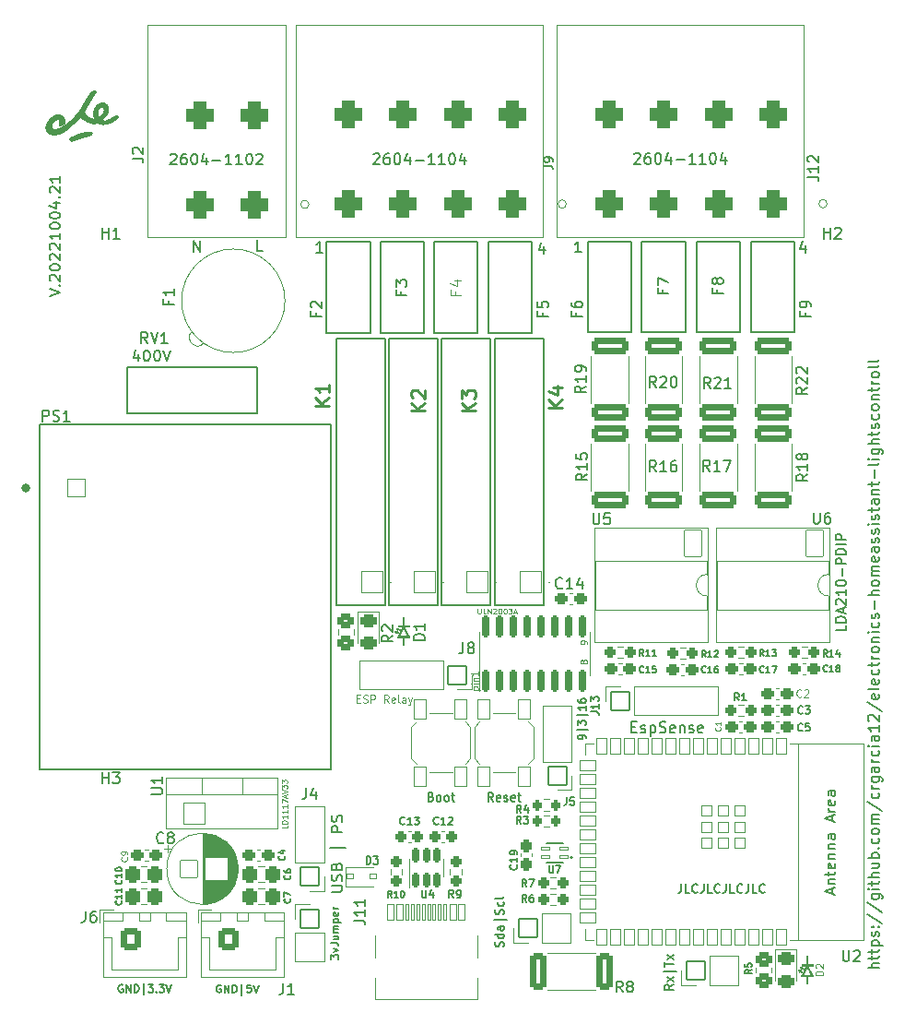
<source format=gto>
G04 #@! TF.GenerationSoftware,KiCad,Pcbnew,(6.0.7)*
G04 #@! TF.CreationDate,2022-10-04T23:00:28+02:00*
G04 #@! TF.ProjectId,hamodule,68616d6f-6475-46c6-952e-6b696361645f,20221004.21*
G04 #@! TF.SameCoordinates,Original*
G04 #@! TF.FileFunction,Legend,Top*
G04 #@! TF.FilePolarity,Positive*
%FSLAX46Y46*%
G04 Gerber Fmt 4.6, Leading zero omitted, Abs format (unit mm)*
G04 Created by KiCad (PCBNEW (6.0.7)) date 2022-10-04 23:00:28*
%MOMM*%
%LPD*%
G01*
G04 APERTURE LIST*
G04 Aperture macros list*
%AMRoundRect*
0 Rectangle with rounded corners*
0 $1 Rounding radius*
0 $2 $3 $4 $5 $6 $7 $8 $9 X,Y pos of 4 corners*
0 Add a 4 corners polygon primitive as box body*
4,1,4,$2,$3,$4,$5,$6,$7,$8,$9,$2,$3,0*
0 Add four circle primitives for the rounded corners*
1,1,$1+$1,$2,$3*
1,1,$1+$1,$4,$5*
1,1,$1+$1,$6,$7*
1,1,$1+$1,$8,$9*
0 Add four rect primitives between the rounded corners*
20,1,$1+$1,$2,$3,$4,$5,0*
20,1,$1+$1,$4,$5,$6,$7,0*
20,1,$1+$1,$6,$7,$8,$9,0*
20,1,$1+$1,$8,$9,$2,$3,0*%
G04 Aperture macros list end*
%ADD10C,0.150000*%
%ADD11C,0.125000*%
%ADD12C,0.200000*%
%ADD13C,0.100000*%
%ADD14C,0.254000*%
%ADD15C,0.120000*%
%ADD16C,0.010000*%
%ADD17C,0.127000*%
%ADD18C,0.400000*%
%ADD19C,0.160000*%
%ADD20RoundRect,0.050000X-0.300000X-0.225000X0.300000X-0.225000X0.300000X0.225000X-0.300000X0.225000X0*%
%ADD21RoundRect,0.050000X0.850000X-0.850000X0.850000X0.850000X-0.850000X0.850000X-0.850000X-0.850000X0*%
%ADD22O,1.800000X1.800000*%
%ADD23RoundRect,0.675000X0.625000X0.625000X-0.625000X0.625000X-0.625000X-0.625000X0.625000X-0.625000X0*%
%ADD24RoundRect,0.300000X-0.600000X-0.750000X0.600000X-0.750000X0.600000X0.750000X-0.600000X0.750000X0*%
%ADD25O,1.800000X2.100000*%
%ADD26RoundRect,0.050000X0.850000X0.850000X-0.850000X0.850000X-0.850000X-0.850000X0.850000X-0.850000X0*%
%ADD27C,0.750000*%
%ADD28RoundRect,0.050000X-0.300000X-0.725000X0.300000X-0.725000X0.300000X0.725000X-0.300000X0.725000X0*%
%ADD29RoundRect,0.050000X-0.150000X-0.725000X0.150000X-0.725000X0.150000X0.725000X-0.150000X0.725000X0*%
%ADD30O,1.100000X2.200000*%
%ADD31O,1.100000X1.700000*%
%ADD32RoundRect,0.050000X-0.850000X0.850000X-0.850000X-0.850000X0.850000X-0.850000X0.850000X0.850000X0*%
%ADD33RoundRect,0.287500X-0.250000X-0.237500X0.250000X-0.237500X0.250000X0.237500X-0.250000X0.237500X0*%
%ADD34RoundRect,0.299999X-0.450001X-1.425001X0.450001X-1.425001X0.450001X1.425001X-0.450001X1.425001X0*%
%ADD35RoundRect,0.287500X0.237500X-0.250000X0.237500X0.250000X-0.237500X0.250000X-0.237500X-0.250000X0*%
%ADD36RoundRect,0.250000X0.200000X0.275000X-0.200000X0.275000X-0.200000X-0.275000X0.200000X-0.275000X0*%
%ADD37RoundRect,0.200000X0.150000X-0.512500X0.150000X0.512500X-0.150000X0.512500X-0.150000X-0.512500X0*%
%ADD38RoundRect,0.200000X0.150000X-0.825000X0.150000X0.825000X-0.150000X0.825000X-0.150000X-0.825000X0*%
%ADD39RoundRect,0.299999X-1.425001X0.450001X-1.425001X-0.450001X1.425001X-0.450001X1.425001X0.450001X0*%
%ADD40RoundRect,0.050000X-0.850000X-0.850000X0.850000X-0.850000X0.850000X0.850000X-0.850000X0.850000X0*%
%ADD41C,1.900000*%
%ADD42RoundRect,0.300000X-0.450000X0.325000X-0.450000X-0.325000X0.450000X-0.325000X0.450000X0.325000X0*%
%ADD43RoundRect,0.300000X-0.450000X0.350000X-0.450000X-0.350000X0.450000X-0.350000X0.450000X0.350000X0*%
%ADD44RoundRect,0.287500X0.300000X0.237500X-0.300000X0.237500X-0.300000X-0.237500X0.300000X-0.237500X0*%
%ADD45RoundRect,0.300000X-0.337500X-0.475000X0.337500X-0.475000X0.337500X0.475000X-0.337500X0.475000X0*%
%ADD46RoundRect,0.050000X-0.825000X-0.825000X0.825000X-0.825000X0.825000X0.825000X-0.825000X0.825000X0*%
%ADD47C,1.750000*%
%ADD48RoundRect,0.050000X-0.952500X-1.000000X0.952500X-1.000000X0.952500X1.000000X-0.952500X1.000000X0*%
%ADD49O,2.005000X2.100000*%
%ADD50C,2.100000*%
%ADD51C,5.600000*%
%ADD52O,1.700000X2.500000*%
%ADD53RoundRect,0.050000X-0.800000X1.200000X-0.800000X-1.200000X0.800000X-1.200000X0.800000X1.200000X0*%
%ADD54RoundRect,0.287500X-0.300000X-0.237500X0.300000X-0.237500X0.300000X0.237500X-0.300000X0.237500X0*%
%ADD55RoundRect,0.050000X0.550000X-0.900000X0.550000X0.900000X-0.550000X0.900000X-0.550000X-0.900000X0*%
%ADD56RoundRect,0.287500X-0.237500X0.300000X-0.237500X-0.300000X0.237500X-0.300000X0.237500X0.300000X0*%
%ADD57RoundRect,0.275000X-0.225000X-0.250000X0.225000X-0.250000X0.225000X0.250000X-0.225000X0.250000X0*%
%ADD58RoundRect,0.050000X-0.450000X0.750000X-0.450000X-0.750000X0.450000X-0.750000X0.450000X0.750000X0*%
%ADD59RoundRect,0.050000X-0.750000X-0.450000X0.750000X-0.450000X0.750000X0.450000X-0.750000X0.450000X0*%
%ADD60RoundRect,0.050000X0.450000X-0.750000X0.450000X0.750000X-0.450000X0.750000X-0.450000X-0.750000X0*%
%ADD61RoundRect,0.050000X0.500000X-0.500000X0.500000X0.500000X-0.500000X0.500000X-0.500000X-0.500000X0*%
%ADD62RoundRect,0.300000X0.337500X0.475000X-0.337500X0.475000X-0.337500X-0.475000X0.337500X-0.475000X0*%
%ADD63RoundRect,0.050000X1.000000X-1.000000X1.000000X1.000000X-1.000000X1.000000X-1.000000X-1.000000X0*%
%ADD64RoundRect,0.050000X0.410000X0.152400X-0.410000X0.152400X-0.410000X-0.152400X0.410000X-0.152400X0*%
%ADD65RoundRect,0.050000X0.410000X0.154400X-0.410000X0.154400X-0.410000X-0.154400X0.410000X-0.154400X0*%
%ADD66RoundRect,0.050000X-0.800000X-0.800000X0.800000X-0.800000X0.800000X0.800000X-0.800000X0.800000X0*%
%ADD67C,1.700000*%
%ADD68RoundRect,0.300000X0.450000X-0.350000X0.450000X0.350000X-0.450000X0.350000X-0.450000X-0.350000X0*%
G04 APERTURE END LIST*
D10*
X101779976Y-46534214D02*
X101779976Y-47200880D01*
X101541880Y-46153261D02*
X101303785Y-46867547D01*
X101922833Y-46867547D01*
X81195214Y-47170880D02*
X80623785Y-47170880D01*
X80909500Y-47170880D02*
X80909500Y-46170880D01*
X80814261Y-46313738D01*
X80719023Y-46408976D01*
X80623785Y-46456595D01*
X32345880Y-51227928D02*
X33345880Y-50894595D01*
X32345880Y-50561261D01*
X33250642Y-50227928D02*
X33298261Y-50180309D01*
X33345880Y-50227928D01*
X33298261Y-50275547D01*
X33250642Y-50227928D01*
X33345880Y-50227928D01*
X32441119Y-49799357D02*
X32393500Y-49751738D01*
X32345880Y-49656500D01*
X32345880Y-49418404D01*
X32393500Y-49323166D01*
X32441119Y-49275547D01*
X32536357Y-49227928D01*
X32631595Y-49227928D01*
X32774452Y-49275547D01*
X33345880Y-49846976D01*
X33345880Y-49227928D01*
X32345880Y-48608880D02*
X32345880Y-48513642D01*
X32393500Y-48418404D01*
X32441119Y-48370785D01*
X32536357Y-48323166D01*
X32726833Y-48275547D01*
X32964928Y-48275547D01*
X33155404Y-48323166D01*
X33250642Y-48370785D01*
X33298261Y-48418404D01*
X33345880Y-48513642D01*
X33345880Y-48608880D01*
X33298261Y-48704119D01*
X33250642Y-48751738D01*
X33155404Y-48799357D01*
X32964928Y-48846976D01*
X32726833Y-48846976D01*
X32536357Y-48799357D01*
X32441119Y-48751738D01*
X32393500Y-48704119D01*
X32345880Y-48608880D01*
X32441119Y-47894595D02*
X32393500Y-47846976D01*
X32345880Y-47751738D01*
X32345880Y-47513642D01*
X32393500Y-47418404D01*
X32441119Y-47370785D01*
X32536357Y-47323166D01*
X32631595Y-47323166D01*
X32774452Y-47370785D01*
X33345880Y-47942214D01*
X33345880Y-47323166D01*
X32441119Y-46942214D02*
X32393500Y-46894595D01*
X32345880Y-46799357D01*
X32345880Y-46561261D01*
X32393500Y-46466023D01*
X32441119Y-46418404D01*
X32536357Y-46370785D01*
X32631595Y-46370785D01*
X32774452Y-46418404D01*
X33345880Y-46989833D01*
X33345880Y-46370785D01*
X33345880Y-45418404D02*
X33345880Y-45989833D01*
X33345880Y-45704119D02*
X32345880Y-45704119D01*
X32488738Y-45799357D01*
X32583976Y-45894595D01*
X32631595Y-45989833D01*
X32345880Y-44799357D02*
X32345880Y-44704119D01*
X32393500Y-44608880D01*
X32441119Y-44561261D01*
X32536357Y-44513642D01*
X32726833Y-44466023D01*
X32964928Y-44466023D01*
X33155404Y-44513642D01*
X33250642Y-44561261D01*
X33298261Y-44608880D01*
X33345880Y-44704119D01*
X33345880Y-44799357D01*
X33298261Y-44894595D01*
X33250642Y-44942214D01*
X33155404Y-44989833D01*
X32964928Y-45037452D01*
X32726833Y-45037452D01*
X32536357Y-44989833D01*
X32441119Y-44942214D01*
X32393500Y-44894595D01*
X32345880Y-44799357D01*
X32345880Y-43846976D02*
X32345880Y-43751738D01*
X32393500Y-43656500D01*
X32441119Y-43608880D01*
X32536357Y-43561261D01*
X32726833Y-43513642D01*
X32964928Y-43513642D01*
X33155404Y-43561261D01*
X33250642Y-43608880D01*
X33298261Y-43656500D01*
X33345880Y-43751738D01*
X33345880Y-43846976D01*
X33298261Y-43942214D01*
X33250642Y-43989833D01*
X33155404Y-44037452D01*
X32964928Y-44085071D01*
X32726833Y-44085071D01*
X32536357Y-44037452D01*
X32441119Y-43989833D01*
X32393500Y-43942214D01*
X32345880Y-43846976D01*
X32679214Y-42656500D02*
X33345880Y-42656500D01*
X32298261Y-42894595D02*
X33012547Y-43132690D01*
X33012547Y-42513642D01*
X33250642Y-42132690D02*
X33298261Y-42085071D01*
X33345880Y-42132690D01*
X33298261Y-42180309D01*
X33250642Y-42132690D01*
X33345880Y-42132690D01*
X32441119Y-41704119D02*
X32393500Y-41656500D01*
X32345880Y-41561261D01*
X32345880Y-41323166D01*
X32393500Y-41227928D01*
X32441119Y-41180309D01*
X32536357Y-41132690D01*
X32631595Y-41132690D01*
X32774452Y-41180309D01*
X33345880Y-41751738D01*
X33345880Y-41132690D01*
X33345880Y-40180309D02*
X33345880Y-40751738D01*
X33345880Y-40466023D02*
X32345880Y-40466023D01*
X32488738Y-40561261D01*
X32583976Y-40656500D01*
X32631595Y-40751738D01*
X45595976Y-47157380D02*
X45595976Y-46157380D01*
X46167404Y-47157380D01*
X46167404Y-46157380D01*
X51911285Y-47020880D02*
X51435095Y-47020880D01*
X51435095Y-46020880D01*
D11*
X60583333Y-88150000D02*
X60816666Y-88150000D01*
X60916666Y-88516666D02*
X60583333Y-88516666D01*
X60583333Y-87816666D01*
X60916666Y-87816666D01*
X61183333Y-88483333D02*
X61283333Y-88516666D01*
X61450000Y-88516666D01*
X61516666Y-88483333D01*
X61550000Y-88450000D01*
X61583333Y-88383333D01*
X61583333Y-88316666D01*
X61550000Y-88250000D01*
X61516666Y-88216666D01*
X61450000Y-88183333D01*
X61316666Y-88150000D01*
X61250000Y-88116666D01*
X61216666Y-88083333D01*
X61183333Y-88016666D01*
X61183333Y-87950000D01*
X61216666Y-87883333D01*
X61250000Y-87850000D01*
X61316666Y-87816666D01*
X61483333Y-87816666D01*
X61583333Y-87850000D01*
X61883333Y-88516666D02*
X61883333Y-87816666D01*
X62150000Y-87816666D01*
X62216666Y-87850000D01*
X62250000Y-87883333D01*
X62283333Y-87950000D01*
X62283333Y-88050000D01*
X62250000Y-88116666D01*
X62216666Y-88150000D01*
X62150000Y-88183333D01*
X61883333Y-88183333D01*
X63516666Y-88516666D02*
X63283333Y-88183333D01*
X63116666Y-88516666D02*
X63116666Y-87816666D01*
X63383333Y-87816666D01*
X63450000Y-87850000D01*
X63483333Y-87883333D01*
X63516666Y-87950000D01*
X63516666Y-88050000D01*
X63483333Y-88116666D01*
X63450000Y-88150000D01*
X63383333Y-88183333D01*
X63116666Y-88183333D01*
X64083333Y-88483333D02*
X64016666Y-88516666D01*
X63883333Y-88516666D01*
X63816666Y-88483333D01*
X63783333Y-88416666D01*
X63783333Y-88150000D01*
X63816666Y-88083333D01*
X63883333Y-88050000D01*
X64016666Y-88050000D01*
X64083333Y-88083333D01*
X64116666Y-88150000D01*
X64116666Y-88216666D01*
X63783333Y-88283333D01*
X64516666Y-88516666D02*
X64450000Y-88483333D01*
X64416666Y-88416666D01*
X64416666Y-87816666D01*
X65083333Y-88516666D02*
X65083333Y-88150000D01*
X65050000Y-88083333D01*
X64983333Y-88050000D01*
X64850000Y-88050000D01*
X64783333Y-88083333D01*
X65083333Y-88483333D02*
X65016666Y-88516666D01*
X64850000Y-88516666D01*
X64783333Y-88483333D01*
X64750000Y-88416666D01*
X64750000Y-88350000D01*
X64783333Y-88283333D01*
X64850000Y-88250000D01*
X65016666Y-88250000D01*
X65083333Y-88216666D01*
X65350000Y-88050000D02*
X65516666Y-88516666D01*
X65683333Y-88050000D02*
X65516666Y-88516666D01*
X65450000Y-88683333D01*
X65416666Y-88716666D01*
X65350000Y-88750000D01*
D10*
X77787476Y-46648714D02*
X77787476Y-47315380D01*
X77549380Y-46267761D02*
X77311285Y-46982047D01*
X77930333Y-46982047D01*
X57435714Y-47188380D02*
X56864285Y-47188380D01*
X57150000Y-47188380D02*
X57150000Y-46188380D01*
X57054761Y-46331238D01*
X56959523Y-46426476D01*
X56864285Y-46474095D01*
D12*
X90404761Y-105161904D02*
X90404761Y-105733333D01*
X90366666Y-105847619D01*
X90290476Y-105923809D01*
X90176190Y-105961904D01*
X90100000Y-105961904D01*
X91166666Y-105961904D02*
X90785714Y-105961904D01*
X90785714Y-105161904D01*
X91890476Y-105885714D02*
X91852380Y-105923809D01*
X91738095Y-105961904D01*
X91661904Y-105961904D01*
X91547619Y-105923809D01*
X91471428Y-105847619D01*
X91433333Y-105771428D01*
X91395238Y-105619047D01*
X91395238Y-105504761D01*
X91433333Y-105352380D01*
X91471428Y-105276190D01*
X91547619Y-105200000D01*
X91661904Y-105161904D01*
X91738095Y-105161904D01*
X91852380Y-105200000D01*
X91890476Y-105238095D01*
X92461904Y-105161904D02*
X92461904Y-105733333D01*
X92423809Y-105847619D01*
X92347619Y-105923809D01*
X92233333Y-105961904D01*
X92157142Y-105961904D01*
X93223809Y-105961904D02*
X92842857Y-105961904D01*
X92842857Y-105161904D01*
X93947619Y-105885714D02*
X93909523Y-105923809D01*
X93795238Y-105961904D01*
X93719047Y-105961904D01*
X93604761Y-105923809D01*
X93528571Y-105847619D01*
X93490476Y-105771428D01*
X93452380Y-105619047D01*
X93452380Y-105504761D01*
X93490476Y-105352380D01*
X93528571Y-105276190D01*
X93604761Y-105200000D01*
X93719047Y-105161904D01*
X93795238Y-105161904D01*
X93909523Y-105200000D01*
X93947619Y-105238095D01*
X94519047Y-105161904D02*
X94519047Y-105733333D01*
X94480952Y-105847619D01*
X94404761Y-105923809D01*
X94290476Y-105961904D01*
X94214285Y-105961904D01*
X95280952Y-105961904D02*
X94900000Y-105961904D01*
X94900000Y-105161904D01*
X96004761Y-105885714D02*
X95966666Y-105923809D01*
X95852380Y-105961904D01*
X95776190Y-105961904D01*
X95661904Y-105923809D01*
X95585714Y-105847619D01*
X95547619Y-105771428D01*
X95509523Y-105619047D01*
X95509523Y-105504761D01*
X95547619Y-105352380D01*
X95585714Y-105276190D01*
X95661904Y-105200000D01*
X95776190Y-105161904D01*
X95852380Y-105161904D01*
X95966666Y-105200000D01*
X96004761Y-105238095D01*
X96576190Y-105161904D02*
X96576190Y-105733333D01*
X96538095Y-105847619D01*
X96461904Y-105923809D01*
X96347619Y-105961904D01*
X96271428Y-105961904D01*
X97338095Y-105961904D02*
X96957142Y-105961904D01*
X96957142Y-105161904D01*
X98061904Y-105885714D02*
X98023809Y-105923809D01*
X97909523Y-105961904D01*
X97833333Y-105961904D01*
X97719047Y-105923809D01*
X97642857Y-105847619D01*
X97604761Y-105771428D01*
X97566666Y-105619047D01*
X97566666Y-105504761D01*
X97604761Y-105352380D01*
X97642857Y-105276190D01*
X97719047Y-105200000D01*
X97833333Y-105161904D01*
X97909523Y-105161904D01*
X98023809Y-105200000D01*
X98061904Y-105238095D01*
D10*
X108555380Y-112862142D02*
X107555380Y-112862142D01*
X108555380Y-112433571D02*
X108031571Y-112433571D01*
X107936333Y-112481190D01*
X107888714Y-112576428D01*
X107888714Y-112719285D01*
X107936333Y-112814523D01*
X107983952Y-112862142D01*
X107888714Y-112100238D02*
X107888714Y-111719285D01*
X107555380Y-111957380D02*
X108412523Y-111957380D01*
X108507761Y-111909761D01*
X108555380Y-111814523D01*
X108555380Y-111719285D01*
X107888714Y-111528809D02*
X107888714Y-111147857D01*
X107555380Y-111385952D02*
X108412523Y-111385952D01*
X108507761Y-111338333D01*
X108555380Y-111243095D01*
X108555380Y-111147857D01*
X107888714Y-110814523D02*
X108888714Y-110814523D01*
X107936333Y-110814523D02*
X107888714Y-110719285D01*
X107888714Y-110528809D01*
X107936333Y-110433571D01*
X107983952Y-110385952D01*
X108079190Y-110338333D01*
X108364904Y-110338333D01*
X108460142Y-110385952D01*
X108507761Y-110433571D01*
X108555380Y-110528809D01*
X108555380Y-110719285D01*
X108507761Y-110814523D01*
X108507761Y-109957380D02*
X108555380Y-109862142D01*
X108555380Y-109671666D01*
X108507761Y-109576428D01*
X108412523Y-109528809D01*
X108364904Y-109528809D01*
X108269666Y-109576428D01*
X108222047Y-109671666D01*
X108222047Y-109814523D01*
X108174428Y-109909761D01*
X108079190Y-109957380D01*
X108031571Y-109957380D01*
X107936333Y-109909761D01*
X107888714Y-109814523D01*
X107888714Y-109671666D01*
X107936333Y-109576428D01*
X108460142Y-109100238D02*
X108507761Y-109052619D01*
X108555380Y-109100238D01*
X108507761Y-109147857D01*
X108460142Y-109100238D01*
X108555380Y-109100238D01*
X107936333Y-109100238D02*
X107983952Y-109052619D01*
X108031571Y-109100238D01*
X107983952Y-109147857D01*
X107936333Y-109100238D01*
X108031571Y-109100238D01*
X107507761Y-107909761D02*
X108793476Y-108766904D01*
X107507761Y-106862142D02*
X108793476Y-107719285D01*
X107888714Y-106100238D02*
X108698238Y-106100238D01*
X108793476Y-106147857D01*
X108841095Y-106195476D01*
X108888714Y-106290714D01*
X108888714Y-106433571D01*
X108841095Y-106528809D01*
X108507761Y-106100238D02*
X108555380Y-106195476D01*
X108555380Y-106385952D01*
X108507761Y-106481190D01*
X108460142Y-106528809D01*
X108364904Y-106576428D01*
X108079190Y-106576428D01*
X107983952Y-106528809D01*
X107936333Y-106481190D01*
X107888714Y-106385952D01*
X107888714Y-106195476D01*
X107936333Y-106100238D01*
X108555380Y-105624047D02*
X107888714Y-105624047D01*
X107555380Y-105624047D02*
X107603000Y-105671666D01*
X107650619Y-105624047D01*
X107603000Y-105576428D01*
X107555380Y-105624047D01*
X107650619Y-105624047D01*
X107888714Y-105290714D02*
X107888714Y-104909761D01*
X107555380Y-105147857D02*
X108412523Y-105147857D01*
X108507761Y-105100238D01*
X108555380Y-105005000D01*
X108555380Y-104909761D01*
X108555380Y-104576428D02*
X107555380Y-104576428D01*
X108555380Y-104147857D02*
X108031571Y-104147857D01*
X107936333Y-104195476D01*
X107888714Y-104290714D01*
X107888714Y-104433571D01*
X107936333Y-104528809D01*
X107983952Y-104576428D01*
X107888714Y-103243095D02*
X108555380Y-103243095D01*
X107888714Y-103671666D02*
X108412523Y-103671666D01*
X108507761Y-103624047D01*
X108555380Y-103528809D01*
X108555380Y-103385952D01*
X108507761Y-103290714D01*
X108460142Y-103243095D01*
X108555380Y-102766904D02*
X107555380Y-102766904D01*
X107936333Y-102766904D02*
X107888714Y-102671666D01*
X107888714Y-102481190D01*
X107936333Y-102385952D01*
X107983952Y-102338333D01*
X108079190Y-102290714D01*
X108364904Y-102290714D01*
X108460142Y-102338333D01*
X108507761Y-102385952D01*
X108555380Y-102481190D01*
X108555380Y-102671666D01*
X108507761Y-102766904D01*
X108460142Y-101862142D02*
X108507761Y-101814523D01*
X108555380Y-101862142D01*
X108507761Y-101909761D01*
X108460142Y-101862142D01*
X108555380Y-101862142D01*
X108507761Y-100957380D02*
X108555380Y-101052619D01*
X108555380Y-101243095D01*
X108507761Y-101338333D01*
X108460142Y-101385952D01*
X108364904Y-101433571D01*
X108079190Y-101433571D01*
X107983952Y-101385952D01*
X107936333Y-101338333D01*
X107888714Y-101243095D01*
X107888714Y-101052619D01*
X107936333Y-100957380D01*
X108555380Y-100385952D02*
X108507761Y-100481190D01*
X108460142Y-100528809D01*
X108364904Y-100576428D01*
X108079190Y-100576428D01*
X107983952Y-100528809D01*
X107936333Y-100481190D01*
X107888714Y-100385952D01*
X107888714Y-100243095D01*
X107936333Y-100147857D01*
X107983952Y-100100238D01*
X108079190Y-100052619D01*
X108364904Y-100052619D01*
X108460142Y-100100238D01*
X108507761Y-100147857D01*
X108555380Y-100243095D01*
X108555380Y-100385952D01*
X108555380Y-99624047D02*
X107888714Y-99624047D01*
X107983952Y-99624047D02*
X107936333Y-99576428D01*
X107888714Y-99481190D01*
X107888714Y-99338333D01*
X107936333Y-99243095D01*
X108031571Y-99195476D01*
X108555380Y-99195476D01*
X108031571Y-99195476D02*
X107936333Y-99147857D01*
X107888714Y-99052619D01*
X107888714Y-98909761D01*
X107936333Y-98814523D01*
X108031571Y-98766904D01*
X108555380Y-98766904D01*
X107507761Y-97576428D02*
X108793476Y-98433571D01*
X108507761Y-96814523D02*
X108555380Y-96909761D01*
X108555380Y-97100238D01*
X108507761Y-97195476D01*
X108460142Y-97243095D01*
X108364904Y-97290714D01*
X108079190Y-97290714D01*
X107983952Y-97243095D01*
X107936333Y-97195476D01*
X107888714Y-97100238D01*
X107888714Y-96909761D01*
X107936333Y-96814523D01*
X108555380Y-96385952D02*
X107888714Y-96385952D01*
X108079190Y-96385952D02*
X107983952Y-96338333D01*
X107936333Y-96290714D01*
X107888714Y-96195476D01*
X107888714Y-96100238D01*
X107888714Y-95338333D02*
X108698238Y-95338333D01*
X108793476Y-95385952D01*
X108841095Y-95433571D01*
X108888714Y-95528809D01*
X108888714Y-95671666D01*
X108841095Y-95766904D01*
X108507761Y-95338333D02*
X108555380Y-95433571D01*
X108555380Y-95624047D01*
X108507761Y-95719285D01*
X108460142Y-95766904D01*
X108364904Y-95814523D01*
X108079190Y-95814523D01*
X107983952Y-95766904D01*
X107936333Y-95719285D01*
X107888714Y-95624047D01*
X107888714Y-95433571D01*
X107936333Y-95338333D01*
X108555380Y-94433571D02*
X108031571Y-94433571D01*
X107936333Y-94481190D01*
X107888714Y-94576428D01*
X107888714Y-94766904D01*
X107936333Y-94862142D01*
X108507761Y-94433571D02*
X108555380Y-94528809D01*
X108555380Y-94766904D01*
X108507761Y-94862142D01*
X108412523Y-94909761D01*
X108317285Y-94909761D01*
X108222047Y-94862142D01*
X108174428Y-94766904D01*
X108174428Y-94528809D01*
X108126809Y-94433571D01*
X108555380Y-93957380D02*
X107888714Y-93957380D01*
X108079190Y-93957380D02*
X107983952Y-93909761D01*
X107936333Y-93862142D01*
X107888714Y-93766904D01*
X107888714Y-93671666D01*
X108507761Y-92909761D02*
X108555380Y-93005000D01*
X108555380Y-93195476D01*
X108507761Y-93290714D01*
X108460142Y-93338333D01*
X108364904Y-93385952D01*
X108079190Y-93385952D01*
X107983952Y-93338333D01*
X107936333Y-93290714D01*
X107888714Y-93195476D01*
X107888714Y-93005000D01*
X107936333Y-92909761D01*
X108555380Y-92481190D02*
X107888714Y-92481190D01*
X107555380Y-92481190D02*
X107603000Y-92528809D01*
X107650619Y-92481190D01*
X107603000Y-92433571D01*
X107555380Y-92481190D01*
X107650619Y-92481190D01*
X108555380Y-91576428D02*
X108031571Y-91576428D01*
X107936333Y-91624047D01*
X107888714Y-91719285D01*
X107888714Y-91909761D01*
X107936333Y-92005000D01*
X108507761Y-91576428D02*
X108555380Y-91671666D01*
X108555380Y-91909761D01*
X108507761Y-92005000D01*
X108412523Y-92052619D01*
X108317285Y-92052619D01*
X108222047Y-92005000D01*
X108174428Y-91909761D01*
X108174428Y-91671666D01*
X108126809Y-91576428D01*
X108555380Y-90576428D02*
X108555380Y-91147857D01*
X108555380Y-90862142D02*
X107555380Y-90862142D01*
X107698238Y-90957380D01*
X107793476Y-91052619D01*
X107841095Y-91147857D01*
X107650619Y-90195476D02*
X107603000Y-90147857D01*
X107555380Y-90052619D01*
X107555380Y-89814523D01*
X107603000Y-89719285D01*
X107650619Y-89671666D01*
X107745857Y-89624047D01*
X107841095Y-89624047D01*
X107983952Y-89671666D01*
X108555380Y-90243095D01*
X108555380Y-89624047D01*
X107507761Y-88481190D02*
X108793476Y-89338333D01*
X108507761Y-87766904D02*
X108555380Y-87862142D01*
X108555380Y-88052619D01*
X108507761Y-88147857D01*
X108412523Y-88195476D01*
X108031571Y-88195476D01*
X107936333Y-88147857D01*
X107888714Y-88052619D01*
X107888714Y-87862142D01*
X107936333Y-87766904D01*
X108031571Y-87719285D01*
X108126809Y-87719285D01*
X108222047Y-88195476D01*
X108555380Y-87147857D02*
X108507761Y-87243095D01*
X108412523Y-87290714D01*
X107555380Y-87290714D01*
X108507761Y-86385952D02*
X108555380Y-86481190D01*
X108555380Y-86671666D01*
X108507761Y-86766904D01*
X108412523Y-86814523D01*
X108031571Y-86814523D01*
X107936333Y-86766904D01*
X107888714Y-86671666D01*
X107888714Y-86481190D01*
X107936333Y-86385952D01*
X108031571Y-86338333D01*
X108126809Y-86338333D01*
X108222047Y-86814523D01*
X108507761Y-85481190D02*
X108555380Y-85576428D01*
X108555380Y-85766904D01*
X108507761Y-85862142D01*
X108460142Y-85909761D01*
X108364904Y-85957380D01*
X108079190Y-85957380D01*
X107983952Y-85909761D01*
X107936333Y-85862142D01*
X107888714Y-85766904D01*
X107888714Y-85576428D01*
X107936333Y-85481190D01*
X107888714Y-85195476D02*
X107888714Y-84814523D01*
X107555380Y-85052619D02*
X108412523Y-85052619D01*
X108507761Y-85005000D01*
X108555380Y-84909761D01*
X108555380Y-84814523D01*
X108555380Y-84481190D02*
X107888714Y-84481190D01*
X108079190Y-84481190D02*
X107983952Y-84433571D01*
X107936333Y-84385952D01*
X107888714Y-84290714D01*
X107888714Y-84195476D01*
X108555380Y-83719285D02*
X108507761Y-83814523D01*
X108460142Y-83862142D01*
X108364904Y-83909761D01*
X108079190Y-83909761D01*
X107983952Y-83862142D01*
X107936333Y-83814523D01*
X107888714Y-83719285D01*
X107888714Y-83576428D01*
X107936333Y-83481190D01*
X107983952Y-83433571D01*
X108079190Y-83385952D01*
X108364904Y-83385952D01*
X108460142Y-83433571D01*
X108507761Y-83481190D01*
X108555380Y-83576428D01*
X108555380Y-83719285D01*
X107888714Y-82957380D02*
X108555380Y-82957380D01*
X107983952Y-82957380D02*
X107936333Y-82909761D01*
X107888714Y-82814523D01*
X107888714Y-82671666D01*
X107936333Y-82576428D01*
X108031571Y-82528809D01*
X108555380Y-82528809D01*
X108555380Y-82052619D02*
X107888714Y-82052619D01*
X107555380Y-82052619D02*
X107603000Y-82100238D01*
X107650619Y-82052619D01*
X107603000Y-82005000D01*
X107555380Y-82052619D01*
X107650619Y-82052619D01*
X108507761Y-81147857D02*
X108555380Y-81243095D01*
X108555380Y-81433571D01*
X108507761Y-81528809D01*
X108460142Y-81576428D01*
X108364904Y-81624047D01*
X108079190Y-81624047D01*
X107983952Y-81576428D01*
X107936333Y-81528809D01*
X107888714Y-81433571D01*
X107888714Y-81243095D01*
X107936333Y-81147857D01*
X108507761Y-80766904D02*
X108555380Y-80671666D01*
X108555380Y-80481190D01*
X108507761Y-80385952D01*
X108412523Y-80338333D01*
X108364904Y-80338333D01*
X108269666Y-80385952D01*
X108222047Y-80481190D01*
X108222047Y-80624047D01*
X108174428Y-80719285D01*
X108079190Y-80766904D01*
X108031571Y-80766904D01*
X107936333Y-80719285D01*
X107888714Y-80624047D01*
X107888714Y-80481190D01*
X107936333Y-80385952D01*
X108174428Y-79909761D02*
X108174428Y-79147857D01*
X108555380Y-78671666D02*
X107555380Y-78671666D01*
X108555380Y-78243095D02*
X108031571Y-78243095D01*
X107936333Y-78290714D01*
X107888714Y-78385952D01*
X107888714Y-78528809D01*
X107936333Y-78624047D01*
X107983952Y-78671666D01*
X108555380Y-77624047D02*
X108507761Y-77719285D01*
X108460142Y-77766904D01*
X108364904Y-77814523D01*
X108079190Y-77814523D01*
X107983952Y-77766904D01*
X107936333Y-77719285D01*
X107888714Y-77624047D01*
X107888714Y-77481190D01*
X107936333Y-77385952D01*
X107983952Y-77338333D01*
X108079190Y-77290714D01*
X108364904Y-77290714D01*
X108460142Y-77338333D01*
X108507761Y-77385952D01*
X108555380Y-77481190D01*
X108555380Y-77624047D01*
X108555380Y-76862142D02*
X107888714Y-76862142D01*
X107983952Y-76862142D02*
X107936333Y-76814523D01*
X107888714Y-76719285D01*
X107888714Y-76576428D01*
X107936333Y-76481190D01*
X108031571Y-76433571D01*
X108555380Y-76433571D01*
X108031571Y-76433571D02*
X107936333Y-76385952D01*
X107888714Y-76290714D01*
X107888714Y-76147857D01*
X107936333Y-76052619D01*
X108031571Y-76005000D01*
X108555380Y-76005000D01*
X108507761Y-75147857D02*
X108555380Y-75243095D01*
X108555380Y-75433571D01*
X108507761Y-75528809D01*
X108412523Y-75576428D01*
X108031571Y-75576428D01*
X107936333Y-75528809D01*
X107888714Y-75433571D01*
X107888714Y-75243095D01*
X107936333Y-75147857D01*
X108031571Y-75100238D01*
X108126809Y-75100238D01*
X108222047Y-75576428D01*
X108555380Y-74243095D02*
X108031571Y-74243095D01*
X107936333Y-74290714D01*
X107888714Y-74385952D01*
X107888714Y-74576428D01*
X107936333Y-74671666D01*
X108507761Y-74243095D02*
X108555380Y-74338333D01*
X108555380Y-74576428D01*
X108507761Y-74671666D01*
X108412523Y-74719285D01*
X108317285Y-74719285D01*
X108222047Y-74671666D01*
X108174428Y-74576428D01*
X108174428Y-74338333D01*
X108126809Y-74243095D01*
X108507761Y-73814523D02*
X108555380Y-73719285D01*
X108555380Y-73528809D01*
X108507761Y-73433571D01*
X108412523Y-73385952D01*
X108364904Y-73385952D01*
X108269666Y-73433571D01*
X108222047Y-73528809D01*
X108222047Y-73671666D01*
X108174428Y-73766904D01*
X108079190Y-73814523D01*
X108031571Y-73814523D01*
X107936333Y-73766904D01*
X107888714Y-73671666D01*
X107888714Y-73528809D01*
X107936333Y-73433571D01*
X108507761Y-73005000D02*
X108555380Y-72909761D01*
X108555380Y-72719285D01*
X108507761Y-72624047D01*
X108412523Y-72576428D01*
X108364904Y-72576428D01*
X108269666Y-72624047D01*
X108222047Y-72719285D01*
X108222047Y-72862142D01*
X108174428Y-72957380D01*
X108079190Y-73005000D01*
X108031571Y-73005000D01*
X107936333Y-72957380D01*
X107888714Y-72862142D01*
X107888714Y-72719285D01*
X107936333Y-72624047D01*
X108555380Y-72147857D02*
X107888714Y-72147857D01*
X107555380Y-72147857D02*
X107603000Y-72195476D01*
X107650619Y-72147857D01*
X107603000Y-72100238D01*
X107555380Y-72147857D01*
X107650619Y-72147857D01*
X108507761Y-71719285D02*
X108555380Y-71624047D01*
X108555380Y-71433571D01*
X108507761Y-71338333D01*
X108412523Y-71290714D01*
X108364904Y-71290714D01*
X108269666Y-71338333D01*
X108222047Y-71433571D01*
X108222047Y-71576428D01*
X108174428Y-71671666D01*
X108079190Y-71719285D01*
X108031571Y-71719285D01*
X107936333Y-71671666D01*
X107888714Y-71576428D01*
X107888714Y-71433571D01*
X107936333Y-71338333D01*
X107888714Y-71005000D02*
X107888714Y-70624047D01*
X107555380Y-70862142D02*
X108412523Y-70862142D01*
X108507761Y-70814523D01*
X108555380Y-70719285D01*
X108555380Y-70624047D01*
X108555380Y-69862142D02*
X108031571Y-69862142D01*
X107936333Y-69909761D01*
X107888714Y-70005000D01*
X107888714Y-70195476D01*
X107936333Y-70290714D01*
X108507761Y-69862142D02*
X108555380Y-69957380D01*
X108555380Y-70195476D01*
X108507761Y-70290714D01*
X108412523Y-70338333D01*
X108317285Y-70338333D01*
X108222047Y-70290714D01*
X108174428Y-70195476D01*
X108174428Y-69957380D01*
X108126809Y-69862142D01*
X107888714Y-69385952D02*
X108555380Y-69385952D01*
X107983952Y-69385952D02*
X107936333Y-69338333D01*
X107888714Y-69243095D01*
X107888714Y-69100238D01*
X107936333Y-69005000D01*
X108031571Y-68957380D01*
X108555380Y-68957380D01*
X107888714Y-68624047D02*
X107888714Y-68243095D01*
X107555380Y-68481190D02*
X108412523Y-68481190D01*
X108507761Y-68433571D01*
X108555380Y-68338333D01*
X108555380Y-68243095D01*
X108174428Y-67909761D02*
X108174428Y-67147857D01*
X108555380Y-66528809D02*
X108507761Y-66624047D01*
X108412523Y-66671666D01*
X107555380Y-66671666D01*
X108555380Y-66147857D02*
X107888714Y-66147857D01*
X107555380Y-66147857D02*
X107603000Y-66195476D01*
X107650619Y-66147857D01*
X107603000Y-66100238D01*
X107555380Y-66147857D01*
X107650619Y-66147857D01*
X107888714Y-65243095D02*
X108698238Y-65243095D01*
X108793476Y-65290714D01*
X108841095Y-65338333D01*
X108888714Y-65433571D01*
X108888714Y-65576428D01*
X108841095Y-65671666D01*
X108507761Y-65243095D02*
X108555380Y-65338333D01*
X108555380Y-65528809D01*
X108507761Y-65624047D01*
X108460142Y-65671666D01*
X108364904Y-65719285D01*
X108079190Y-65719285D01*
X107983952Y-65671666D01*
X107936333Y-65624047D01*
X107888714Y-65528809D01*
X107888714Y-65338333D01*
X107936333Y-65243095D01*
X108555380Y-64766904D02*
X107555380Y-64766904D01*
X108555380Y-64338333D02*
X108031571Y-64338333D01*
X107936333Y-64385952D01*
X107888714Y-64481190D01*
X107888714Y-64624047D01*
X107936333Y-64719285D01*
X107983952Y-64766904D01*
X107888714Y-64005000D02*
X107888714Y-63624047D01*
X107555380Y-63862142D02*
X108412523Y-63862142D01*
X108507761Y-63814523D01*
X108555380Y-63719285D01*
X108555380Y-63624047D01*
X108507761Y-63338333D02*
X108555380Y-63243095D01*
X108555380Y-63052619D01*
X108507761Y-62957380D01*
X108412523Y-62909761D01*
X108364904Y-62909761D01*
X108269666Y-62957380D01*
X108222047Y-63052619D01*
X108222047Y-63195476D01*
X108174428Y-63290714D01*
X108079190Y-63338333D01*
X108031571Y-63338333D01*
X107936333Y-63290714D01*
X107888714Y-63195476D01*
X107888714Y-63052619D01*
X107936333Y-62957380D01*
X108507761Y-62052619D02*
X108555380Y-62147857D01*
X108555380Y-62338333D01*
X108507761Y-62433571D01*
X108460142Y-62481190D01*
X108364904Y-62528809D01*
X108079190Y-62528809D01*
X107983952Y-62481190D01*
X107936333Y-62433571D01*
X107888714Y-62338333D01*
X107888714Y-62147857D01*
X107936333Y-62052619D01*
X108555380Y-61481190D02*
X108507761Y-61576428D01*
X108460142Y-61624047D01*
X108364904Y-61671666D01*
X108079190Y-61671666D01*
X107983952Y-61624047D01*
X107936333Y-61576428D01*
X107888714Y-61481190D01*
X107888714Y-61338333D01*
X107936333Y-61243095D01*
X107983952Y-61195476D01*
X108079190Y-61147857D01*
X108364904Y-61147857D01*
X108460142Y-61195476D01*
X108507761Y-61243095D01*
X108555380Y-61338333D01*
X108555380Y-61481190D01*
X107888714Y-60719285D02*
X108555380Y-60719285D01*
X107983952Y-60719285D02*
X107936333Y-60671666D01*
X107888714Y-60576428D01*
X107888714Y-60433571D01*
X107936333Y-60338333D01*
X108031571Y-60290714D01*
X108555380Y-60290714D01*
X107888714Y-59957380D02*
X107888714Y-59576428D01*
X107555380Y-59814523D02*
X108412523Y-59814523D01*
X108507761Y-59766904D01*
X108555380Y-59671666D01*
X108555380Y-59576428D01*
X108555380Y-59243095D02*
X107888714Y-59243095D01*
X108079190Y-59243095D02*
X107983952Y-59195476D01*
X107936333Y-59147857D01*
X107888714Y-59052619D01*
X107888714Y-58957380D01*
X108555380Y-58481190D02*
X108507761Y-58576428D01*
X108460142Y-58624047D01*
X108364904Y-58671666D01*
X108079190Y-58671666D01*
X107983952Y-58624047D01*
X107936333Y-58576428D01*
X107888714Y-58481190D01*
X107888714Y-58338333D01*
X107936333Y-58243095D01*
X107983952Y-58195476D01*
X108079190Y-58147857D01*
X108364904Y-58147857D01*
X108460142Y-58195476D01*
X108507761Y-58243095D01*
X108555380Y-58338333D01*
X108555380Y-58481190D01*
X108555380Y-57576428D02*
X108507761Y-57671666D01*
X108412523Y-57719285D01*
X107555380Y-57719285D01*
X108555380Y-57052619D02*
X108507761Y-57147857D01*
X108412523Y-57195476D01*
X107555380Y-57195476D01*
X61483333Y-103316666D02*
X61483333Y-102616666D01*
X61650000Y-102616666D01*
X61750000Y-102650000D01*
X61816666Y-102716666D01*
X61850000Y-102783333D01*
X61883333Y-102916666D01*
X61883333Y-103016666D01*
X61850000Y-103150000D01*
X61816666Y-103216666D01*
X61750000Y-103283333D01*
X61650000Y-103316666D01*
X61483333Y-103316666D01*
X62116666Y-102616666D02*
X62550000Y-102616666D01*
X62316666Y-102883333D01*
X62416666Y-102883333D01*
X62483333Y-102916666D01*
X62516666Y-102950000D01*
X62550000Y-103016666D01*
X62550000Y-103183333D01*
X62516666Y-103250000D01*
X62483333Y-103283333D01*
X62416666Y-103316666D01*
X62216666Y-103316666D01*
X62150000Y-103283333D01*
X62116666Y-103250000D01*
X74053809Y-110916666D02*
X74091904Y-110802380D01*
X74091904Y-110611904D01*
X74053809Y-110535714D01*
X74015714Y-110497619D01*
X73939523Y-110459523D01*
X73863333Y-110459523D01*
X73787142Y-110497619D01*
X73749047Y-110535714D01*
X73710952Y-110611904D01*
X73672857Y-110764285D01*
X73634761Y-110840476D01*
X73596666Y-110878571D01*
X73520476Y-110916666D01*
X73444285Y-110916666D01*
X73368095Y-110878571D01*
X73330000Y-110840476D01*
X73291904Y-110764285D01*
X73291904Y-110573809D01*
X73330000Y-110459523D01*
X74091904Y-109773809D02*
X73291904Y-109773809D01*
X74053809Y-109773809D02*
X74091904Y-109850000D01*
X74091904Y-110002380D01*
X74053809Y-110078571D01*
X74015714Y-110116666D01*
X73939523Y-110154761D01*
X73710952Y-110154761D01*
X73634761Y-110116666D01*
X73596666Y-110078571D01*
X73558571Y-110002380D01*
X73558571Y-109850000D01*
X73596666Y-109773809D01*
X74091904Y-109050000D02*
X73672857Y-109050000D01*
X73596666Y-109088095D01*
X73558571Y-109164285D01*
X73558571Y-109316666D01*
X73596666Y-109392857D01*
X74053809Y-109050000D02*
X74091904Y-109126190D01*
X74091904Y-109316666D01*
X74053809Y-109392857D01*
X73977619Y-109430952D01*
X73901428Y-109430952D01*
X73825238Y-109392857D01*
X73787142Y-109316666D01*
X73787142Y-109126190D01*
X73749047Y-109050000D01*
X74358571Y-108478571D02*
X73215714Y-108478571D01*
X74053809Y-107945238D02*
X74091904Y-107830952D01*
X74091904Y-107640476D01*
X74053809Y-107564285D01*
X74015714Y-107526190D01*
X73939523Y-107488095D01*
X73863333Y-107488095D01*
X73787142Y-107526190D01*
X73749047Y-107564285D01*
X73710952Y-107640476D01*
X73672857Y-107792857D01*
X73634761Y-107869047D01*
X73596666Y-107907142D01*
X73520476Y-107945238D01*
X73444285Y-107945238D01*
X73368095Y-107907142D01*
X73330000Y-107869047D01*
X73291904Y-107792857D01*
X73291904Y-107602380D01*
X73330000Y-107488095D01*
X74053809Y-106802380D02*
X74091904Y-106878571D01*
X74091904Y-107030952D01*
X74053809Y-107107142D01*
X74015714Y-107145238D01*
X73939523Y-107183333D01*
X73710952Y-107183333D01*
X73634761Y-107145238D01*
X73596666Y-107107142D01*
X73558571Y-107030952D01*
X73558571Y-106878571D01*
X73596666Y-106802380D01*
X74091904Y-106345238D02*
X74053809Y-106421428D01*
X73977619Y-106459523D01*
X73291904Y-106459523D01*
X39965380Y-38560333D02*
X40679666Y-38560333D01*
X40822523Y-38607952D01*
X40917761Y-38703190D01*
X40965380Y-38846047D01*
X40965380Y-38941285D01*
X40060619Y-38131761D02*
X40013000Y-38084142D01*
X39965380Y-37988904D01*
X39965380Y-37750809D01*
X40013000Y-37655571D01*
X40060619Y-37607952D01*
X40155857Y-37560333D01*
X40251095Y-37560333D01*
X40393952Y-37607952D01*
X40965380Y-38179380D01*
X40965380Y-37560333D01*
X43465006Y-38229719D02*
X43512625Y-38182100D01*
X43607863Y-38134480D01*
X43845959Y-38134480D01*
X43941197Y-38182100D01*
X43988816Y-38229719D01*
X44036435Y-38324957D01*
X44036435Y-38420195D01*
X43988816Y-38563052D01*
X43417387Y-39134480D01*
X44036435Y-39134480D01*
X44893578Y-38134480D02*
X44703101Y-38134480D01*
X44607863Y-38182100D01*
X44560244Y-38229719D01*
X44465006Y-38372576D01*
X44417387Y-38563052D01*
X44417387Y-38944004D01*
X44465006Y-39039242D01*
X44512625Y-39086861D01*
X44607863Y-39134480D01*
X44798340Y-39134480D01*
X44893578Y-39086861D01*
X44941197Y-39039242D01*
X44988816Y-38944004D01*
X44988816Y-38705909D01*
X44941197Y-38610671D01*
X44893578Y-38563052D01*
X44798340Y-38515433D01*
X44607863Y-38515433D01*
X44512625Y-38563052D01*
X44465006Y-38610671D01*
X44417387Y-38705909D01*
X45607863Y-38134480D02*
X45703101Y-38134480D01*
X45798340Y-38182100D01*
X45845959Y-38229719D01*
X45893578Y-38324957D01*
X45941197Y-38515433D01*
X45941197Y-38753528D01*
X45893578Y-38944004D01*
X45845959Y-39039242D01*
X45798340Y-39086861D01*
X45703101Y-39134480D01*
X45607863Y-39134480D01*
X45512625Y-39086861D01*
X45465006Y-39039242D01*
X45417387Y-38944004D01*
X45369768Y-38753528D01*
X45369768Y-38515433D01*
X45417387Y-38324957D01*
X45465006Y-38229719D01*
X45512625Y-38182100D01*
X45607863Y-38134480D01*
X46798340Y-38467814D02*
X46798340Y-39134480D01*
X46560244Y-38086861D02*
X46322149Y-38801147D01*
X46941197Y-38801147D01*
X47322149Y-38753528D02*
X48084054Y-38753528D01*
X49084054Y-39134480D02*
X48512625Y-39134480D01*
X48798340Y-39134480D02*
X48798340Y-38134480D01*
X48703101Y-38277338D01*
X48607863Y-38372576D01*
X48512625Y-38420195D01*
X50036435Y-39134480D02*
X49465006Y-39134480D01*
X49750721Y-39134480D02*
X49750721Y-38134480D01*
X49655482Y-38277338D01*
X49560244Y-38372576D01*
X49465006Y-38420195D01*
X50655482Y-38134480D02*
X50750721Y-38134480D01*
X50845959Y-38182100D01*
X50893578Y-38229719D01*
X50941197Y-38324957D01*
X50988816Y-38515433D01*
X50988816Y-38753528D01*
X50941197Y-38944004D01*
X50893578Y-39039242D01*
X50845959Y-39086861D01*
X50750721Y-39134480D01*
X50655482Y-39134480D01*
X50560244Y-39086861D01*
X50512625Y-39039242D01*
X50465006Y-38944004D01*
X50417387Y-38753528D01*
X50417387Y-38515433D01*
X50465006Y-38324957D01*
X50512625Y-38229719D01*
X50560244Y-38182100D01*
X50655482Y-38134480D01*
X51369768Y-38229719D02*
X51417387Y-38182100D01*
X51512625Y-38134480D01*
X51750721Y-38134480D01*
X51845959Y-38182100D01*
X51893578Y-38229719D01*
X51941197Y-38324957D01*
X51941197Y-38420195D01*
X51893578Y-38563052D01*
X51322149Y-39134480D01*
X51941197Y-39134480D01*
X51203100Y-42234479D02*
X51203100Y-42472575D01*
X50965004Y-42377337D02*
X51203100Y-42472575D01*
X51441195Y-42377337D01*
X51060242Y-42663051D02*
X51203100Y-42472575D01*
X51345957Y-42663051D01*
X35671666Y-107656380D02*
X35671666Y-108370666D01*
X35624047Y-108513523D01*
X35528809Y-108608761D01*
X35385952Y-108656380D01*
X35290714Y-108656380D01*
X36576428Y-107656380D02*
X36385952Y-107656380D01*
X36290714Y-107704000D01*
X36243095Y-107751619D01*
X36147857Y-107894476D01*
X36100238Y-108084952D01*
X36100238Y-108465904D01*
X36147857Y-108561142D01*
X36195476Y-108608761D01*
X36290714Y-108656380D01*
X36481190Y-108656380D01*
X36576428Y-108608761D01*
X36624047Y-108561142D01*
X36671666Y-108465904D01*
X36671666Y-108227809D01*
X36624047Y-108132571D01*
X36576428Y-108084952D01*
X36481190Y-108037333D01*
X36290714Y-108037333D01*
X36195476Y-108084952D01*
X36147857Y-108132571D01*
X36100238Y-108227809D01*
X39085000Y-114419400D02*
X39018333Y-114386066D01*
X38918333Y-114386066D01*
X38818333Y-114419400D01*
X38751666Y-114486066D01*
X38718333Y-114552733D01*
X38685000Y-114686066D01*
X38685000Y-114786066D01*
X38718333Y-114919400D01*
X38751666Y-114986066D01*
X38818333Y-115052733D01*
X38918333Y-115086066D01*
X38985000Y-115086066D01*
X39085000Y-115052733D01*
X39118333Y-115019400D01*
X39118333Y-114786066D01*
X38985000Y-114786066D01*
X39418333Y-115086066D02*
X39418333Y-114386066D01*
X39818333Y-115086066D01*
X39818333Y-114386066D01*
X40151666Y-115086066D02*
X40151666Y-114386066D01*
X40318333Y-114386066D01*
X40418333Y-114419400D01*
X40485000Y-114486066D01*
X40518333Y-114552733D01*
X40551666Y-114686066D01*
X40551666Y-114786066D01*
X40518333Y-114919400D01*
X40485000Y-114986066D01*
X40418333Y-115052733D01*
X40318333Y-115086066D01*
X40151666Y-115086066D01*
X41018333Y-115319400D02*
X41018333Y-114319400D01*
X41451666Y-114386066D02*
X41885000Y-114386066D01*
X41651666Y-114652733D01*
X41751666Y-114652733D01*
X41818333Y-114686066D01*
X41851666Y-114719400D01*
X41885000Y-114786066D01*
X41885000Y-114952733D01*
X41851666Y-115019400D01*
X41818333Y-115052733D01*
X41751666Y-115086066D01*
X41551666Y-115086066D01*
X41485000Y-115052733D01*
X41451666Y-115019400D01*
X42185000Y-115019400D02*
X42218333Y-115052733D01*
X42185000Y-115086066D01*
X42151666Y-115052733D01*
X42185000Y-115019400D01*
X42185000Y-115086066D01*
X42451666Y-114386066D02*
X42885000Y-114386066D01*
X42651666Y-114652733D01*
X42751666Y-114652733D01*
X42818333Y-114686066D01*
X42851666Y-114719400D01*
X42885000Y-114786066D01*
X42885000Y-114952733D01*
X42851666Y-115019400D01*
X42818333Y-115052733D01*
X42751666Y-115086066D01*
X42551666Y-115086066D01*
X42485000Y-115052733D01*
X42451666Y-115019400D01*
X43085000Y-114386066D02*
X43318333Y-115086066D01*
X43551666Y-114386066D01*
X79866666Y-97216666D02*
X79866666Y-97716666D01*
X79833333Y-97816666D01*
X79766666Y-97883333D01*
X79666666Y-97916666D01*
X79600000Y-97916666D01*
X80533333Y-97216666D02*
X80200000Y-97216666D01*
X80166666Y-97550000D01*
X80200000Y-97516666D01*
X80266666Y-97483333D01*
X80433333Y-97483333D01*
X80500000Y-97516666D01*
X80533333Y-97550000D01*
X80566666Y-97616666D01*
X80566666Y-97783333D01*
X80533333Y-97850000D01*
X80500000Y-97883333D01*
X80433333Y-97916666D01*
X80266666Y-97916666D01*
X80200000Y-97883333D01*
X80166666Y-97850000D01*
X81616666Y-91800000D02*
X81616666Y-91666666D01*
X81583333Y-91600000D01*
X81550000Y-91566666D01*
X81450000Y-91500000D01*
X81316666Y-91466666D01*
X81050000Y-91466666D01*
X80983333Y-91500000D01*
X80950000Y-91533333D01*
X80916666Y-91600000D01*
X80916666Y-91733333D01*
X80950000Y-91800000D01*
X80983333Y-91833333D01*
X81050000Y-91866666D01*
X81216666Y-91866666D01*
X81283333Y-91833333D01*
X81316666Y-91800000D01*
X81350000Y-91733333D01*
X81350000Y-91600000D01*
X81316666Y-91533333D01*
X81283333Y-91500000D01*
X81216666Y-91466666D01*
X81850000Y-91000000D02*
X80850000Y-91000000D01*
X80916666Y-90566666D02*
X80916666Y-90133333D01*
X81183333Y-90366666D01*
X81183333Y-90266666D01*
X81216666Y-90200000D01*
X81250000Y-90166666D01*
X81316666Y-90133333D01*
X81483333Y-90133333D01*
X81550000Y-90166666D01*
X81583333Y-90200000D01*
X81616666Y-90266666D01*
X81616666Y-90466666D01*
X81583333Y-90533333D01*
X81550000Y-90566666D01*
X81850000Y-89666666D02*
X80850000Y-89666666D01*
X81616666Y-88800000D02*
X81616666Y-89200000D01*
X81616666Y-89000000D02*
X80916666Y-89000000D01*
X81016666Y-89066666D01*
X81083333Y-89133333D01*
X81116666Y-89200000D01*
X80916666Y-88200000D02*
X80916666Y-88333333D01*
X80950000Y-88400000D01*
X80983333Y-88433333D01*
X81083333Y-88500000D01*
X81216666Y-88533333D01*
X81483333Y-88533333D01*
X81550000Y-88500000D01*
X81583333Y-88466666D01*
X81616666Y-88400000D01*
X81616666Y-88266666D01*
X81583333Y-88200000D01*
X81550000Y-88166666D01*
X81483333Y-88133333D01*
X81316666Y-88133333D01*
X81250000Y-88166666D01*
X81216666Y-88200000D01*
X81183333Y-88266666D01*
X81183333Y-88400000D01*
X81216666Y-88466666D01*
X81250000Y-88500000D01*
X81316666Y-88533333D01*
X60352380Y-108509523D02*
X61066666Y-108509523D01*
X61209523Y-108557142D01*
X61304761Y-108652380D01*
X61352380Y-108795238D01*
X61352380Y-108890476D01*
X61352380Y-107509523D02*
X61352380Y-108080952D01*
X61352380Y-107795238D02*
X60352380Y-107795238D01*
X60495238Y-107890476D01*
X60590476Y-107985714D01*
X60638095Y-108080952D01*
X61352380Y-106557142D02*
X61352380Y-107128571D01*
X61352380Y-106842857D02*
X60352380Y-106842857D01*
X60495238Y-106938095D01*
X60590476Y-107033333D01*
X60638095Y-107128571D01*
X70352666Y-82993380D02*
X70352666Y-83707666D01*
X70305047Y-83850523D01*
X70209809Y-83945761D01*
X70066952Y-83993380D01*
X69971714Y-83993380D01*
X70971714Y-83421952D02*
X70876476Y-83374333D01*
X70828857Y-83326714D01*
X70781238Y-83231476D01*
X70781238Y-83183857D01*
X70828857Y-83088619D01*
X70876476Y-83041000D01*
X70971714Y-82993380D01*
X71162190Y-82993380D01*
X71257428Y-83041000D01*
X71305047Y-83088619D01*
X71352666Y-83183857D01*
X71352666Y-83231476D01*
X71305047Y-83326714D01*
X71257428Y-83374333D01*
X71162190Y-83421952D01*
X70971714Y-83421952D01*
X70876476Y-83469571D01*
X70828857Y-83517190D01*
X70781238Y-83612428D01*
X70781238Y-83802904D01*
X70828857Y-83898142D01*
X70876476Y-83945761D01*
X70971714Y-83993380D01*
X71162190Y-83993380D01*
X71257428Y-83945761D01*
X71305047Y-83898142D01*
X71352666Y-83802904D01*
X71352666Y-83612428D01*
X71305047Y-83517190D01*
X71257428Y-83469571D01*
X71162190Y-83421952D01*
X77793904Y-39255666D02*
X78365333Y-39255666D01*
X78479619Y-39293761D01*
X78555809Y-39369952D01*
X78593904Y-39484238D01*
X78593904Y-39560428D01*
X78593904Y-38836619D02*
X78593904Y-38684238D01*
X78555809Y-38608047D01*
X78517714Y-38569952D01*
X78403428Y-38493761D01*
X78251047Y-38455666D01*
X77946285Y-38455666D01*
X77870095Y-38493761D01*
X77832000Y-38531857D01*
X77793904Y-38608047D01*
X77793904Y-38760428D01*
X77832000Y-38836619D01*
X77870095Y-38874714D01*
X77946285Y-38912809D01*
X78136761Y-38912809D01*
X78212952Y-38874714D01*
X78251047Y-38836619D01*
X78289142Y-38760428D01*
X78289142Y-38608047D01*
X78251047Y-38531857D01*
X78212952Y-38493761D01*
X78136761Y-38455666D01*
X62111406Y-38206120D02*
X62159025Y-38158501D01*
X62254263Y-38110881D01*
X62492359Y-38110881D01*
X62587597Y-38158501D01*
X62635216Y-38206120D01*
X62682835Y-38301358D01*
X62682835Y-38396596D01*
X62635216Y-38539453D01*
X62063787Y-39110881D01*
X62682835Y-39110881D01*
X63539978Y-38110881D02*
X63349501Y-38110881D01*
X63254263Y-38158501D01*
X63206644Y-38206120D01*
X63111406Y-38348977D01*
X63063787Y-38539453D01*
X63063787Y-38920405D01*
X63111406Y-39015643D01*
X63159025Y-39063262D01*
X63254263Y-39110881D01*
X63444740Y-39110881D01*
X63539978Y-39063262D01*
X63587597Y-39015643D01*
X63635216Y-38920405D01*
X63635216Y-38682310D01*
X63587597Y-38587072D01*
X63539978Y-38539453D01*
X63444740Y-38491834D01*
X63254263Y-38491834D01*
X63159025Y-38539453D01*
X63111406Y-38587072D01*
X63063787Y-38682310D01*
X64254263Y-38110881D02*
X64349501Y-38110881D01*
X64444740Y-38158501D01*
X64492359Y-38206120D01*
X64539978Y-38301358D01*
X64587597Y-38491834D01*
X64587597Y-38729929D01*
X64539978Y-38920405D01*
X64492359Y-39015643D01*
X64444740Y-39063262D01*
X64349501Y-39110881D01*
X64254263Y-39110881D01*
X64159025Y-39063262D01*
X64111406Y-39015643D01*
X64063787Y-38920405D01*
X64016168Y-38729929D01*
X64016168Y-38491834D01*
X64063787Y-38301358D01*
X64111406Y-38206120D01*
X64159025Y-38158501D01*
X64254263Y-38110881D01*
X65444740Y-38444215D02*
X65444740Y-39110881D01*
X65206644Y-38063262D02*
X64968549Y-38777548D01*
X65587597Y-38777548D01*
X65968549Y-38729929D02*
X66730454Y-38729929D01*
X67730454Y-39110881D02*
X67159025Y-39110881D01*
X67444740Y-39110881D02*
X67444740Y-38110881D01*
X67349502Y-38253739D01*
X67254263Y-38348977D01*
X67159025Y-38396596D01*
X68682835Y-39110881D02*
X68111406Y-39110881D01*
X68397121Y-39110881D02*
X68397121Y-38110881D01*
X68301882Y-38253739D01*
X68206644Y-38348977D01*
X68111406Y-38396596D01*
X69301882Y-38110881D02*
X69397121Y-38110881D01*
X69492359Y-38158501D01*
X69539978Y-38206120D01*
X69587597Y-38301358D01*
X69635216Y-38491834D01*
X69635216Y-38729929D01*
X69587597Y-38920405D01*
X69539978Y-39015643D01*
X69492359Y-39063262D01*
X69397121Y-39110881D01*
X69301882Y-39110881D01*
X69206644Y-39063262D01*
X69159025Y-39015643D01*
X69111406Y-38920405D01*
X69063787Y-38729929D01*
X69063787Y-38491834D01*
X69111406Y-38301358D01*
X69159025Y-38206120D01*
X69206644Y-38158501D01*
X69301882Y-38110881D01*
X70492359Y-38444215D02*
X70492359Y-39110881D01*
X70254263Y-38063262D02*
X70016168Y-38777548D01*
X70635216Y-38777548D01*
X74849500Y-42210880D02*
X74849500Y-42448976D01*
X74611404Y-42353738D02*
X74849500Y-42448976D01*
X75087595Y-42353738D01*
X74706642Y-42639452D02*
X74849500Y-42448976D01*
X74992357Y-42639452D01*
X76177333Y-106819766D02*
X75944000Y-106486433D01*
X75777333Y-106819766D02*
X75777333Y-106119766D01*
X76044000Y-106119766D01*
X76110666Y-106153100D01*
X76144000Y-106186433D01*
X76177333Y-106253100D01*
X76177333Y-106353100D01*
X76144000Y-106419766D01*
X76110666Y-106453100D01*
X76044000Y-106486433D01*
X75777333Y-106486433D01*
X76777333Y-106119766D02*
X76644000Y-106119766D01*
X76577333Y-106153100D01*
X76544000Y-106186433D01*
X76477333Y-106286433D01*
X76444000Y-106419766D01*
X76444000Y-106686433D01*
X76477333Y-106753100D01*
X76510666Y-106786433D01*
X76577333Y-106819766D01*
X76710666Y-106819766D01*
X76777333Y-106786433D01*
X76810666Y-106753100D01*
X76844000Y-106686433D01*
X76844000Y-106519766D01*
X76810666Y-106453100D01*
X76777333Y-106419766D01*
X76710666Y-106386433D01*
X76577333Y-106386433D01*
X76510666Y-106419766D01*
X76477333Y-106453100D01*
X76444000Y-106519766D01*
X76177333Y-105422766D02*
X75944000Y-105089433D01*
X75777333Y-105422766D02*
X75777333Y-104722766D01*
X76044000Y-104722766D01*
X76110666Y-104756100D01*
X76144000Y-104789433D01*
X76177333Y-104856100D01*
X76177333Y-104956100D01*
X76144000Y-105022766D01*
X76110666Y-105056100D01*
X76044000Y-105089433D01*
X75777333Y-105089433D01*
X76410666Y-104722766D02*
X76877333Y-104722766D01*
X76577333Y-105422766D01*
X85013833Y-115083880D02*
X84680500Y-114607690D01*
X84442404Y-115083880D02*
X84442404Y-114083880D01*
X84823357Y-114083880D01*
X84918595Y-114131500D01*
X84966214Y-114179119D01*
X85013833Y-114274357D01*
X85013833Y-114417214D01*
X84966214Y-114512452D01*
X84918595Y-114560071D01*
X84823357Y-114607690D01*
X84442404Y-114607690D01*
X85585261Y-114512452D02*
X85490023Y-114464833D01*
X85442404Y-114417214D01*
X85394785Y-114321976D01*
X85394785Y-114274357D01*
X85442404Y-114179119D01*
X85490023Y-114131500D01*
X85585261Y-114083880D01*
X85775738Y-114083880D01*
X85870976Y-114131500D01*
X85918595Y-114179119D01*
X85966214Y-114274357D01*
X85966214Y-114321976D01*
X85918595Y-114417214D01*
X85870976Y-114464833D01*
X85775738Y-114512452D01*
X85585261Y-114512452D01*
X85490023Y-114560071D01*
X85442404Y-114607690D01*
X85394785Y-114702928D01*
X85394785Y-114893404D01*
X85442404Y-114988642D01*
X85490023Y-115036261D01*
X85585261Y-115083880D01*
X85775738Y-115083880D01*
X85870976Y-115036261D01*
X85918595Y-114988642D01*
X85966214Y-114893404D01*
X85966214Y-114702928D01*
X85918595Y-114607690D01*
X85870976Y-114560071D01*
X85775738Y-114512452D01*
X63814285Y-106371428D02*
X63614285Y-106085714D01*
X63471428Y-106371428D02*
X63471428Y-105771428D01*
X63700000Y-105771428D01*
X63757142Y-105800000D01*
X63785714Y-105828571D01*
X63814285Y-105885714D01*
X63814285Y-105971428D01*
X63785714Y-106028571D01*
X63757142Y-106057142D01*
X63700000Y-106085714D01*
X63471428Y-106085714D01*
X64385714Y-106371428D02*
X64042857Y-106371428D01*
X64214285Y-106371428D02*
X64214285Y-105771428D01*
X64157142Y-105857142D01*
X64100000Y-105914285D01*
X64042857Y-105942857D01*
X64757142Y-105771428D02*
X64814285Y-105771428D01*
X64871428Y-105800000D01*
X64900000Y-105828571D01*
X64928571Y-105885714D01*
X64957142Y-106000000D01*
X64957142Y-106142857D01*
X64928571Y-106257142D01*
X64900000Y-106314285D01*
X64871428Y-106342857D01*
X64814285Y-106371428D01*
X64757142Y-106371428D01*
X64700000Y-106342857D01*
X64671428Y-106314285D01*
X64642857Y-106257142D01*
X64614285Y-106142857D01*
X64614285Y-106000000D01*
X64642857Y-105885714D01*
X64671428Y-105828571D01*
X64700000Y-105800000D01*
X64757142Y-105771428D01*
X75683333Y-99616666D02*
X75450000Y-99283333D01*
X75283333Y-99616666D02*
X75283333Y-98916666D01*
X75550000Y-98916666D01*
X75616666Y-98950000D01*
X75650000Y-98983333D01*
X75683333Y-99050000D01*
X75683333Y-99150000D01*
X75650000Y-99216666D01*
X75616666Y-99250000D01*
X75550000Y-99283333D01*
X75283333Y-99283333D01*
X75916666Y-98916666D02*
X76350000Y-98916666D01*
X76116666Y-99183333D01*
X76216666Y-99183333D01*
X76283333Y-99216666D01*
X76316666Y-99250000D01*
X76350000Y-99316666D01*
X76350000Y-99483333D01*
X76316666Y-99550000D01*
X76283333Y-99583333D01*
X76216666Y-99616666D01*
X76016666Y-99616666D01*
X75950000Y-99583333D01*
X75916666Y-99550000D01*
X75683333Y-98616666D02*
X75450000Y-98283333D01*
X75283333Y-98616666D02*
X75283333Y-97916666D01*
X75550000Y-97916666D01*
X75616666Y-97950000D01*
X75650000Y-97983333D01*
X75683333Y-98050000D01*
X75683333Y-98150000D01*
X75650000Y-98216666D01*
X75616666Y-98250000D01*
X75550000Y-98283333D01*
X75283333Y-98283333D01*
X76283333Y-98150000D02*
X76283333Y-98616666D01*
X76116666Y-97883333D02*
X75950000Y-98383333D01*
X76383333Y-98383333D01*
X97976285Y-84218428D02*
X97776285Y-83932714D01*
X97633428Y-84218428D02*
X97633428Y-83618428D01*
X97862000Y-83618428D01*
X97919142Y-83647000D01*
X97947714Y-83675571D01*
X97976285Y-83732714D01*
X97976285Y-83818428D01*
X97947714Y-83875571D01*
X97919142Y-83904142D01*
X97862000Y-83932714D01*
X97633428Y-83932714D01*
X98547714Y-84218428D02*
X98204857Y-84218428D01*
X98376285Y-84218428D02*
X98376285Y-83618428D01*
X98319142Y-83704142D01*
X98262000Y-83761285D01*
X98204857Y-83789857D01*
X98747714Y-83618428D02*
X99119142Y-83618428D01*
X98919142Y-83847000D01*
X99004857Y-83847000D01*
X99062000Y-83875571D01*
X99090571Y-83904142D01*
X99119142Y-83961285D01*
X99119142Y-84104142D01*
X99090571Y-84161285D01*
X99062000Y-84189857D01*
X99004857Y-84218428D01*
X98833428Y-84218428D01*
X98776285Y-84189857D01*
X98747714Y-84161285D01*
X103818285Y-84269228D02*
X103618285Y-83983514D01*
X103475428Y-84269228D02*
X103475428Y-83669228D01*
X103704000Y-83669228D01*
X103761142Y-83697800D01*
X103789714Y-83726371D01*
X103818285Y-83783514D01*
X103818285Y-83869228D01*
X103789714Y-83926371D01*
X103761142Y-83954942D01*
X103704000Y-83983514D01*
X103475428Y-83983514D01*
X104389714Y-84269228D02*
X104046857Y-84269228D01*
X104218285Y-84269228D02*
X104218285Y-83669228D01*
X104161142Y-83754942D01*
X104104000Y-83812085D01*
X104046857Y-83840657D01*
X104904000Y-83869228D02*
X104904000Y-84269228D01*
X104761142Y-83640657D02*
X104618285Y-84069228D01*
X104989714Y-84069228D01*
X66566666Y-105696666D02*
X66566666Y-106263333D01*
X66600000Y-106330000D01*
X66633333Y-106363333D01*
X66700000Y-106396666D01*
X66833333Y-106396666D01*
X66900000Y-106363333D01*
X66933333Y-106330000D01*
X66966666Y-106263333D01*
X66966666Y-105696666D01*
X67600000Y-105930000D02*
X67600000Y-106396666D01*
X67433333Y-105663333D02*
X67266666Y-106163333D01*
X67700000Y-106163333D01*
D11*
X71696190Y-79863190D02*
X71696190Y-80267952D01*
X71720000Y-80315571D01*
X71743809Y-80339380D01*
X71791428Y-80363190D01*
X71886666Y-80363190D01*
X71934285Y-80339380D01*
X71958095Y-80315571D01*
X71981904Y-80267952D01*
X71981904Y-79863190D01*
X72458095Y-80363190D02*
X72220000Y-80363190D01*
X72220000Y-79863190D01*
X72624761Y-80363190D02*
X72624761Y-79863190D01*
X72910476Y-80363190D01*
X72910476Y-79863190D01*
X73124761Y-79910809D02*
X73148571Y-79887000D01*
X73196190Y-79863190D01*
X73315238Y-79863190D01*
X73362857Y-79887000D01*
X73386666Y-79910809D01*
X73410476Y-79958428D01*
X73410476Y-80006047D01*
X73386666Y-80077476D01*
X73100952Y-80363190D01*
X73410476Y-80363190D01*
X73720000Y-79863190D02*
X73767619Y-79863190D01*
X73815238Y-79887000D01*
X73839047Y-79910809D01*
X73862857Y-79958428D01*
X73886666Y-80053666D01*
X73886666Y-80172714D01*
X73862857Y-80267952D01*
X73839047Y-80315571D01*
X73815238Y-80339380D01*
X73767619Y-80363190D01*
X73720000Y-80363190D01*
X73672380Y-80339380D01*
X73648571Y-80315571D01*
X73624761Y-80267952D01*
X73600952Y-80172714D01*
X73600952Y-80053666D01*
X73624761Y-79958428D01*
X73648571Y-79910809D01*
X73672380Y-79887000D01*
X73720000Y-79863190D01*
X74196190Y-79863190D02*
X74243809Y-79863190D01*
X74291428Y-79887000D01*
X74315238Y-79910809D01*
X74339047Y-79958428D01*
X74362857Y-80053666D01*
X74362857Y-80172714D01*
X74339047Y-80267952D01*
X74315238Y-80315571D01*
X74291428Y-80339380D01*
X74243809Y-80363190D01*
X74196190Y-80363190D01*
X74148571Y-80339380D01*
X74124761Y-80315571D01*
X74100952Y-80267952D01*
X74077142Y-80172714D01*
X74077142Y-80053666D01*
X74100952Y-79958428D01*
X74124761Y-79910809D01*
X74148571Y-79887000D01*
X74196190Y-79863190D01*
X74529523Y-79863190D02*
X74839047Y-79863190D01*
X74672380Y-80053666D01*
X74743809Y-80053666D01*
X74791428Y-80077476D01*
X74815238Y-80101285D01*
X74839047Y-80148904D01*
X74839047Y-80267952D01*
X74815238Y-80315571D01*
X74791428Y-80339380D01*
X74743809Y-80363190D01*
X74600952Y-80363190D01*
X74553333Y-80339380D01*
X74529523Y-80315571D01*
X75029523Y-80220333D02*
X75267619Y-80220333D01*
X74981904Y-80363190D02*
X75148571Y-79863190D01*
X75315238Y-80363190D01*
D13*
X71309428Y-87315571D02*
X71909428Y-87315571D01*
X71338000Y-87315571D02*
X71309428Y-87258428D01*
X71309428Y-87144142D01*
X71338000Y-87087000D01*
X71366571Y-87058428D01*
X71423714Y-87029857D01*
X71595142Y-87029857D01*
X71652285Y-87058428D01*
X71680857Y-87087000D01*
X71709428Y-87144142D01*
X71709428Y-87258428D01*
X71680857Y-87315571D01*
X71709428Y-86772714D02*
X71309428Y-86772714D01*
X71109428Y-86772714D02*
X71138000Y-86801285D01*
X71166571Y-86772714D01*
X71138000Y-86744142D01*
X71109428Y-86772714D01*
X71166571Y-86772714D01*
X71309428Y-86487000D02*
X71709428Y-86487000D01*
X71366571Y-86487000D02*
X71338000Y-86458428D01*
X71309428Y-86401285D01*
X71309428Y-86315571D01*
X71338000Y-86258428D01*
X71395142Y-86229857D01*
X71709428Y-86229857D01*
X71709428Y-85629857D02*
X71709428Y-85972714D01*
X71709428Y-85801285D02*
X71109428Y-85801285D01*
X71195142Y-85858428D01*
X71252285Y-85915571D01*
X71280857Y-85972714D01*
X81742428Y-83107285D02*
X81742428Y-82993000D01*
X81713857Y-82935857D01*
X81685285Y-82907285D01*
X81599571Y-82850142D01*
X81485285Y-82821571D01*
X81256714Y-82821571D01*
X81199571Y-82850142D01*
X81171000Y-82878714D01*
X81142428Y-82935857D01*
X81142428Y-83050142D01*
X81171000Y-83107285D01*
X81199571Y-83135857D01*
X81256714Y-83164428D01*
X81399571Y-83164428D01*
X81456714Y-83135857D01*
X81485285Y-83107285D01*
X81513857Y-83050142D01*
X81513857Y-82935857D01*
X81485285Y-82878714D01*
X81456714Y-82850142D01*
X81399571Y-82821571D01*
X81399571Y-84828142D02*
X81371000Y-84885285D01*
X81342428Y-84913857D01*
X81285285Y-84942428D01*
X81256714Y-84942428D01*
X81199571Y-84913857D01*
X81171000Y-84885285D01*
X81142428Y-84828142D01*
X81142428Y-84713857D01*
X81171000Y-84656714D01*
X81199571Y-84628142D01*
X81256714Y-84599571D01*
X81285285Y-84599571D01*
X81342428Y-84628142D01*
X81371000Y-84656714D01*
X81399571Y-84713857D01*
X81399571Y-84828142D01*
X81428142Y-84885285D01*
X81456714Y-84913857D01*
X81513857Y-84942428D01*
X81628142Y-84942428D01*
X81685285Y-84913857D01*
X81713857Y-84885285D01*
X81742428Y-84828142D01*
X81742428Y-84713857D01*
X81713857Y-84656714D01*
X81685285Y-84628142D01*
X81628142Y-84599571D01*
X81513857Y-84599571D01*
X81456714Y-84628142D01*
X81428142Y-84656714D01*
X81399571Y-84713857D01*
D10*
X93056642Y-59651480D02*
X92723309Y-59175290D01*
X92485214Y-59651480D02*
X92485214Y-58651480D01*
X92866166Y-58651480D01*
X92961404Y-58699100D01*
X93009023Y-58746719D01*
X93056642Y-58841957D01*
X93056642Y-58984814D01*
X93009023Y-59080052D01*
X92961404Y-59127671D01*
X92866166Y-59175290D01*
X92485214Y-59175290D01*
X93437595Y-58746719D02*
X93485214Y-58699100D01*
X93580452Y-58651480D01*
X93818547Y-58651480D01*
X93913785Y-58699100D01*
X93961404Y-58746719D01*
X94009023Y-58841957D01*
X94009023Y-58937195D01*
X93961404Y-59080052D01*
X93389976Y-59651480D01*
X94009023Y-59651480D01*
X94961404Y-59651480D02*
X94389976Y-59651480D01*
X94675690Y-59651480D02*
X94675690Y-58651480D01*
X94580452Y-58794338D01*
X94485214Y-58889576D01*
X94389976Y-58937195D01*
X101951880Y-59615957D02*
X101475690Y-59949290D01*
X101951880Y-60187385D02*
X100951880Y-60187385D01*
X100951880Y-59806433D01*
X100999500Y-59711195D01*
X101047119Y-59663576D01*
X101142357Y-59615957D01*
X101285214Y-59615957D01*
X101380452Y-59663576D01*
X101428071Y-59711195D01*
X101475690Y-59806433D01*
X101475690Y-60187385D01*
X101047119Y-59235004D02*
X100999500Y-59187385D01*
X100951880Y-59092147D01*
X100951880Y-58854052D01*
X100999500Y-58758814D01*
X101047119Y-58711195D01*
X101142357Y-58663576D01*
X101237595Y-58663576D01*
X101380452Y-58711195D01*
X101951880Y-59282623D01*
X101951880Y-58663576D01*
X101047119Y-58282623D02*
X100999500Y-58235004D01*
X100951880Y-58139766D01*
X100951880Y-57901671D01*
X100999500Y-57806433D01*
X101047119Y-57758814D01*
X101142357Y-57711195D01*
X101237595Y-57711195D01*
X101380452Y-57758814D01*
X101951880Y-58330242D01*
X101951880Y-57711195D01*
X58216666Y-112050000D02*
X58216666Y-111616666D01*
X58483333Y-111850000D01*
X58483333Y-111750000D01*
X58516666Y-111683333D01*
X58550000Y-111650000D01*
X58616666Y-111616666D01*
X58783333Y-111616666D01*
X58850000Y-111650000D01*
X58883333Y-111683333D01*
X58916666Y-111750000D01*
X58916666Y-111950000D01*
X58883333Y-112016666D01*
X58850000Y-112050000D01*
X58450000Y-111383333D02*
X58916666Y-111216666D01*
X58450000Y-111050000D01*
X58216666Y-110583333D02*
X58716666Y-110583333D01*
X58816666Y-110616666D01*
X58883333Y-110683333D01*
X58916666Y-110783333D01*
X58916666Y-110850000D01*
X58450000Y-109950000D02*
X58916666Y-109950000D01*
X58450000Y-110250000D02*
X58816666Y-110250000D01*
X58883333Y-110216666D01*
X58916666Y-110150000D01*
X58916666Y-110050000D01*
X58883333Y-109983333D01*
X58850000Y-109950000D01*
X58916666Y-109616666D02*
X58450000Y-109616666D01*
X58516666Y-109616666D02*
X58483333Y-109583333D01*
X58450000Y-109516666D01*
X58450000Y-109416666D01*
X58483333Y-109350000D01*
X58550000Y-109316666D01*
X58916666Y-109316666D01*
X58550000Y-109316666D02*
X58483333Y-109283333D01*
X58450000Y-109216666D01*
X58450000Y-109116666D01*
X58483333Y-109050000D01*
X58550000Y-109016666D01*
X58916666Y-109016666D01*
X58450000Y-108683333D02*
X59150000Y-108683333D01*
X58483333Y-108683333D02*
X58450000Y-108616666D01*
X58450000Y-108483333D01*
X58483333Y-108416666D01*
X58516666Y-108383333D01*
X58583333Y-108350000D01*
X58783333Y-108350000D01*
X58850000Y-108383333D01*
X58883333Y-108416666D01*
X58916666Y-108483333D01*
X58916666Y-108616666D01*
X58883333Y-108683333D01*
X58883333Y-107783333D02*
X58916666Y-107850000D01*
X58916666Y-107983333D01*
X58883333Y-108050000D01*
X58816666Y-108083333D01*
X58550000Y-108083333D01*
X58483333Y-108050000D01*
X58450000Y-107983333D01*
X58450000Y-107850000D01*
X58483333Y-107783333D01*
X58550000Y-107750000D01*
X58616666Y-107750000D01*
X58683333Y-108083333D01*
X58916666Y-107450000D02*
X58450000Y-107450000D01*
X58583333Y-107450000D02*
X58516666Y-107416666D01*
X58483333Y-107383333D01*
X58450000Y-107316666D01*
X58450000Y-107250000D01*
X81616480Y-59461157D02*
X81140290Y-59794490D01*
X81616480Y-60032585D02*
X80616480Y-60032585D01*
X80616480Y-59651633D01*
X80664100Y-59556395D01*
X80711719Y-59508776D01*
X80806957Y-59461157D01*
X80949814Y-59461157D01*
X81045052Y-59508776D01*
X81092671Y-59556395D01*
X81140290Y-59651633D01*
X81140290Y-60032585D01*
X81616480Y-58508776D02*
X81616480Y-59080204D01*
X81616480Y-58794490D02*
X80616480Y-58794490D01*
X80759338Y-58889728D01*
X80854576Y-58984966D01*
X80902195Y-59080204D01*
X81616480Y-58032585D02*
X81616480Y-57842109D01*
X81568861Y-57746871D01*
X81521242Y-57699252D01*
X81378385Y-57604014D01*
X81187909Y-57556395D01*
X80806957Y-57556395D01*
X80711719Y-57604014D01*
X80664100Y-57651633D01*
X80616480Y-57746871D01*
X80616480Y-57937347D01*
X80664100Y-58032585D01*
X80711719Y-58080204D01*
X80806957Y-58127823D01*
X81045052Y-58127823D01*
X81140290Y-58080204D01*
X81187909Y-58032585D01*
X81235528Y-57937347D01*
X81235528Y-57746871D01*
X81187909Y-57651633D01*
X81140290Y-57604014D01*
X81045052Y-57556395D01*
X88076642Y-59570680D02*
X87743309Y-59094490D01*
X87505214Y-59570680D02*
X87505214Y-58570680D01*
X87886166Y-58570680D01*
X87981404Y-58618300D01*
X88029023Y-58665919D01*
X88076642Y-58761157D01*
X88076642Y-58904014D01*
X88029023Y-58999252D01*
X87981404Y-59046871D01*
X87886166Y-59094490D01*
X87505214Y-59094490D01*
X88457595Y-58665919D02*
X88505214Y-58618300D01*
X88600452Y-58570680D01*
X88838547Y-58570680D01*
X88933785Y-58618300D01*
X88981404Y-58665919D01*
X89029023Y-58761157D01*
X89029023Y-58856395D01*
X88981404Y-58999252D01*
X88409976Y-59570680D01*
X89029023Y-59570680D01*
X89648071Y-58570680D02*
X89743309Y-58570680D01*
X89838547Y-58618300D01*
X89886166Y-58665919D01*
X89933785Y-58761157D01*
X89981404Y-58951633D01*
X89981404Y-59189728D01*
X89933785Y-59380204D01*
X89886166Y-59475442D01*
X89838547Y-59523061D01*
X89743309Y-59570680D01*
X89648071Y-59570680D01*
X89552833Y-59523061D01*
X89505214Y-59475442D01*
X89457595Y-59380204D01*
X89409976Y-59189728D01*
X89409976Y-58951633D01*
X89457595Y-58761157D01*
X89505214Y-58665919D01*
X89552833Y-58618300D01*
X89648071Y-58570680D01*
X40523823Y-56502664D02*
X40523823Y-57169330D01*
X40285728Y-56121711D02*
X40047633Y-56835997D01*
X40666680Y-56835997D01*
X41238109Y-56169330D02*
X41333347Y-56169330D01*
X41428585Y-56216950D01*
X41476204Y-56264569D01*
X41523823Y-56359807D01*
X41571442Y-56550283D01*
X41571442Y-56788378D01*
X41523823Y-56978854D01*
X41476204Y-57074092D01*
X41428585Y-57121711D01*
X41333347Y-57169330D01*
X41238109Y-57169330D01*
X41142871Y-57121711D01*
X41095252Y-57074092D01*
X41047633Y-56978854D01*
X41000014Y-56788378D01*
X41000014Y-56550283D01*
X41047633Y-56359807D01*
X41095252Y-56264569D01*
X41142871Y-56216950D01*
X41238109Y-56169330D01*
X42190490Y-56169330D02*
X42285728Y-56169330D01*
X42380966Y-56216950D01*
X42428585Y-56264569D01*
X42476204Y-56359807D01*
X42523823Y-56550283D01*
X42523823Y-56788378D01*
X42476204Y-56978854D01*
X42428585Y-57074092D01*
X42380966Y-57121711D01*
X42285728Y-57169330D01*
X42190490Y-57169330D01*
X42095252Y-57121711D01*
X42047633Y-57074092D01*
X42000014Y-56978854D01*
X41952395Y-56788378D01*
X41952395Y-56550283D01*
X42000014Y-56359807D01*
X42047633Y-56264569D01*
X42095252Y-56216950D01*
X42190490Y-56169330D01*
X42809538Y-56169330D02*
X43142871Y-57169330D01*
X43476204Y-56169330D01*
X41373061Y-55518330D02*
X41039728Y-55042140D01*
X40801633Y-55518330D02*
X40801633Y-54518330D01*
X41182585Y-54518330D01*
X41277823Y-54565950D01*
X41325442Y-54613569D01*
X41373061Y-54708807D01*
X41373061Y-54851664D01*
X41325442Y-54946902D01*
X41277823Y-54994521D01*
X41182585Y-55042140D01*
X40801633Y-55042140D01*
X41658776Y-54518330D02*
X41992109Y-55518330D01*
X42325442Y-54518330D01*
X43182585Y-55518330D02*
X42611157Y-55518330D01*
X42896871Y-55518330D02*
X42896871Y-54518330D01*
X42801633Y-54661188D01*
X42706395Y-54756426D01*
X42611157Y-54804045D01*
X88086642Y-67304480D02*
X87753309Y-66828290D01*
X87515214Y-67304480D02*
X87515214Y-66304480D01*
X87896166Y-66304480D01*
X87991404Y-66352100D01*
X88039023Y-66399719D01*
X88086642Y-66494957D01*
X88086642Y-66637814D01*
X88039023Y-66733052D01*
X87991404Y-66780671D01*
X87896166Y-66828290D01*
X87515214Y-66828290D01*
X89039023Y-67304480D02*
X88467595Y-67304480D01*
X88753309Y-67304480D02*
X88753309Y-66304480D01*
X88658071Y-66447338D01*
X88562833Y-66542576D01*
X88467595Y-66590195D01*
X89896166Y-66304480D02*
X89705690Y-66304480D01*
X89610452Y-66352100D01*
X89562833Y-66399719D01*
X89467595Y-66542576D01*
X89419976Y-66733052D01*
X89419976Y-67114004D01*
X89467595Y-67209242D01*
X89515214Y-67256861D01*
X89610452Y-67304480D01*
X89800928Y-67304480D01*
X89896166Y-67256861D01*
X89943785Y-67209242D01*
X89991404Y-67114004D01*
X89991404Y-66875909D01*
X89943785Y-66780671D01*
X89896166Y-66733052D01*
X89800928Y-66685433D01*
X89610452Y-66685433D01*
X89515214Y-66733052D01*
X89467595Y-66780671D01*
X89419976Y-66875909D01*
X81736480Y-67514957D02*
X81260290Y-67848290D01*
X81736480Y-68086385D02*
X80736480Y-68086385D01*
X80736480Y-67705433D01*
X80784100Y-67610195D01*
X80831719Y-67562576D01*
X80926957Y-67514957D01*
X81069814Y-67514957D01*
X81165052Y-67562576D01*
X81212671Y-67610195D01*
X81260290Y-67705433D01*
X81260290Y-68086385D01*
X81736480Y-66562576D02*
X81736480Y-67134004D01*
X81736480Y-66848290D02*
X80736480Y-66848290D01*
X80879338Y-66943528D01*
X80974576Y-67038766D01*
X81022195Y-67134004D01*
X80736480Y-65657814D02*
X80736480Y-66134004D01*
X81212671Y-66181623D01*
X81165052Y-66134004D01*
X81117433Y-66038766D01*
X81117433Y-65800671D01*
X81165052Y-65705433D01*
X81212671Y-65657814D01*
X81307909Y-65610195D01*
X81546004Y-65610195D01*
X81641242Y-65657814D01*
X81688861Y-65705433D01*
X81736480Y-65800671D01*
X81736480Y-66038766D01*
X81688861Y-66134004D01*
X81641242Y-66181623D01*
X66810380Y-82780095D02*
X65810380Y-82780095D01*
X65810380Y-82542000D01*
X65858000Y-82399142D01*
X65953238Y-82303904D01*
X66048476Y-82256285D01*
X66238952Y-82208666D01*
X66381809Y-82208666D01*
X66572285Y-82256285D01*
X66667523Y-82303904D01*
X66762761Y-82399142D01*
X66810380Y-82542000D01*
X66810380Y-82780095D01*
X66810380Y-81256285D02*
X66810380Y-81827714D01*
X66810380Y-81542000D02*
X65810380Y-81542000D01*
X65953238Y-81637238D01*
X66048476Y-81732476D01*
X66096095Y-81827714D01*
X63889380Y-82335666D02*
X63413190Y-82669000D01*
X63889380Y-82907095D02*
X62889380Y-82907095D01*
X62889380Y-82526142D01*
X62937000Y-82430904D01*
X62984619Y-82383285D01*
X63079857Y-82335666D01*
X63222714Y-82335666D01*
X63317952Y-82383285D01*
X63365571Y-82430904D01*
X63413190Y-82526142D01*
X63413190Y-82907095D01*
X62984619Y-81954714D02*
X62937000Y-81907095D01*
X62889380Y-81811857D01*
X62889380Y-81573761D01*
X62937000Y-81478523D01*
X62984619Y-81430904D01*
X63079857Y-81383285D01*
X63175095Y-81383285D01*
X63317952Y-81430904D01*
X63889380Y-82002333D01*
X63889380Y-81383285D01*
X53832666Y-114260380D02*
X53832666Y-114974666D01*
X53785047Y-115117523D01*
X53689809Y-115212761D01*
X53546952Y-115260380D01*
X53451714Y-115260380D01*
X54832666Y-115260380D02*
X54261238Y-115260380D01*
X54546952Y-115260380D02*
X54546952Y-114260380D01*
X54451714Y-114403238D01*
X54356476Y-114498476D01*
X54261238Y-114546095D01*
X48094000Y-114441000D02*
X48027333Y-114407666D01*
X47927333Y-114407666D01*
X47827333Y-114441000D01*
X47760666Y-114507666D01*
X47727333Y-114574333D01*
X47694000Y-114707666D01*
X47694000Y-114807666D01*
X47727333Y-114941000D01*
X47760666Y-115007666D01*
X47827333Y-115074333D01*
X47927333Y-115107666D01*
X47994000Y-115107666D01*
X48094000Y-115074333D01*
X48127333Y-115041000D01*
X48127333Y-114807666D01*
X47994000Y-114807666D01*
X48427333Y-115107666D02*
X48427333Y-114407666D01*
X48827333Y-115107666D01*
X48827333Y-114407666D01*
X49160666Y-115107666D02*
X49160666Y-114407666D01*
X49327333Y-114407666D01*
X49427333Y-114441000D01*
X49494000Y-114507666D01*
X49527333Y-114574333D01*
X49560666Y-114707666D01*
X49560666Y-114807666D01*
X49527333Y-114941000D01*
X49494000Y-115007666D01*
X49427333Y-115074333D01*
X49327333Y-115107666D01*
X49160666Y-115107666D01*
X50027333Y-115341000D02*
X50027333Y-114341000D01*
X50860666Y-114407666D02*
X50527333Y-114407666D01*
X50494000Y-114741000D01*
X50527333Y-114707666D01*
X50594000Y-114674333D01*
X50760666Y-114674333D01*
X50827333Y-114707666D01*
X50860666Y-114741000D01*
X50894000Y-114807666D01*
X50894000Y-114974333D01*
X50860666Y-115041000D01*
X50827333Y-115074333D01*
X50760666Y-115107666D01*
X50594000Y-115107666D01*
X50527333Y-115074333D01*
X50494000Y-115041000D01*
X51094000Y-114407666D02*
X51327333Y-115107666D01*
X51560666Y-114407666D01*
D13*
X39457285Y-102716000D02*
X39485857Y-102744571D01*
X39514428Y-102830285D01*
X39514428Y-102887428D01*
X39485857Y-102973142D01*
X39428714Y-103030285D01*
X39371571Y-103058857D01*
X39257285Y-103087428D01*
X39171571Y-103087428D01*
X39057285Y-103058857D01*
X39000142Y-103030285D01*
X38943000Y-102973142D01*
X38914428Y-102887428D01*
X38914428Y-102830285D01*
X38943000Y-102744571D01*
X38971571Y-102716000D01*
X39514428Y-102430285D02*
X39514428Y-102316000D01*
X39485857Y-102258857D01*
X39457285Y-102230285D01*
X39371571Y-102173142D01*
X39257285Y-102144571D01*
X39028714Y-102144571D01*
X38971571Y-102173142D01*
X38943000Y-102201714D01*
X38914428Y-102258857D01*
X38914428Y-102373142D01*
X38943000Y-102430285D01*
X38971571Y-102458857D01*
X39028714Y-102487428D01*
X39171571Y-102487428D01*
X39228714Y-102458857D01*
X39257285Y-102430285D01*
X39285857Y-102373142D01*
X39285857Y-102258857D01*
X39257285Y-102201714D01*
X39228714Y-102173142D01*
X39171571Y-102144571D01*
D10*
X54443285Y-106526000D02*
X54471857Y-106554571D01*
X54500428Y-106640285D01*
X54500428Y-106697428D01*
X54471857Y-106783142D01*
X54414714Y-106840285D01*
X54357571Y-106868857D01*
X54243285Y-106897428D01*
X54157571Y-106897428D01*
X54043285Y-106868857D01*
X53986142Y-106840285D01*
X53929000Y-106783142D01*
X53900428Y-106697428D01*
X53900428Y-106640285D01*
X53929000Y-106554571D01*
X53957571Y-106526000D01*
X53900428Y-106326000D02*
X53900428Y-105926000D01*
X54500428Y-106183142D01*
X79467642Y-77954142D02*
X79420023Y-78001761D01*
X79277166Y-78049380D01*
X79181928Y-78049380D01*
X79039071Y-78001761D01*
X78943833Y-77906523D01*
X78896214Y-77811285D01*
X78848595Y-77620809D01*
X78848595Y-77477952D01*
X78896214Y-77287476D01*
X78943833Y-77192238D01*
X79039071Y-77097000D01*
X79181928Y-77049380D01*
X79277166Y-77049380D01*
X79420023Y-77097000D01*
X79467642Y-77144619D01*
X80420023Y-78049380D02*
X79848595Y-78049380D01*
X80134309Y-78049380D02*
X80134309Y-77049380D01*
X80039071Y-77192238D01*
X79943833Y-77287476D01*
X79848595Y-77335095D01*
X81277166Y-77382714D02*
X81277166Y-78049380D01*
X81039071Y-77001761D02*
X80800976Y-77716047D01*
X81420023Y-77716047D01*
X31742714Y-62682380D02*
X31742714Y-61682380D01*
X32123666Y-61682380D01*
X32218904Y-61730000D01*
X32266523Y-61777619D01*
X32314142Y-61872857D01*
X32314142Y-62015714D01*
X32266523Y-62110952D01*
X32218904Y-62158571D01*
X32123666Y-62206190D01*
X31742714Y-62206190D01*
X32695095Y-62634761D02*
X32837952Y-62682380D01*
X33076047Y-62682380D01*
X33171285Y-62634761D01*
X33218904Y-62587142D01*
X33266523Y-62491904D01*
X33266523Y-62396666D01*
X33218904Y-62301428D01*
X33171285Y-62253809D01*
X33076047Y-62206190D01*
X32885571Y-62158571D01*
X32790333Y-62110952D01*
X32742714Y-62063333D01*
X32695095Y-61968095D01*
X32695095Y-61872857D01*
X32742714Y-61777619D01*
X32790333Y-61730000D01*
X32885571Y-61682380D01*
X33123666Y-61682380D01*
X33266523Y-61730000D01*
X34218904Y-62682380D02*
X33647476Y-62682380D01*
X33933190Y-62682380D02*
X33933190Y-61682380D01*
X33837952Y-61825238D01*
X33742714Y-61920476D01*
X33647476Y-61968095D01*
X41731180Y-96900904D02*
X42540704Y-96900904D01*
X42635942Y-96853285D01*
X42683561Y-96805666D01*
X42731180Y-96710428D01*
X42731180Y-96519952D01*
X42683561Y-96424714D01*
X42635942Y-96377095D01*
X42540704Y-96329476D01*
X41731180Y-96329476D01*
X42731180Y-95329476D02*
X42731180Y-95900904D01*
X42731180Y-95615190D02*
X41731180Y-95615190D01*
X41874038Y-95710428D01*
X41969276Y-95805666D01*
X42016895Y-95900904D01*
D11*
X54188990Y-99767780D02*
X54188990Y-100005876D01*
X53688990Y-100005876D01*
X54188990Y-99601114D02*
X53688990Y-99601114D01*
X53688990Y-99482066D01*
X53712800Y-99410638D01*
X53760419Y-99363019D01*
X53808038Y-99339209D01*
X53903276Y-99315400D01*
X53974704Y-99315400D01*
X54069942Y-99339209D01*
X54117561Y-99363019D01*
X54165180Y-99410638D01*
X54188990Y-99482066D01*
X54188990Y-99601114D01*
X54188990Y-98839209D02*
X54188990Y-99124923D01*
X54188990Y-98982066D02*
X53688990Y-98982066D01*
X53760419Y-99029685D01*
X53808038Y-99077304D01*
X53831847Y-99124923D01*
X54188990Y-98363019D02*
X54188990Y-98648733D01*
X54188990Y-98505876D02*
X53688990Y-98505876D01*
X53760419Y-98553495D01*
X53808038Y-98601114D01*
X53831847Y-98648733D01*
X54188990Y-97886828D02*
X54188990Y-98172542D01*
X54188990Y-98029685D02*
X53688990Y-98029685D01*
X53760419Y-98077304D01*
X53808038Y-98124923D01*
X53831847Y-98172542D01*
X53688990Y-97720161D02*
X53688990Y-97386828D01*
X54188990Y-97601114D01*
X54046133Y-97220161D02*
X54046133Y-96982066D01*
X54188990Y-97267780D02*
X53688990Y-97101114D01*
X54188990Y-96934447D01*
X53688990Y-96839209D02*
X54188990Y-96672542D01*
X53688990Y-96505876D01*
X53688990Y-96386828D02*
X53688990Y-96077304D01*
X53879466Y-96243971D01*
X53879466Y-96172542D01*
X53903276Y-96124923D01*
X53927085Y-96101114D01*
X53974704Y-96077304D01*
X54093752Y-96077304D01*
X54141371Y-96101114D01*
X54165180Y-96124923D01*
X54188990Y-96172542D01*
X54188990Y-96315400D01*
X54165180Y-96363019D01*
X54141371Y-96386828D01*
X53688990Y-95910638D02*
X53688990Y-95601114D01*
X53879466Y-95767780D01*
X53879466Y-95696352D01*
X53903276Y-95648733D01*
X53927085Y-95624923D01*
X53974704Y-95601114D01*
X54093752Y-95601114D01*
X54141371Y-95624923D01*
X54165180Y-95648733D01*
X54188990Y-95696352D01*
X54188990Y-95839209D01*
X54165180Y-95886828D01*
X54141371Y-95910638D01*
D10*
X102011880Y-40258023D02*
X102726166Y-40258023D01*
X102869023Y-40305642D01*
X102964261Y-40400880D01*
X103011880Y-40543738D01*
X103011880Y-40638976D01*
X103011880Y-39258023D02*
X103011880Y-39829452D01*
X103011880Y-39543738D02*
X102011880Y-39543738D01*
X102154738Y-39638976D01*
X102249976Y-39734214D01*
X102297595Y-39829452D01*
X102107119Y-38877071D02*
X102059500Y-38829452D01*
X102011880Y-38734214D01*
X102011880Y-38496119D01*
X102059500Y-38400880D01*
X102107119Y-38353261D01*
X102202357Y-38305642D01*
X102297595Y-38305642D01*
X102440452Y-38353261D01*
X103011880Y-38924690D01*
X103011880Y-38305642D01*
X86071406Y-38166119D02*
X86119025Y-38118500D01*
X86214263Y-38070880D01*
X86452359Y-38070880D01*
X86547597Y-38118500D01*
X86595216Y-38166119D01*
X86642835Y-38261357D01*
X86642835Y-38356595D01*
X86595216Y-38499452D01*
X86023787Y-39070880D01*
X86642835Y-39070880D01*
X87499978Y-38070880D02*
X87309502Y-38070880D01*
X87214263Y-38118500D01*
X87166644Y-38166119D01*
X87071406Y-38308976D01*
X87023787Y-38499452D01*
X87023787Y-38880404D01*
X87071406Y-38975642D01*
X87119025Y-39023261D01*
X87214263Y-39070880D01*
X87404740Y-39070880D01*
X87499978Y-39023261D01*
X87547597Y-38975642D01*
X87595216Y-38880404D01*
X87595216Y-38642309D01*
X87547597Y-38547071D01*
X87499978Y-38499452D01*
X87404740Y-38451833D01*
X87214263Y-38451833D01*
X87119025Y-38499452D01*
X87071406Y-38547071D01*
X87023787Y-38642309D01*
X88214263Y-38070880D02*
X88309502Y-38070880D01*
X88404740Y-38118500D01*
X88452359Y-38166119D01*
X88499978Y-38261357D01*
X88547597Y-38451833D01*
X88547597Y-38689928D01*
X88499978Y-38880404D01*
X88452359Y-38975642D01*
X88404740Y-39023261D01*
X88309502Y-39070880D01*
X88214263Y-39070880D01*
X88119025Y-39023261D01*
X88071406Y-38975642D01*
X88023787Y-38880404D01*
X87976168Y-38689928D01*
X87976168Y-38451833D01*
X88023787Y-38261357D01*
X88071406Y-38166119D01*
X88119025Y-38118500D01*
X88214263Y-38070880D01*
X89404740Y-38404214D02*
X89404740Y-39070880D01*
X89166644Y-38023261D02*
X88928549Y-38737547D01*
X89547597Y-38737547D01*
X89928549Y-38689928D02*
X90690454Y-38689928D01*
X91690454Y-39070880D02*
X91119025Y-39070880D01*
X91404740Y-39070880D02*
X91404740Y-38070880D01*
X91309502Y-38213738D01*
X91214263Y-38308976D01*
X91119025Y-38356595D01*
X92642835Y-39070880D02*
X92071406Y-39070880D01*
X92357121Y-39070880D02*
X92357121Y-38070880D01*
X92261882Y-38213738D01*
X92166644Y-38308976D01*
X92071406Y-38356595D01*
X93261882Y-38070880D02*
X93357121Y-38070880D01*
X93452359Y-38118500D01*
X93499978Y-38166119D01*
X93547597Y-38261357D01*
X93595216Y-38451833D01*
X93595216Y-38689928D01*
X93547597Y-38880404D01*
X93499978Y-38975642D01*
X93452359Y-39023261D01*
X93357121Y-39070880D01*
X93261882Y-39070880D01*
X93166644Y-39023261D01*
X93119025Y-38975642D01*
X93071406Y-38880404D01*
X93023787Y-38689928D01*
X93023787Y-38451833D01*
X93071406Y-38261357D01*
X93119025Y-38166119D01*
X93166644Y-38118500D01*
X93261882Y-38070880D01*
X94452359Y-38404214D02*
X94452359Y-39070880D01*
X94214263Y-38023261D02*
X93976168Y-38737547D01*
X94595216Y-38737547D01*
X98809500Y-42170879D02*
X98809500Y-42408975D01*
X98571404Y-42313737D02*
X98809500Y-42408975D01*
X99047595Y-42313737D01*
X98666642Y-42599451D02*
X98809500Y-42408975D01*
X98952357Y-42599451D01*
X43278071Y-51591833D02*
X43278071Y-51925166D01*
X43801880Y-51925166D02*
X42801880Y-51925166D01*
X42801880Y-51448976D01*
X43801880Y-50544214D02*
X43801880Y-51115642D01*
X43801880Y-50829928D02*
X42801880Y-50829928D01*
X42944738Y-50925166D01*
X43039976Y-51020404D01*
X43087595Y-51115642D01*
X103505595Y-45914880D02*
X103505595Y-44914880D01*
X103505595Y-45391071D02*
X104077023Y-45391071D01*
X104077023Y-45914880D02*
X104077023Y-44914880D01*
X104505595Y-45010119D02*
X104553214Y-44962500D01*
X104648452Y-44914880D01*
X104886547Y-44914880D01*
X104981785Y-44962500D01*
X105029404Y-45010119D01*
X105077023Y-45105357D01*
X105077023Y-45200595D01*
X105029404Y-45343452D01*
X104457976Y-45914880D01*
X105077023Y-45914880D01*
X37211095Y-45918380D02*
X37211095Y-44918380D01*
X37211095Y-45394571D02*
X37782523Y-45394571D01*
X37782523Y-45918380D02*
X37782523Y-44918380D01*
X38782523Y-45918380D02*
X38211095Y-45918380D01*
X38496809Y-45918380D02*
X38496809Y-44918380D01*
X38401571Y-45061238D01*
X38306333Y-45156476D01*
X38211095Y-45204095D01*
X102002080Y-67559157D02*
X101525890Y-67892490D01*
X102002080Y-68130585D02*
X101002080Y-68130585D01*
X101002080Y-67749633D01*
X101049700Y-67654395D01*
X101097319Y-67606776D01*
X101192557Y-67559157D01*
X101335414Y-67559157D01*
X101430652Y-67606776D01*
X101478271Y-67654395D01*
X101525890Y-67749633D01*
X101525890Y-68130585D01*
X102002080Y-66606776D02*
X102002080Y-67178204D01*
X102002080Y-66892490D02*
X101002080Y-66892490D01*
X101144938Y-66987728D01*
X101240176Y-67082966D01*
X101287795Y-67178204D01*
X101430652Y-66035347D02*
X101383033Y-66130585D01*
X101335414Y-66178204D01*
X101240176Y-66225823D01*
X101192557Y-66225823D01*
X101097319Y-66178204D01*
X101049700Y-66130585D01*
X101002080Y-66035347D01*
X101002080Y-65844871D01*
X101049700Y-65749633D01*
X101097319Y-65702014D01*
X101192557Y-65654395D01*
X101240176Y-65654395D01*
X101335414Y-65702014D01*
X101383033Y-65749633D01*
X101430652Y-65844871D01*
X101430652Y-66035347D01*
X101478271Y-66130585D01*
X101525890Y-66178204D01*
X101621128Y-66225823D01*
X101811604Y-66225823D01*
X101906842Y-66178204D01*
X101954461Y-66130585D01*
X102002080Y-66035347D01*
X102002080Y-65844871D01*
X101954461Y-65749633D01*
X101906842Y-65702014D01*
X101811604Y-65654395D01*
X101621128Y-65654395D01*
X101525890Y-65702014D01*
X101478271Y-65749633D01*
X101430652Y-65844871D01*
X82306769Y-71130100D02*
X82306769Y-71939624D01*
X82354388Y-72034862D01*
X82402007Y-72082481D01*
X82497245Y-72130100D01*
X82687721Y-72130100D01*
X82782959Y-72082481D01*
X82830578Y-72034862D01*
X82878197Y-71939624D01*
X82878197Y-71130100D01*
X83830578Y-71130100D02*
X83354388Y-71130100D01*
X83306769Y-71606291D01*
X83354388Y-71558672D01*
X83449626Y-71511053D01*
X83687721Y-71511053D01*
X83782959Y-71558672D01*
X83830578Y-71606291D01*
X83878197Y-71701529D01*
X83878197Y-71939624D01*
X83830578Y-72034862D01*
X83782959Y-72082481D01*
X83687721Y-72130100D01*
X83449626Y-72130100D01*
X83354388Y-72082481D01*
X83306769Y-72034862D01*
X105500142Y-81434285D02*
X105500142Y-81862857D01*
X104600142Y-81862857D01*
X105500142Y-81134285D02*
X104600142Y-81134285D01*
X104600142Y-80920000D01*
X104643000Y-80791428D01*
X104728714Y-80705714D01*
X104814428Y-80662857D01*
X104985857Y-80620000D01*
X105114428Y-80620000D01*
X105285857Y-80662857D01*
X105371571Y-80705714D01*
X105457285Y-80791428D01*
X105500142Y-80920000D01*
X105500142Y-81134285D01*
X105243000Y-80277142D02*
X105243000Y-79848571D01*
X105500142Y-80362857D02*
X104600142Y-80062857D01*
X105500142Y-79762857D01*
X104685857Y-79505714D02*
X104643000Y-79462857D01*
X104600142Y-79377142D01*
X104600142Y-79162857D01*
X104643000Y-79077142D01*
X104685857Y-79034285D01*
X104771571Y-78991428D01*
X104857285Y-78991428D01*
X104985857Y-79034285D01*
X105500142Y-79548571D01*
X105500142Y-78991428D01*
X105500142Y-78134285D02*
X105500142Y-78648571D01*
X105500142Y-78391428D02*
X104600142Y-78391428D01*
X104728714Y-78477142D01*
X104814428Y-78562857D01*
X104857285Y-78648571D01*
X104600142Y-77577142D02*
X104600142Y-77491428D01*
X104643000Y-77405714D01*
X104685857Y-77362857D01*
X104771571Y-77320000D01*
X104943000Y-77277142D01*
X105157285Y-77277142D01*
X105328714Y-77320000D01*
X105414428Y-77362857D01*
X105457285Y-77405714D01*
X105500142Y-77491428D01*
X105500142Y-77577142D01*
X105457285Y-77662857D01*
X105414428Y-77705714D01*
X105328714Y-77748571D01*
X105157285Y-77791428D01*
X104943000Y-77791428D01*
X104771571Y-77748571D01*
X104685857Y-77705714D01*
X104643000Y-77662857D01*
X104600142Y-77577142D01*
X105157285Y-76891428D02*
X105157285Y-76205714D01*
X105500142Y-75777142D02*
X104600142Y-75777142D01*
X104600142Y-75434285D01*
X104643000Y-75348571D01*
X104685857Y-75305714D01*
X104771571Y-75262857D01*
X104900142Y-75262857D01*
X104985857Y-75305714D01*
X105028714Y-75348571D01*
X105071571Y-75434285D01*
X105071571Y-75777142D01*
X105500142Y-74877142D02*
X104600142Y-74877142D01*
X104600142Y-74662857D01*
X104643000Y-74534285D01*
X104728714Y-74448571D01*
X104814428Y-74405714D01*
X104985857Y-74362857D01*
X105114428Y-74362857D01*
X105285857Y-74405714D01*
X105371571Y-74448571D01*
X105457285Y-74534285D01*
X105500142Y-74662857D01*
X105500142Y-74877142D01*
X105500142Y-73977142D02*
X104600142Y-73977142D01*
X105500142Y-73548571D02*
X104600142Y-73548571D01*
X104600142Y-73205714D01*
X104643000Y-73120000D01*
X104685857Y-73077142D01*
X104771571Y-73034285D01*
X104900142Y-73034285D01*
X104985857Y-73077142D01*
X105028714Y-73120000D01*
X105071571Y-73205714D01*
X105071571Y-73548571D01*
X102553095Y-71080380D02*
X102553095Y-71889904D01*
X102600714Y-71985142D01*
X102648333Y-72032761D01*
X102743571Y-72080380D01*
X102934047Y-72080380D01*
X103029285Y-72032761D01*
X103076904Y-71985142D01*
X103124523Y-71889904D01*
X103124523Y-71080380D01*
X104029285Y-71080380D02*
X103838809Y-71080380D01*
X103743571Y-71128000D01*
X103695952Y-71175619D01*
X103600714Y-71318476D01*
X103553095Y-71508952D01*
X103553095Y-71889904D01*
X103600714Y-71985142D01*
X103648333Y-72032761D01*
X103743571Y-72080380D01*
X103934047Y-72080380D01*
X104029285Y-72032761D01*
X104076904Y-71985142D01*
X104124523Y-71889904D01*
X104124523Y-71651809D01*
X104076904Y-71556571D01*
X104029285Y-71508952D01*
X103934047Y-71461333D01*
X103743571Y-71461333D01*
X103648333Y-71508952D01*
X103600714Y-71556571D01*
X103553095Y-71651809D01*
X93016642Y-67255280D02*
X92683309Y-66779090D01*
X92445214Y-67255280D02*
X92445214Y-66255280D01*
X92826166Y-66255280D01*
X92921404Y-66302900D01*
X92969023Y-66350519D01*
X93016642Y-66445757D01*
X93016642Y-66588614D01*
X92969023Y-66683852D01*
X92921404Y-66731471D01*
X92826166Y-66779090D01*
X92445214Y-66779090D01*
X93969023Y-67255280D02*
X93397595Y-67255280D01*
X93683309Y-67255280D02*
X93683309Y-66255280D01*
X93588071Y-66398138D01*
X93492833Y-66493376D01*
X93397595Y-66540995D01*
X94302357Y-66255280D02*
X94969023Y-66255280D01*
X94540452Y-67255280D01*
X95705333Y-88327666D02*
X95472000Y-87994333D01*
X95305333Y-88327666D02*
X95305333Y-87627666D01*
X95572000Y-87627666D01*
X95638666Y-87661000D01*
X95672000Y-87694333D01*
X95705333Y-87761000D01*
X95705333Y-87861000D01*
X95672000Y-87927666D01*
X95638666Y-87961000D01*
X95572000Y-87994333D01*
X95305333Y-87994333D01*
X96372000Y-88327666D02*
X95972000Y-88327666D01*
X96172000Y-88327666D02*
X96172000Y-87627666D01*
X96105333Y-87727666D01*
X96038666Y-87794333D01*
X95972000Y-87827666D01*
D11*
X101420333Y-87927000D02*
X101387000Y-87960333D01*
X101287000Y-87993666D01*
X101220333Y-87993666D01*
X101120333Y-87960333D01*
X101053666Y-87893666D01*
X101020333Y-87827000D01*
X100987000Y-87693666D01*
X100987000Y-87593666D01*
X101020333Y-87460333D01*
X101053666Y-87393666D01*
X101120333Y-87327000D01*
X101220333Y-87293666D01*
X101287000Y-87293666D01*
X101387000Y-87327000D01*
X101420333Y-87360333D01*
X101687000Y-87360333D02*
X101720333Y-87327000D01*
X101787000Y-87293666D01*
X101953666Y-87293666D01*
X102020333Y-87327000D01*
X102053666Y-87360333D01*
X102087000Y-87427000D01*
X102087000Y-87493666D01*
X102053666Y-87593666D01*
X101653666Y-87993666D01*
X102087000Y-87993666D01*
X93968571Y-90761333D02*
X93992380Y-90785142D01*
X94016190Y-90856571D01*
X94016190Y-90904190D01*
X93992380Y-90975619D01*
X93944761Y-91023238D01*
X93897142Y-91047047D01*
X93801904Y-91070857D01*
X93730476Y-91070857D01*
X93635238Y-91047047D01*
X93587619Y-91023238D01*
X93540000Y-90975619D01*
X93516190Y-90904190D01*
X93516190Y-90856571D01*
X93540000Y-90785142D01*
X93563809Y-90761333D01*
X94016190Y-90285142D02*
X94016190Y-90570857D01*
X94016190Y-90428000D02*
X93516190Y-90428000D01*
X93587619Y-90475619D01*
X93635238Y-90523238D01*
X93659047Y-90570857D01*
D10*
X73114523Y-97563904D02*
X72847857Y-97182952D01*
X72657380Y-97563904D02*
X72657380Y-96763904D01*
X72962142Y-96763904D01*
X73038333Y-96802000D01*
X73076428Y-96840095D01*
X73114523Y-96916285D01*
X73114523Y-97030571D01*
X73076428Y-97106761D01*
X73038333Y-97144857D01*
X72962142Y-97182952D01*
X72657380Y-97182952D01*
X73762142Y-97525809D02*
X73685952Y-97563904D01*
X73533571Y-97563904D01*
X73457380Y-97525809D01*
X73419285Y-97449619D01*
X73419285Y-97144857D01*
X73457380Y-97068666D01*
X73533571Y-97030571D01*
X73685952Y-97030571D01*
X73762142Y-97068666D01*
X73800238Y-97144857D01*
X73800238Y-97221047D01*
X73419285Y-97297238D01*
X74105000Y-97525809D02*
X74181190Y-97563904D01*
X74333571Y-97563904D01*
X74409761Y-97525809D01*
X74447857Y-97449619D01*
X74447857Y-97411523D01*
X74409761Y-97335333D01*
X74333571Y-97297238D01*
X74219285Y-97297238D01*
X74143095Y-97259142D01*
X74105000Y-97182952D01*
X74105000Y-97144857D01*
X74143095Y-97068666D01*
X74219285Y-97030571D01*
X74333571Y-97030571D01*
X74409761Y-97068666D01*
X75095476Y-97525809D02*
X75019285Y-97563904D01*
X74866904Y-97563904D01*
X74790714Y-97525809D01*
X74752619Y-97449619D01*
X74752619Y-97144857D01*
X74790714Y-97068666D01*
X74866904Y-97030571D01*
X75019285Y-97030571D01*
X75095476Y-97068666D01*
X75133571Y-97144857D01*
X75133571Y-97221047D01*
X74752619Y-97297238D01*
X75362142Y-97030571D02*
X75666904Y-97030571D01*
X75476428Y-96763904D02*
X75476428Y-97449619D01*
X75514523Y-97525809D01*
X75590714Y-97563904D01*
X75666904Y-97563904D01*
X67404761Y-97142857D02*
X67519047Y-97180952D01*
X67557142Y-97219047D01*
X67595238Y-97295238D01*
X67595238Y-97409523D01*
X67557142Y-97485714D01*
X67519047Y-97523809D01*
X67442857Y-97561904D01*
X67138095Y-97561904D01*
X67138095Y-96761904D01*
X67404761Y-96761904D01*
X67480952Y-96800000D01*
X67519047Y-96838095D01*
X67557142Y-96914285D01*
X67557142Y-96990476D01*
X67519047Y-97066666D01*
X67480952Y-97104761D01*
X67404761Y-97142857D01*
X67138095Y-97142857D01*
X68052380Y-97561904D02*
X67976190Y-97523809D01*
X67938095Y-97485714D01*
X67900000Y-97409523D01*
X67900000Y-97180952D01*
X67938095Y-97104761D01*
X67976190Y-97066666D01*
X68052380Y-97028571D01*
X68166666Y-97028571D01*
X68242857Y-97066666D01*
X68280952Y-97104761D01*
X68319047Y-97180952D01*
X68319047Y-97409523D01*
X68280952Y-97485714D01*
X68242857Y-97523809D01*
X68166666Y-97561904D01*
X68052380Y-97561904D01*
X68776190Y-97561904D02*
X68700000Y-97523809D01*
X68661904Y-97485714D01*
X68623809Y-97409523D01*
X68623809Y-97180952D01*
X68661904Y-97104761D01*
X68700000Y-97066666D01*
X68776190Y-97028571D01*
X68890476Y-97028571D01*
X68966666Y-97066666D01*
X69004761Y-97104761D01*
X69042857Y-97180952D01*
X69042857Y-97409523D01*
X69004761Y-97485714D01*
X68966666Y-97523809D01*
X68890476Y-97561904D01*
X68776190Y-97561904D01*
X69271428Y-97028571D02*
X69576190Y-97028571D01*
X69385714Y-96761904D02*
X69385714Y-97447619D01*
X69423809Y-97523809D01*
X69500000Y-97561904D01*
X69576190Y-97561904D01*
X82103666Y-89339666D02*
X82603666Y-89339666D01*
X82703666Y-89373000D01*
X82770333Y-89439666D01*
X82803666Y-89539666D01*
X82803666Y-89606333D01*
X82803666Y-88639666D02*
X82803666Y-89039666D01*
X82803666Y-88839666D02*
X82103666Y-88839666D01*
X82203666Y-88906333D01*
X82270333Y-88973000D01*
X82303666Y-89039666D01*
X82103666Y-88406333D02*
X82103666Y-87973000D01*
X82370333Y-88206333D01*
X82370333Y-88106333D01*
X82403666Y-88039666D01*
X82437000Y-88006333D01*
X82503666Y-87973000D01*
X82670333Y-87973000D01*
X82737000Y-88006333D01*
X82770333Y-88039666D01*
X82803666Y-88106333D01*
X82803666Y-88306333D01*
X82770333Y-88373000D01*
X82737000Y-88406333D01*
X85829095Y-90733571D02*
X86162428Y-90733571D01*
X86305285Y-91257380D02*
X85829095Y-91257380D01*
X85829095Y-90257380D01*
X86305285Y-90257380D01*
X86686238Y-91209761D02*
X86781476Y-91257380D01*
X86971952Y-91257380D01*
X87067190Y-91209761D01*
X87114809Y-91114523D01*
X87114809Y-91066904D01*
X87067190Y-90971666D01*
X86971952Y-90924047D01*
X86829095Y-90924047D01*
X86733857Y-90876428D01*
X86686238Y-90781190D01*
X86686238Y-90733571D01*
X86733857Y-90638333D01*
X86829095Y-90590714D01*
X86971952Y-90590714D01*
X87067190Y-90638333D01*
X87543380Y-90590714D02*
X87543380Y-91590714D01*
X87543380Y-90638333D02*
X87638619Y-90590714D01*
X87829095Y-90590714D01*
X87924333Y-90638333D01*
X87971952Y-90685952D01*
X88019571Y-90781190D01*
X88019571Y-91066904D01*
X87971952Y-91162142D01*
X87924333Y-91209761D01*
X87829095Y-91257380D01*
X87638619Y-91257380D01*
X87543380Y-91209761D01*
X88400523Y-91209761D02*
X88543380Y-91257380D01*
X88781476Y-91257380D01*
X88876714Y-91209761D01*
X88924333Y-91162142D01*
X88971952Y-91066904D01*
X88971952Y-90971666D01*
X88924333Y-90876428D01*
X88876714Y-90828809D01*
X88781476Y-90781190D01*
X88591000Y-90733571D01*
X88495761Y-90685952D01*
X88448142Y-90638333D01*
X88400523Y-90543095D01*
X88400523Y-90447857D01*
X88448142Y-90352619D01*
X88495761Y-90305000D01*
X88591000Y-90257380D01*
X88829095Y-90257380D01*
X88971952Y-90305000D01*
X89781476Y-91209761D02*
X89686238Y-91257380D01*
X89495761Y-91257380D01*
X89400523Y-91209761D01*
X89352904Y-91114523D01*
X89352904Y-90733571D01*
X89400523Y-90638333D01*
X89495761Y-90590714D01*
X89686238Y-90590714D01*
X89781476Y-90638333D01*
X89829095Y-90733571D01*
X89829095Y-90828809D01*
X89352904Y-90924047D01*
X90257666Y-90590714D02*
X90257666Y-91257380D01*
X90257666Y-90685952D02*
X90305285Y-90638333D01*
X90400523Y-90590714D01*
X90543380Y-90590714D01*
X90638619Y-90638333D01*
X90686238Y-90733571D01*
X90686238Y-91257380D01*
X91114809Y-91209761D02*
X91210047Y-91257380D01*
X91400523Y-91257380D01*
X91495761Y-91209761D01*
X91543380Y-91114523D01*
X91543380Y-91066904D01*
X91495761Y-90971666D01*
X91400523Y-90924047D01*
X91257666Y-90924047D01*
X91162428Y-90876428D01*
X91114809Y-90781190D01*
X91114809Y-90733571D01*
X91162428Y-90638333D01*
X91257666Y-90590714D01*
X91400523Y-90590714D01*
X91495761Y-90638333D01*
X92352904Y-91209761D02*
X92257666Y-91257380D01*
X92067190Y-91257380D01*
X91971952Y-91209761D01*
X91924333Y-91114523D01*
X91924333Y-90733571D01*
X91971952Y-90638333D01*
X92067190Y-90590714D01*
X92257666Y-90590714D01*
X92352904Y-90638333D01*
X92400523Y-90733571D01*
X92400523Y-90828809D01*
X91924333Y-90924047D01*
X89661904Y-114385714D02*
X89280952Y-114652380D01*
X89661904Y-114842857D02*
X88861904Y-114842857D01*
X88861904Y-114538095D01*
X88900000Y-114461904D01*
X88938095Y-114423809D01*
X89014285Y-114385714D01*
X89128571Y-114385714D01*
X89204761Y-114423809D01*
X89242857Y-114461904D01*
X89280952Y-114538095D01*
X89280952Y-114842857D01*
X89661904Y-114119047D02*
X89128571Y-113700000D01*
X89128571Y-114119047D02*
X89661904Y-113700000D01*
X89928571Y-113204761D02*
X88785714Y-113204761D01*
X88861904Y-112747619D02*
X88861904Y-112290476D01*
X89661904Y-112519047D02*
X88861904Y-112519047D01*
X89661904Y-112100000D02*
X89128571Y-111680952D01*
X89128571Y-112100000D02*
X89661904Y-111680952D01*
X101547333Y-91055000D02*
X101514000Y-91088333D01*
X101414000Y-91121666D01*
X101347333Y-91121666D01*
X101247333Y-91088333D01*
X101180666Y-91021666D01*
X101147333Y-90955000D01*
X101114000Y-90821666D01*
X101114000Y-90721666D01*
X101147333Y-90588333D01*
X101180666Y-90521666D01*
X101247333Y-90455000D01*
X101347333Y-90421666D01*
X101414000Y-90421666D01*
X101514000Y-90455000D01*
X101547333Y-90488333D01*
X102180666Y-90421666D02*
X101847333Y-90421666D01*
X101814000Y-90755000D01*
X101847333Y-90721666D01*
X101914000Y-90688333D01*
X102080666Y-90688333D01*
X102147333Y-90721666D01*
X102180666Y-90755000D01*
X102214000Y-90821666D01*
X102214000Y-90988333D01*
X102180666Y-91055000D01*
X102147333Y-91088333D01*
X102080666Y-91121666D01*
X101914000Y-91121666D01*
X101847333Y-91088333D01*
X101814000Y-91055000D01*
X55928166Y-96353380D02*
X55928166Y-97067666D01*
X55880547Y-97210523D01*
X55785309Y-97305761D01*
X55642452Y-97353380D01*
X55547214Y-97353380D01*
X56832928Y-96686714D02*
X56832928Y-97353380D01*
X56594833Y-96305761D02*
X56356738Y-97020047D01*
X56975785Y-97020047D01*
X58252380Y-105863590D02*
X59061904Y-105863590D01*
X59157142Y-105815971D01*
X59204761Y-105768352D01*
X59252380Y-105673114D01*
X59252380Y-105482638D01*
X59204761Y-105387400D01*
X59157142Y-105339780D01*
X59061904Y-105292161D01*
X58252380Y-105292161D01*
X59204761Y-104863590D02*
X59252380Y-104720733D01*
X59252380Y-104482638D01*
X59204761Y-104387400D01*
X59157142Y-104339780D01*
X59061904Y-104292161D01*
X58966666Y-104292161D01*
X58871428Y-104339780D01*
X58823809Y-104387400D01*
X58776190Y-104482638D01*
X58728571Y-104673114D01*
X58680952Y-104768352D01*
X58633333Y-104815971D01*
X58538095Y-104863590D01*
X58442857Y-104863590D01*
X58347619Y-104815971D01*
X58300000Y-104768352D01*
X58252380Y-104673114D01*
X58252380Y-104435019D01*
X58300000Y-104292161D01*
X58728571Y-103530257D02*
X58776190Y-103387400D01*
X58823809Y-103339780D01*
X58919047Y-103292161D01*
X59061904Y-103292161D01*
X59157142Y-103339780D01*
X59204761Y-103387400D01*
X59252380Y-103482638D01*
X59252380Y-103863590D01*
X58252380Y-103863590D01*
X58252380Y-103530257D01*
X58300000Y-103435019D01*
X58347619Y-103387400D01*
X58442857Y-103339780D01*
X58538095Y-103339780D01*
X58633333Y-103387400D01*
X58680952Y-103435019D01*
X58728571Y-103530257D01*
X58728571Y-103863590D01*
X59585714Y-101863590D02*
X58157142Y-101863590D01*
X59252380Y-100387400D02*
X58252380Y-100387400D01*
X58252380Y-100006447D01*
X58300000Y-99911209D01*
X58347619Y-99863590D01*
X58442857Y-99815971D01*
X58585714Y-99815971D01*
X58680952Y-99863590D01*
X58728571Y-99911209D01*
X58776190Y-100006447D01*
X58776190Y-100387400D01*
X59204761Y-99435019D02*
X59252380Y-99292161D01*
X59252380Y-99054066D01*
X59204761Y-98958828D01*
X59157142Y-98911209D01*
X59061904Y-98863590D01*
X58966666Y-98863590D01*
X58871428Y-98911209D01*
X58823809Y-98958828D01*
X58776190Y-99054066D01*
X58728571Y-99244542D01*
X58680952Y-99339780D01*
X58633333Y-99387400D01*
X58538095Y-99435019D01*
X58442857Y-99435019D01*
X58347619Y-99387400D01*
X58300000Y-99339780D01*
X58252380Y-99244542D01*
X58252380Y-99006447D01*
X58300000Y-98863590D01*
X75274000Y-103397100D02*
X75307333Y-103430433D01*
X75340666Y-103530433D01*
X75340666Y-103597100D01*
X75307333Y-103697100D01*
X75240666Y-103763766D01*
X75174000Y-103797100D01*
X75040666Y-103830433D01*
X74940666Y-103830433D01*
X74807333Y-103797100D01*
X74740666Y-103763766D01*
X74674000Y-103697100D01*
X74640666Y-103597100D01*
X74640666Y-103530433D01*
X74674000Y-103430433D01*
X74707333Y-103397100D01*
X75340666Y-102730433D02*
X75340666Y-103130433D01*
X75340666Y-102930433D02*
X74640666Y-102930433D01*
X74740666Y-102997100D01*
X74807333Y-103063766D01*
X74840666Y-103130433D01*
X75340666Y-102397100D02*
X75340666Y-102263766D01*
X75307333Y-102197100D01*
X75274000Y-102163766D01*
X75174000Y-102097100D01*
X75040666Y-102063766D01*
X74774000Y-102063766D01*
X74707333Y-102097100D01*
X74674000Y-102130433D01*
X74640666Y-102197100D01*
X74640666Y-102330433D01*
X74674000Y-102397100D01*
X74707333Y-102430433D01*
X74774000Y-102463766D01*
X74940666Y-102463766D01*
X75007333Y-102430433D01*
X75040666Y-102397100D01*
X75074000Y-102330433D01*
X75074000Y-102197100D01*
X75040666Y-102130433D01*
X75007333Y-102097100D01*
X74940666Y-102063766D01*
X69483333Y-106416666D02*
X69250000Y-106083333D01*
X69083333Y-106416666D02*
X69083333Y-105716666D01*
X69350000Y-105716666D01*
X69416666Y-105750000D01*
X69450000Y-105783333D01*
X69483333Y-105850000D01*
X69483333Y-105950000D01*
X69450000Y-106016666D01*
X69416666Y-106050000D01*
X69350000Y-106083333D01*
X69083333Y-106083333D01*
X69816666Y-106416666D02*
X69950000Y-106416666D01*
X70016666Y-106383333D01*
X70050000Y-106350000D01*
X70116666Y-106250000D01*
X70150000Y-106116666D01*
X70150000Y-105850000D01*
X70116666Y-105783333D01*
X70083333Y-105750000D01*
X70016666Y-105716666D01*
X69883333Y-105716666D01*
X69816666Y-105750000D01*
X69783333Y-105783333D01*
X69750000Y-105850000D01*
X69750000Y-106016666D01*
X69783333Y-106083333D01*
X69816666Y-106116666D01*
X69883333Y-106150000D01*
X70016666Y-106150000D01*
X70083333Y-106116666D01*
X70116666Y-106083333D01*
X70150000Y-106016666D01*
X64980000Y-99640000D02*
X64946666Y-99673333D01*
X64846666Y-99706666D01*
X64780000Y-99706666D01*
X64680000Y-99673333D01*
X64613333Y-99606666D01*
X64580000Y-99540000D01*
X64546666Y-99406666D01*
X64546666Y-99306666D01*
X64580000Y-99173333D01*
X64613333Y-99106666D01*
X64680000Y-99040000D01*
X64780000Y-99006666D01*
X64846666Y-99006666D01*
X64946666Y-99040000D01*
X64980000Y-99073333D01*
X65646666Y-99706666D02*
X65246666Y-99706666D01*
X65446666Y-99706666D02*
X65446666Y-99006666D01*
X65380000Y-99106666D01*
X65313333Y-99173333D01*
X65246666Y-99206666D01*
X65880000Y-99006666D02*
X66313333Y-99006666D01*
X66080000Y-99273333D01*
X66180000Y-99273333D01*
X66246666Y-99306666D01*
X66280000Y-99340000D01*
X66313333Y-99406666D01*
X66313333Y-99573333D01*
X66280000Y-99640000D01*
X66246666Y-99673333D01*
X66180000Y-99706666D01*
X65980000Y-99706666D01*
X65913333Y-99673333D01*
X65880000Y-99640000D01*
X88701571Y-50625333D02*
X88701571Y-50958666D01*
X89225380Y-50958666D02*
X88225380Y-50958666D01*
X88225380Y-50482476D01*
X88225380Y-50196761D02*
X88225380Y-49530095D01*
X89225380Y-49958666D01*
X86927285Y-84218428D02*
X86727285Y-83932714D01*
X86584428Y-84218428D02*
X86584428Y-83618428D01*
X86813000Y-83618428D01*
X86870142Y-83647000D01*
X86898714Y-83675571D01*
X86927285Y-83732714D01*
X86927285Y-83818428D01*
X86898714Y-83875571D01*
X86870142Y-83904142D01*
X86813000Y-83932714D01*
X86584428Y-83932714D01*
X87498714Y-84218428D02*
X87155857Y-84218428D01*
X87327285Y-84218428D02*
X87327285Y-83618428D01*
X87270142Y-83704142D01*
X87213000Y-83761285D01*
X87155857Y-83789857D01*
X88070142Y-84218428D02*
X87727285Y-84218428D01*
X87898714Y-84218428D02*
X87898714Y-83618428D01*
X87841571Y-83704142D01*
X87784428Y-83761285D01*
X87727285Y-83789857D01*
X105238095Y-111252380D02*
X105238095Y-112061904D01*
X105285714Y-112157142D01*
X105333333Y-112204761D01*
X105428571Y-112252380D01*
X105619047Y-112252380D01*
X105714285Y-112204761D01*
X105761904Y-112157142D01*
X105809523Y-112061904D01*
X105809523Y-111252380D01*
X106238095Y-111347619D02*
X106285714Y-111300000D01*
X106380952Y-111252380D01*
X106619047Y-111252380D01*
X106714285Y-111300000D01*
X106761904Y-111347619D01*
X106809523Y-111442857D01*
X106809523Y-111538095D01*
X106761904Y-111680952D01*
X106190476Y-112252380D01*
X106809523Y-112252380D01*
X104266666Y-106061904D02*
X104266666Y-105585714D01*
X104552380Y-106157142D02*
X103552380Y-105823809D01*
X104552380Y-105490476D01*
X103885714Y-105157142D02*
X104552380Y-105157142D01*
X103980952Y-105157142D02*
X103933333Y-105109523D01*
X103885714Y-105014285D01*
X103885714Y-104871428D01*
X103933333Y-104776190D01*
X104028571Y-104728571D01*
X104552380Y-104728571D01*
X103885714Y-104395238D02*
X103885714Y-104014285D01*
X103552380Y-104252380D02*
X104409523Y-104252380D01*
X104504761Y-104204761D01*
X104552380Y-104109523D01*
X104552380Y-104014285D01*
X104504761Y-103300000D02*
X104552380Y-103395238D01*
X104552380Y-103585714D01*
X104504761Y-103680952D01*
X104409523Y-103728571D01*
X104028571Y-103728571D01*
X103933333Y-103680952D01*
X103885714Y-103585714D01*
X103885714Y-103395238D01*
X103933333Y-103300000D01*
X104028571Y-103252380D01*
X104123809Y-103252380D01*
X104219047Y-103728571D01*
X103885714Y-102823809D02*
X104552380Y-102823809D01*
X103980952Y-102823809D02*
X103933333Y-102776190D01*
X103885714Y-102680952D01*
X103885714Y-102538095D01*
X103933333Y-102442857D01*
X104028571Y-102395238D01*
X104552380Y-102395238D01*
X103885714Y-101919047D02*
X104552380Y-101919047D01*
X103980952Y-101919047D02*
X103933333Y-101871428D01*
X103885714Y-101776190D01*
X103885714Y-101633333D01*
X103933333Y-101538095D01*
X104028571Y-101490476D01*
X104552380Y-101490476D01*
X104552380Y-100585714D02*
X104028571Y-100585714D01*
X103933333Y-100633333D01*
X103885714Y-100728571D01*
X103885714Y-100919047D01*
X103933333Y-101014285D01*
X104504761Y-100585714D02*
X104552380Y-100680952D01*
X104552380Y-100919047D01*
X104504761Y-101014285D01*
X104409523Y-101061904D01*
X104314285Y-101061904D01*
X104219047Y-101014285D01*
X104171428Y-100919047D01*
X104171428Y-100680952D01*
X104123809Y-100585714D01*
X104266666Y-99395238D02*
X104266666Y-98919047D01*
X104552380Y-99490476D02*
X103552380Y-99157142D01*
X104552380Y-98823809D01*
X104552380Y-98490476D02*
X103885714Y-98490476D01*
X104076190Y-98490476D02*
X103980952Y-98442857D01*
X103933333Y-98395238D01*
X103885714Y-98300000D01*
X103885714Y-98204761D01*
X104504761Y-97490476D02*
X104552380Y-97585714D01*
X104552380Y-97776190D01*
X104504761Y-97871428D01*
X104409523Y-97919047D01*
X104028571Y-97919047D01*
X103933333Y-97871428D01*
X103885714Y-97776190D01*
X103885714Y-97585714D01*
X103933333Y-97490476D01*
X104028571Y-97442857D01*
X104123809Y-97442857D01*
X104219047Y-97919047D01*
X104552380Y-96585714D02*
X104028571Y-96585714D01*
X103933333Y-96633333D01*
X103885714Y-96728571D01*
X103885714Y-96919047D01*
X103933333Y-97014285D01*
X104504761Y-96585714D02*
X104552380Y-96680952D01*
X104552380Y-96919047D01*
X104504761Y-97014285D01*
X104409523Y-97061904D01*
X104314285Y-97061904D01*
X104219047Y-97014285D01*
X104171428Y-96919047D01*
X104171428Y-96680952D01*
X104123809Y-96585714D01*
X101768071Y-52733233D02*
X101768071Y-53066566D01*
X102291880Y-53066566D02*
X101291880Y-53066566D01*
X101291880Y-52590376D01*
X102291880Y-52161804D02*
X102291880Y-51971328D01*
X102244261Y-51876090D01*
X102196642Y-51828471D01*
X102053785Y-51733233D01*
X101863309Y-51685614D01*
X101482357Y-51685614D01*
X101387119Y-51733233D01*
X101339500Y-51780852D01*
X101291880Y-51876090D01*
X101291880Y-52066566D01*
X101339500Y-52161804D01*
X101387119Y-52209423D01*
X101482357Y-52257042D01*
X101720452Y-52257042D01*
X101815690Y-52209423D01*
X101863309Y-52161804D01*
X101910928Y-52066566D01*
X101910928Y-51876090D01*
X101863309Y-51780852D01*
X101815690Y-51733233D01*
X101720452Y-51685614D01*
D11*
X103441166Y-113546666D02*
X102741166Y-113546666D01*
X102741166Y-113380000D01*
X102774500Y-113280000D01*
X102841166Y-113213333D01*
X102907833Y-113180000D01*
X103041166Y-113146666D01*
X103141166Y-113146666D01*
X103274500Y-113180000D01*
X103341166Y-113213333D01*
X103407833Y-113280000D01*
X103441166Y-113380000D01*
X103441166Y-113546666D01*
X102807833Y-112880000D02*
X102774500Y-112846666D01*
X102741166Y-112780000D01*
X102741166Y-112613333D01*
X102774500Y-112546666D01*
X102807833Y-112513333D01*
X102874500Y-112480000D01*
X102941166Y-112480000D01*
X103041166Y-112513333D01*
X103441166Y-112913333D01*
X103441166Y-112480000D01*
D10*
X77652571Y-52733233D02*
X77652571Y-53066566D01*
X78176380Y-53066566D02*
X77176380Y-53066566D01*
X77176380Y-52590376D01*
X77176380Y-51733233D02*
X77176380Y-52209423D01*
X77652571Y-52257042D01*
X77604952Y-52209423D01*
X77557333Y-52114185D01*
X77557333Y-51876090D01*
X77604952Y-51780852D01*
X77652571Y-51733233D01*
X77747809Y-51685614D01*
X77985904Y-51685614D01*
X78081142Y-51733233D01*
X78128761Y-51780852D01*
X78176380Y-51876090D01*
X78176380Y-52114185D01*
X78128761Y-52209423D01*
X78081142Y-52257042D01*
X38949285Y-104779714D02*
X38977857Y-104808285D01*
X39006428Y-104894000D01*
X39006428Y-104951142D01*
X38977857Y-105036857D01*
X38920714Y-105094000D01*
X38863571Y-105122571D01*
X38749285Y-105151142D01*
X38663571Y-105151142D01*
X38549285Y-105122571D01*
X38492142Y-105094000D01*
X38435000Y-105036857D01*
X38406428Y-104951142D01*
X38406428Y-104894000D01*
X38435000Y-104808285D01*
X38463571Y-104779714D01*
X39006428Y-104208285D02*
X39006428Y-104551142D01*
X39006428Y-104379714D02*
X38406428Y-104379714D01*
X38492142Y-104436857D01*
X38549285Y-104494000D01*
X38577857Y-104551142D01*
X38406428Y-103836857D02*
X38406428Y-103779714D01*
X38435000Y-103722571D01*
X38463571Y-103694000D01*
X38520714Y-103665428D01*
X38635000Y-103636857D01*
X38777857Y-103636857D01*
X38892142Y-103665428D01*
X38949285Y-103694000D01*
X38977857Y-103722571D01*
X39006428Y-103779714D01*
X39006428Y-103836857D01*
X38977857Y-103894000D01*
X38949285Y-103922571D01*
X38892142Y-103951142D01*
X38777857Y-103979714D01*
X38635000Y-103979714D01*
X38520714Y-103951142D01*
X38463571Y-103922571D01*
X38435000Y-103894000D01*
X38406428Y-103836857D01*
X97976285Y-85685285D02*
X97947714Y-85713857D01*
X97862000Y-85742428D01*
X97804857Y-85742428D01*
X97719142Y-85713857D01*
X97662000Y-85656714D01*
X97633428Y-85599571D01*
X97604857Y-85485285D01*
X97604857Y-85399571D01*
X97633428Y-85285285D01*
X97662000Y-85228142D01*
X97719142Y-85171000D01*
X97804857Y-85142428D01*
X97862000Y-85142428D01*
X97947714Y-85171000D01*
X97976285Y-85199571D01*
X98547714Y-85742428D02*
X98204857Y-85742428D01*
X98376285Y-85742428D02*
X98376285Y-85142428D01*
X98319142Y-85228142D01*
X98262000Y-85285285D01*
X98204857Y-85313857D01*
X98747714Y-85142428D02*
X99147714Y-85142428D01*
X98890571Y-85742428D01*
X92642285Y-85685285D02*
X92613714Y-85713857D01*
X92528000Y-85742428D01*
X92470857Y-85742428D01*
X92385142Y-85713857D01*
X92328000Y-85656714D01*
X92299428Y-85599571D01*
X92270857Y-85485285D01*
X92270857Y-85399571D01*
X92299428Y-85285285D01*
X92328000Y-85228142D01*
X92385142Y-85171000D01*
X92470857Y-85142428D01*
X92528000Y-85142428D01*
X92613714Y-85171000D01*
X92642285Y-85199571D01*
X93213714Y-85742428D02*
X92870857Y-85742428D01*
X93042285Y-85742428D02*
X93042285Y-85142428D01*
X92985142Y-85228142D01*
X92928000Y-85285285D01*
X92870857Y-85313857D01*
X93728000Y-85142428D02*
X93613714Y-85142428D01*
X93556571Y-85171000D01*
X93528000Y-85199571D01*
X93470857Y-85285285D01*
X93442285Y-85399571D01*
X93442285Y-85628142D01*
X93470857Y-85685285D01*
X93499428Y-85713857D01*
X93556571Y-85742428D01*
X93670857Y-85742428D01*
X93728000Y-85713857D01*
X93756571Y-85685285D01*
X93785142Y-85628142D01*
X93785142Y-85485285D01*
X93756571Y-85428142D01*
X93728000Y-85399571D01*
X93670857Y-85371000D01*
X93556571Y-85371000D01*
X93499428Y-85399571D01*
X93470857Y-85428142D01*
X93442285Y-85485285D01*
X53935285Y-102589000D02*
X53963857Y-102617571D01*
X53992428Y-102703285D01*
X53992428Y-102760428D01*
X53963857Y-102846142D01*
X53906714Y-102903285D01*
X53849571Y-102931857D01*
X53735285Y-102960428D01*
X53649571Y-102960428D01*
X53535285Y-102931857D01*
X53478142Y-102903285D01*
X53421000Y-102846142D01*
X53392428Y-102760428D01*
X53392428Y-102703285D01*
X53421000Y-102617571D01*
X53449571Y-102589000D01*
X53592428Y-102074714D02*
X53992428Y-102074714D01*
X53363857Y-102217571D02*
X53792428Y-102360428D01*
X53792428Y-101989000D01*
X93708071Y-50583233D02*
X93708071Y-50916566D01*
X94231880Y-50916566D02*
X93231880Y-50916566D01*
X93231880Y-50440376D01*
X93660452Y-49916566D02*
X93612833Y-50011804D01*
X93565214Y-50059423D01*
X93469976Y-50107042D01*
X93422357Y-50107042D01*
X93327119Y-50059423D01*
X93279500Y-50011804D01*
X93231880Y-49916566D01*
X93231880Y-49726090D01*
X93279500Y-49630852D01*
X93327119Y-49583233D01*
X93422357Y-49535614D01*
X93469976Y-49535614D01*
X93565214Y-49583233D01*
X93612833Y-49630852D01*
X93660452Y-49726090D01*
X93660452Y-49916566D01*
X93708071Y-50011804D01*
X93755690Y-50059423D01*
X93850928Y-50107042D01*
X94041404Y-50107042D01*
X94136642Y-50059423D01*
X94184261Y-50011804D01*
X94231880Y-49916566D01*
X94231880Y-49726090D01*
X94184261Y-49630852D01*
X94136642Y-49583233D01*
X94041404Y-49535614D01*
X93850928Y-49535614D01*
X93755690Y-49583233D01*
X93708071Y-49630852D01*
X93660452Y-49726090D01*
X103818285Y-85609085D02*
X103789714Y-85637657D01*
X103704000Y-85666228D01*
X103646857Y-85666228D01*
X103561142Y-85637657D01*
X103504000Y-85580514D01*
X103475428Y-85523371D01*
X103446857Y-85409085D01*
X103446857Y-85323371D01*
X103475428Y-85209085D01*
X103504000Y-85151942D01*
X103561142Y-85094800D01*
X103646857Y-85066228D01*
X103704000Y-85066228D01*
X103789714Y-85094800D01*
X103818285Y-85123371D01*
X104389714Y-85666228D02*
X104046857Y-85666228D01*
X104218285Y-85666228D02*
X104218285Y-85066228D01*
X104161142Y-85151942D01*
X104104000Y-85209085D01*
X104046857Y-85237657D01*
X104732571Y-85323371D02*
X104675428Y-85294800D01*
X104646857Y-85266228D01*
X104618285Y-85209085D01*
X104618285Y-85180514D01*
X104646857Y-85123371D01*
X104675428Y-85094800D01*
X104732571Y-85066228D01*
X104846857Y-85066228D01*
X104904000Y-85094800D01*
X104932571Y-85123371D01*
X104961142Y-85180514D01*
X104961142Y-85209085D01*
X104932571Y-85266228D01*
X104904000Y-85294800D01*
X104846857Y-85323371D01*
X104732571Y-85323371D01*
X104675428Y-85351942D01*
X104646857Y-85380514D01*
X104618285Y-85437657D01*
X104618285Y-85551942D01*
X104646857Y-85609085D01*
X104675428Y-85637657D01*
X104732571Y-85666228D01*
X104846857Y-85666228D01*
X104904000Y-85637657D01*
X104932571Y-85609085D01*
X104961142Y-85551942D01*
X104961142Y-85437657D01*
X104932571Y-85380514D01*
X104904000Y-85351942D01*
X104846857Y-85323371D01*
D14*
X58074523Y-61237380D02*
X56804523Y-61237380D01*
X58074523Y-60511666D02*
X57348809Y-61055952D01*
X56804523Y-60511666D02*
X57530238Y-61237380D01*
X58074523Y-59302142D02*
X58074523Y-60027857D01*
X58074523Y-59665000D02*
X56804523Y-59665000D01*
X56985952Y-59785952D01*
X57106904Y-59906904D01*
X57167380Y-60027857D01*
X66874523Y-61737380D02*
X65604523Y-61737380D01*
X66874523Y-61011666D02*
X66148809Y-61555952D01*
X65604523Y-61011666D02*
X66330238Y-61737380D01*
X65725476Y-60527857D02*
X65665000Y-60467380D01*
X65604523Y-60346428D01*
X65604523Y-60044047D01*
X65665000Y-59923095D01*
X65725476Y-59862619D01*
X65846428Y-59802142D01*
X65967380Y-59802142D01*
X66148809Y-59862619D01*
X66874523Y-60588333D01*
X66874523Y-59802142D01*
D10*
X64651571Y-50752333D02*
X64651571Y-51085666D01*
X65175380Y-51085666D02*
X64175380Y-51085666D01*
X64175380Y-50609476D01*
X64175380Y-50323761D02*
X64175380Y-49704714D01*
X64556333Y-50038047D01*
X64556333Y-49895190D01*
X64603952Y-49799952D01*
X64651571Y-49752333D01*
X64746809Y-49704714D01*
X64984904Y-49704714D01*
X65080142Y-49752333D01*
X65127761Y-49799952D01*
X65175380Y-49895190D01*
X65175380Y-50180904D01*
X65127761Y-50276142D01*
X65080142Y-50323761D01*
D14*
X79474523Y-61437380D02*
X78204523Y-61437380D01*
X79474523Y-60711666D02*
X78748809Y-61255952D01*
X78204523Y-60711666D02*
X78930238Y-61437380D01*
X78627857Y-59623095D02*
X79474523Y-59623095D01*
X78144047Y-59925476D02*
X79051190Y-60227857D01*
X79051190Y-59441666D01*
D10*
X78272380Y-103469523D02*
X78272380Y-103987619D01*
X78302857Y-104048571D01*
X78333333Y-104079047D01*
X78394285Y-104109523D01*
X78516190Y-104109523D01*
X78577142Y-104079047D01*
X78607619Y-104048571D01*
X78638095Y-103987619D01*
X78638095Y-103469523D01*
X78881904Y-103469523D02*
X79308571Y-103469523D01*
X79034285Y-104109523D01*
D14*
X71474523Y-61737380D02*
X70204523Y-61737380D01*
X71474523Y-61011666D02*
X70748809Y-61555952D01*
X70204523Y-61011666D02*
X70930238Y-61737380D01*
X70204523Y-60588333D02*
X70204523Y-59802142D01*
X70688333Y-60225476D01*
X70688333Y-60044047D01*
X70748809Y-59923095D01*
X70809285Y-59862619D01*
X70930238Y-59802142D01*
X71232619Y-59802142D01*
X71353571Y-59862619D01*
X71414047Y-59923095D01*
X71474523Y-60044047D01*
X71474523Y-60406904D01*
X71414047Y-60527857D01*
X71353571Y-60588333D01*
D10*
X68070000Y-99640000D02*
X68036666Y-99673333D01*
X67936666Y-99706666D01*
X67870000Y-99706666D01*
X67770000Y-99673333D01*
X67703333Y-99606666D01*
X67670000Y-99540000D01*
X67636666Y-99406666D01*
X67636666Y-99306666D01*
X67670000Y-99173333D01*
X67703333Y-99106666D01*
X67770000Y-99040000D01*
X67870000Y-99006666D01*
X67936666Y-99006666D01*
X68036666Y-99040000D01*
X68070000Y-99073333D01*
X68736666Y-99706666D02*
X68336666Y-99706666D01*
X68536666Y-99706666D02*
X68536666Y-99006666D01*
X68470000Y-99106666D01*
X68403333Y-99173333D01*
X68336666Y-99206666D01*
X69003333Y-99073333D02*
X69036666Y-99040000D01*
X69103333Y-99006666D01*
X69270000Y-99006666D01*
X69336666Y-99040000D01*
X69370000Y-99073333D01*
X69403333Y-99140000D01*
X69403333Y-99206666D01*
X69370000Y-99306666D01*
X68970000Y-99706666D01*
X69403333Y-99706666D01*
X38949285Y-106684714D02*
X38977857Y-106713285D01*
X39006428Y-106799000D01*
X39006428Y-106856142D01*
X38977857Y-106941857D01*
X38920714Y-106999000D01*
X38863571Y-107027571D01*
X38749285Y-107056142D01*
X38663571Y-107056142D01*
X38549285Y-107027571D01*
X38492142Y-106999000D01*
X38435000Y-106941857D01*
X38406428Y-106856142D01*
X38406428Y-106799000D01*
X38435000Y-106713285D01*
X38463571Y-106684714D01*
X39006428Y-106113285D02*
X39006428Y-106456142D01*
X39006428Y-106284714D02*
X38406428Y-106284714D01*
X38492142Y-106341857D01*
X38549285Y-106399000D01*
X38577857Y-106456142D01*
X39006428Y-105541857D02*
X39006428Y-105884714D01*
X39006428Y-105713285D02*
X38406428Y-105713285D01*
X38492142Y-105770428D01*
X38549285Y-105827571D01*
X38577857Y-105884714D01*
X42823333Y-101322142D02*
X42775714Y-101369761D01*
X42632857Y-101417380D01*
X42537619Y-101417380D01*
X42394761Y-101369761D01*
X42299523Y-101274523D01*
X42251904Y-101179285D01*
X42204285Y-100988809D01*
X42204285Y-100845952D01*
X42251904Y-100655476D01*
X42299523Y-100560238D01*
X42394761Y-100465000D01*
X42537619Y-100417380D01*
X42632857Y-100417380D01*
X42775714Y-100465000D01*
X42823333Y-100512619D01*
X43394761Y-100845952D02*
X43299523Y-100798333D01*
X43251904Y-100750714D01*
X43204285Y-100655476D01*
X43204285Y-100607857D01*
X43251904Y-100512619D01*
X43299523Y-100465000D01*
X43394761Y-100417380D01*
X43585238Y-100417380D01*
X43680476Y-100465000D01*
X43728095Y-100512619D01*
X43775714Y-100607857D01*
X43775714Y-100655476D01*
X43728095Y-100750714D01*
X43680476Y-100798333D01*
X43585238Y-100845952D01*
X43394761Y-100845952D01*
X43299523Y-100893571D01*
X43251904Y-100941190D01*
X43204285Y-101036428D01*
X43204285Y-101226904D01*
X43251904Y-101322142D01*
X43299523Y-101369761D01*
X43394761Y-101417380D01*
X43585238Y-101417380D01*
X43680476Y-101369761D01*
X43728095Y-101322142D01*
X43775714Y-101226904D01*
X43775714Y-101036428D01*
X43728095Y-100941190D01*
X43680476Y-100893571D01*
X43585238Y-100845952D01*
X80764571Y-52733233D02*
X80764571Y-53066566D01*
X81288380Y-53066566D02*
X80288380Y-53066566D01*
X80288380Y-52590376D01*
X80288380Y-51780852D02*
X80288380Y-51971328D01*
X80336000Y-52066566D01*
X80383619Y-52114185D01*
X80526476Y-52209423D01*
X80716952Y-52257042D01*
X81097904Y-52257042D01*
X81193142Y-52209423D01*
X81240761Y-52161804D01*
X81288380Y-52066566D01*
X81288380Y-51876090D01*
X81240761Y-51780852D01*
X81193142Y-51733233D01*
X81097904Y-51685614D01*
X80859809Y-51685614D01*
X80764571Y-51733233D01*
X80716952Y-51780852D01*
X80669333Y-51876090D01*
X80669333Y-52066566D01*
X80716952Y-52161804D01*
X80764571Y-52209423D01*
X80859809Y-52257042D01*
X101547333Y-89467500D02*
X101514000Y-89500833D01*
X101414000Y-89534166D01*
X101347333Y-89534166D01*
X101247333Y-89500833D01*
X101180666Y-89434166D01*
X101147333Y-89367500D01*
X101114000Y-89234166D01*
X101114000Y-89134166D01*
X101147333Y-89000833D01*
X101180666Y-88934166D01*
X101247333Y-88867500D01*
X101347333Y-88834166D01*
X101414000Y-88834166D01*
X101514000Y-88867500D01*
X101547333Y-88900833D01*
X101780666Y-88834166D02*
X102214000Y-88834166D01*
X101980666Y-89100833D01*
X102080666Y-89100833D01*
X102147333Y-89134166D01*
X102180666Y-89167500D01*
X102214000Y-89234166D01*
X102214000Y-89400833D01*
X102180666Y-89467500D01*
X102147333Y-89500833D01*
X102080666Y-89534166D01*
X101880666Y-89534166D01*
X101814000Y-89500833D01*
X101780666Y-89467500D01*
X54443285Y-104367000D02*
X54471857Y-104395571D01*
X54500428Y-104481285D01*
X54500428Y-104538428D01*
X54471857Y-104624142D01*
X54414714Y-104681285D01*
X54357571Y-104709857D01*
X54243285Y-104738428D01*
X54157571Y-104738428D01*
X54043285Y-104709857D01*
X53986142Y-104681285D01*
X53929000Y-104624142D01*
X53900428Y-104538428D01*
X53900428Y-104481285D01*
X53929000Y-104395571D01*
X53957571Y-104367000D01*
X53900428Y-103852714D02*
X53900428Y-103967000D01*
X53929000Y-104024142D01*
X53957571Y-104052714D01*
X54043285Y-104109857D01*
X54157571Y-104138428D01*
X54386142Y-104138428D01*
X54443285Y-104109857D01*
X54471857Y-104081285D01*
X54500428Y-104024142D01*
X54500428Y-103909857D01*
X54471857Y-103852714D01*
X54443285Y-103824142D01*
X54386142Y-103795571D01*
X54243285Y-103795571D01*
X54186142Y-103824142D01*
X54157571Y-103852714D01*
X54129000Y-103909857D01*
X54129000Y-104024142D01*
X54157571Y-104081285D01*
X54186142Y-104109857D01*
X54243285Y-104138428D01*
X92642285Y-84345428D02*
X92442285Y-84059714D01*
X92299428Y-84345428D02*
X92299428Y-83745428D01*
X92528000Y-83745428D01*
X92585142Y-83774000D01*
X92613714Y-83802571D01*
X92642285Y-83859714D01*
X92642285Y-83945428D01*
X92613714Y-84002571D01*
X92585142Y-84031142D01*
X92528000Y-84059714D01*
X92299428Y-84059714D01*
X93213714Y-84345428D02*
X92870857Y-84345428D01*
X93042285Y-84345428D02*
X93042285Y-83745428D01*
X92985142Y-83831142D01*
X92928000Y-83888285D01*
X92870857Y-83916857D01*
X93442285Y-83802571D02*
X93470857Y-83774000D01*
X93528000Y-83745428D01*
X93670857Y-83745428D01*
X93728000Y-83774000D01*
X93756571Y-83802571D01*
X93785142Y-83859714D01*
X93785142Y-83916857D01*
X93756571Y-84002571D01*
X93413714Y-84345428D01*
X93785142Y-84345428D01*
X56824571Y-52733233D02*
X56824571Y-53066566D01*
X57348380Y-53066566D02*
X56348380Y-53066566D01*
X56348380Y-52590376D01*
X56443619Y-52257042D02*
X56396000Y-52209423D01*
X56348380Y-52114185D01*
X56348380Y-51876090D01*
X56396000Y-51780852D01*
X56443619Y-51733233D01*
X56538857Y-51685614D01*
X56634095Y-51685614D01*
X56776952Y-51733233D01*
X57348380Y-52304661D01*
X57348380Y-51685614D01*
X96855428Y-113003000D02*
X96569714Y-113203000D01*
X96855428Y-113345857D02*
X96255428Y-113345857D01*
X96255428Y-113117285D01*
X96284000Y-113060142D01*
X96312571Y-113031571D01*
X96369714Y-113003000D01*
X96455428Y-113003000D01*
X96512571Y-113031571D01*
X96541142Y-113060142D01*
X96569714Y-113117285D01*
X96569714Y-113345857D01*
X96255428Y-112460142D02*
X96255428Y-112745857D01*
X96541142Y-112774428D01*
X96512571Y-112745857D01*
X96484000Y-112688714D01*
X96484000Y-112545857D01*
X96512571Y-112488714D01*
X96541142Y-112460142D01*
X96598285Y-112431571D01*
X96741142Y-112431571D01*
X96798285Y-112460142D01*
X96826857Y-112488714D01*
X96855428Y-112545857D01*
X96855428Y-112688714D01*
X96826857Y-112745857D01*
X96798285Y-112774428D01*
X37211595Y-95914880D02*
X37211595Y-94914880D01*
X37211595Y-95391071D02*
X37783023Y-95391071D01*
X37783023Y-95914880D02*
X37783023Y-94914880D01*
X38163976Y-94914880D02*
X38783023Y-94914880D01*
X38449690Y-95295833D01*
X38592547Y-95295833D01*
X38687785Y-95343452D01*
X38735404Y-95391071D01*
X38783023Y-95486309D01*
X38783023Y-95724404D01*
X38735404Y-95819642D01*
X38687785Y-95867261D01*
X38592547Y-95914880D01*
X38306833Y-95914880D01*
X38211595Y-95867261D01*
X38163976Y-95819642D01*
X86927285Y-85685285D02*
X86898714Y-85713857D01*
X86813000Y-85742428D01*
X86755857Y-85742428D01*
X86670142Y-85713857D01*
X86613000Y-85656714D01*
X86584428Y-85599571D01*
X86555857Y-85485285D01*
X86555857Y-85399571D01*
X86584428Y-85285285D01*
X86613000Y-85228142D01*
X86670142Y-85171000D01*
X86755857Y-85142428D01*
X86813000Y-85142428D01*
X86898714Y-85171000D01*
X86927285Y-85199571D01*
X87498714Y-85742428D02*
X87155857Y-85742428D01*
X87327285Y-85742428D02*
X87327285Y-85142428D01*
X87270142Y-85228142D01*
X87213000Y-85285285D01*
X87155857Y-85313857D01*
X88041571Y-85142428D02*
X87755857Y-85142428D01*
X87727285Y-85428142D01*
X87755857Y-85399571D01*
X87813000Y-85371000D01*
X87955857Y-85371000D01*
X88013000Y-85399571D01*
X88041571Y-85428142D01*
X88070142Y-85485285D01*
X88070142Y-85628142D01*
X88041571Y-85685285D01*
X88013000Y-85713857D01*
X87955857Y-85742428D01*
X87813000Y-85742428D01*
X87755857Y-85713857D01*
X87727285Y-85685285D01*
D11*
X69651571Y-50752333D02*
X69651571Y-51085666D01*
X70175380Y-51085666D02*
X69175380Y-51085666D01*
X69175380Y-50609476D01*
X69508714Y-49799952D02*
X70175380Y-49799952D01*
X69127761Y-50038047D02*
X69842047Y-50276142D01*
X69842047Y-49657095D01*
D15*
X59550000Y-103650000D02*
X62100000Y-103650000D01*
X59550000Y-105350000D02*
X62100000Y-105350000D01*
X59550000Y-103650000D02*
X59550000Y-105350000D01*
X76325000Y-110530000D02*
X74995000Y-110530000D01*
X74995000Y-110530000D02*
X74995000Y-109200000D01*
X77595000Y-110530000D02*
X77595000Y-107870000D01*
X80195000Y-110530000D02*
X80195000Y-107870000D01*
X77595000Y-110530000D02*
X80195000Y-110530000D01*
X77595000Y-107870000D02*
X80195000Y-107870000D01*
X41376102Y-45809099D02*
X54030102Y-45809099D01*
X54030102Y-26352699D02*
X41376102Y-26352699D01*
X41376102Y-26352699D02*
X41376102Y-45809099D01*
X54030102Y-45809099D02*
X54030102Y-26352699D01*
X56189103Y-42782099D02*
G75*
G03*
X56189103Y-42782099I-381000J0D01*
G01*
X44885000Y-107769000D02*
X43085000Y-107769000D01*
X41585000Y-107769000D02*
X40585000Y-107769000D01*
X43085000Y-107769000D02*
X43085000Y-108519000D01*
X44135000Y-110019000D02*
X44135000Y-112969000D01*
X38035000Y-112969000D02*
X41085000Y-112969000D01*
X38235000Y-107469000D02*
X36985000Y-107469000D01*
X44895000Y-113729000D02*
X44895000Y-107759000D01*
X39085000Y-107769000D02*
X37285000Y-107769000D01*
X43085000Y-108519000D02*
X44885000Y-108519000D01*
X44135000Y-112969000D02*
X41085000Y-112969000D01*
X40585000Y-108519000D02*
X41585000Y-108519000D01*
X37275000Y-107759000D02*
X37275000Y-113729000D01*
X36985000Y-107469000D02*
X36985000Y-108719000D01*
X44885000Y-108519000D02*
X44885000Y-107769000D01*
X38035000Y-110019000D02*
X38035000Y-112969000D01*
X37275000Y-113729000D02*
X44895000Y-113729000D01*
X44895000Y-107759000D02*
X37275000Y-107759000D01*
X44885000Y-110019000D02*
X44135000Y-110019000D01*
X41585000Y-108519000D02*
X41585000Y-107769000D01*
X37285000Y-110019000D02*
X38035000Y-110019000D01*
X39085000Y-108519000D02*
X39085000Y-107769000D01*
X40585000Y-107769000D02*
X40585000Y-108519000D01*
X37285000Y-108519000D02*
X39085000Y-108519000D01*
X37285000Y-107769000D02*
X37285000Y-108519000D01*
X80330000Y-96530000D02*
X79000000Y-96530000D01*
X77670000Y-93930000D02*
X77670000Y-88790000D01*
X80330000Y-88790000D02*
X77670000Y-88790000D01*
X80330000Y-93930000D02*
X77670000Y-93930000D01*
X80330000Y-95200000D02*
X80330000Y-96530000D01*
X80330000Y-93930000D02*
X80330000Y-88790000D01*
X71676000Y-113805900D02*
X71676000Y-115705900D01*
X71676000Y-109905900D02*
X71676000Y-111905900D01*
X62276000Y-109905900D02*
X62276000Y-111905900D01*
X62276000Y-115705900D02*
X71676000Y-115705900D01*
X62276000Y-113805900D02*
X62276000Y-115705900D01*
X68517000Y-84649000D02*
X60837000Y-84649000D01*
X60837000Y-84649000D02*
X60837000Y-87309000D01*
X68517000Y-84649000D02*
X68517000Y-87309000D01*
X71117000Y-87309000D02*
X69787000Y-87309000D01*
X68517000Y-87309000D02*
X60837000Y-87309000D01*
X71117000Y-85979000D02*
X71117000Y-87309000D01*
X77677902Y-26329100D02*
X55021102Y-26329100D01*
X55021102Y-45785500D02*
X77677902Y-45785500D01*
X77677902Y-45785500D02*
X77677902Y-26329100D01*
X55021102Y-26329100D02*
X55021102Y-45785500D01*
X79836902Y-42758500D02*
G75*
G03*
X79836902Y-42758500I-381000J0D01*
G01*
X78386876Y-107089100D02*
X78896324Y-107089100D01*
X78386876Y-106044100D02*
X78896324Y-106044100D01*
X78386876Y-104520100D02*
X78896324Y-104520100D01*
X78386876Y-105565100D02*
X78896324Y-105565100D01*
X78122936Y-114910000D02*
X82477064Y-114910000D01*
X78122936Y-111490000D02*
X82477064Y-111490000D01*
X64732500Y-104254724D02*
X64732500Y-103745276D01*
X63687500Y-104254724D02*
X63687500Y-103745276D01*
X78237258Y-98862500D02*
X77762742Y-98862500D01*
X78237258Y-99907500D02*
X77762742Y-99907500D01*
X78237258Y-97387500D02*
X77762742Y-97387500D01*
X78237258Y-98432500D02*
X77762742Y-98432500D01*
X95645376Y-84418700D02*
X96154824Y-84418700D01*
X95645376Y-83373700D02*
X96154824Y-83373700D01*
X101436576Y-83373700D02*
X101946024Y-83373700D01*
X101436576Y-84418700D02*
X101946024Y-84418700D01*
X65420000Y-103660000D02*
X65420000Y-105460000D01*
X68540000Y-103660000D02*
X68540000Y-102860000D01*
X68540000Y-103660000D02*
X68540000Y-104460000D01*
X65420000Y-103660000D02*
X65420000Y-102860000D01*
X71839000Y-84009000D02*
X71839000Y-82059000D01*
X71839000Y-84009000D02*
X71839000Y-87459000D01*
X81959000Y-84009000D02*
X81959000Y-85959000D01*
X81959000Y-84009000D02*
X81959000Y-82059000D01*
X95512700Y-56664036D02*
X95512700Y-61018164D01*
X92092700Y-56664036D02*
X92092700Y-61018164D01*
X100541900Y-56664036D02*
X100541900Y-61018164D01*
X97121900Y-56664036D02*
X97121900Y-61018164D01*
X54931500Y-109613700D02*
X57591500Y-109613700D01*
X54931500Y-112213700D02*
X57591500Y-112213700D01*
X57591500Y-109613700D02*
X57591500Y-112213700D01*
X54931500Y-109613700D02*
X54931500Y-112213700D01*
X54931500Y-108343700D02*
X54931500Y-107013700D01*
X54931500Y-107013700D02*
X56261500Y-107013700D01*
X85530500Y-56664036D02*
X85530500Y-61018164D01*
X82110500Y-56664036D02*
X82110500Y-61018164D01*
X90483500Y-56664036D02*
X90483500Y-61018164D01*
X87063500Y-56664036D02*
X87063500Y-61018164D01*
D10*
X51453800Y-57728120D02*
X51453800Y-61928120D01*
X39453800Y-61928120D02*
X51453800Y-61928120D01*
X39453800Y-57728120D02*
X51453800Y-57728120D01*
X39453800Y-57728120D02*
X39453800Y-61928120D01*
D15*
X87063500Y-64715836D02*
X87063500Y-69069964D01*
X90483500Y-64715836D02*
X90483500Y-69069964D01*
X85530500Y-64715836D02*
X85530500Y-69069964D01*
X82110500Y-64715836D02*
X82110500Y-69069964D01*
X62619000Y-80173000D02*
X60699000Y-80173000D01*
X62619000Y-83033000D02*
X62619000Y-80173000D01*
X60699000Y-80173000D02*
X60699000Y-83033000D01*
X60311200Y-81798936D02*
X60311200Y-82253064D01*
X58841200Y-81798936D02*
X58841200Y-82253064D01*
X46282000Y-110019000D02*
X47032000Y-110019000D01*
X48082000Y-107769000D02*
X46282000Y-107769000D01*
X53882000Y-107769000D02*
X52082000Y-107769000D01*
X53132000Y-110019000D02*
X53132000Y-112969000D01*
X47032000Y-110019000D02*
X47032000Y-112969000D01*
X47032000Y-112969000D02*
X50082000Y-112969000D01*
X50582000Y-108519000D02*
X50582000Y-107769000D01*
X46272000Y-113729000D02*
X53892000Y-113729000D01*
X52082000Y-107769000D02*
X52082000Y-108519000D01*
X47232000Y-107469000D02*
X45982000Y-107469000D01*
X50582000Y-107769000D02*
X49582000Y-107769000D01*
X45982000Y-107469000D02*
X45982000Y-108719000D01*
X49582000Y-108519000D02*
X50582000Y-108519000D01*
X53892000Y-107759000D02*
X46272000Y-107759000D01*
X46272000Y-107759000D02*
X46272000Y-113729000D01*
X53132000Y-112969000D02*
X50082000Y-112969000D01*
X53882000Y-110019000D02*
X53132000Y-110019000D01*
X53882000Y-108519000D02*
X53882000Y-107769000D01*
X46282000Y-108519000D02*
X48082000Y-108519000D01*
X49582000Y-107769000D02*
X49582000Y-108519000D01*
X52082000Y-108519000D02*
X53882000Y-108519000D01*
X46282000Y-107769000D02*
X46282000Y-108519000D01*
X53892000Y-113729000D02*
X53892000Y-107759000D01*
X48082000Y-108519000D02*
X48082000Y-107769000D01*
G36*
X36380041Y-34261525D02*
G01*
X36382874Y-34244757D01*
X36396788Y-34175533D01*
X36414417Y-34107072D01*
X36435360Y-34040442D01*
X36459220Y-33976708D01*
X36485598Y-33916939D01*
X36514095Y-33862203D01*
X36543347Y-33814982D01*
X36579145Y-33766666D01*
X36620933Y-33717837D01*
X36667619Y-33669550D01*
X36718107Y-33622858D01*
X36771301Y-33578814D01*
X36826108Y-33538472D01*
X36841643Y-33527951D01*
X36893493Y-33496122D01*
X36944425Y-33470385D01*
X36996085Y-33450044D01*
X37050117Y-33434400D01*
X37076025Y-33428629D01*
X37139612Y-33418786D01*
X37200676Y-33415723D01*
X37259345Y-33419467D01*
X37315753Y-33430044D01*
X37370030Y-33447480D01*
X37422307Y-33471804D01*
X37472717Y-33503040D01*
X37483900Y-33511086D01*
X37535102Y-33551462D01*
X37579412Y-33592051D01*
X37617187Y-33633363D01*
X37648788Y-33675910D01*
X37674572Y-33720201D01*
X37694899Y-33766747D01*
X37710126Y-33816060D01*
X37715807Y-33841250D01*
X37722166Y-33880980D01*
X37726633Y-33926229D01*
X37729226Y-33975515D01*
X37729966Y-34027359D01*
X37728872Y-34080278D01*
X37725964Y-34132791D01*
X37721262Y-34183417D01*
X37714786Y-34230675D01*
X37710287Y-34255643D01*
X37697097Y-34310783D01*
X37679697Y-34363766D01*
X37657665Y-34415380D01*
X37630580Y-34466413D01*
X37598021Y-34517654D01*
X37559567Y-34569892D01*
X37514796Y-34623915D01*
X37511600Y-34627571D01*
X37502956Y-34637120D01*
X37489904Y-34651117D01*
X37473132Y-34668842D01*
X37453329Y-34689577D01*
X37431182Y-34712603D01*
X37407381Y-34737200D01*
X37382612Y-34762651D01*
X37367450Y-34778157D01*
X37332139Y-34814347D01*
X37301695Y-34845908D01*
X37275778Y-34873265D01*
X37254046Y-34896845D01*
X37236159Y-34917071D01*
X37221776Y-34934371D01*
X37210557Y-34949169D01*
X37202161Y-34961890D01*
X37196247Y-34972960D01*
X37192474Y-34982804D01*
X37190503Y-34991848D01*
X37189986Y-34999723D01*
X37191503Y-35011524D01*
X37196515Y-35021714D01*
X37205714Y-35030770D01*
X37219790Y-35039167D01*
X37239433Y-35047381D01*
X37265336Y-35055886D01*
X37276208Y-35059078D01*
X37330395Y-35072469D01*
X37381522Y-35080400D01*
X37430823Y-35082797D01*
X37479529Y-35079585D01*
X37528873Y-35070689D01*
X37580088Y-35056034D01*
X37629292Y-35037658D01*
X37653042Y-35027622D01*
X37676111Y-35017164D01*
X37699738Y-35005650D01*
X37725164Y-34992445D01*
X37753630Y-34976915D01*
X37786376Y-34958425D01*
X37804088Y-34948249D01*
X37871236Y-34909533D01*
X37932479Y-34874295D01*
X37988170Y-34842341D01*
X38038665Y-34813479D01*
X38084319Y-34787515D01*
X38125484Y-34764255D01*
X38162517Y-34743507D01*
X38195770Y-34725077D01*
X38225600Y-34708772D01*
X38252361Y-34694399D01*
X38276406Y-34681764D01*
X38298091Y-34670674D01*
X38317771Y-34660935D01*
X38335798Y-34652355D01*
X38352529Y-34644740D01*
X38368317Y-34637897D01*
X38383517Y-34631632D01*
X38388160Y-34629779D01*
X38415426Y-34620497D01*
X38444913Y-34613080D01*
X38474978Y-34607739D01*
X38503977Y-34604685D01*
X38530267Y-34604130D01*
X38552205Y-34606285D01*
X38558933Y-34607824D01*
X38576625Y-34616339D01*
X38590574Y-34630819D01*
X38600621Y-34650919D01*
X38606611Y-34676295D01*
X38608388Y-34706604D01*
X38608105Y-34716016D01*
X38607113Y-34731718D01*
X38605422Y-34743791D01*
X38602331Y-34754772D01*
X38597136Y-34767196D01*
X38589667Y-34782535D01*
X38568455Y-34819067D01*
X38540675Y-34857282D01*
X38506723Y-34896823D01*
X38466996Y-34937335D01*
X38421891Y-34978463D01*
X38371804Y-35019852D01*
X38317133Y-35061146D01*
X38258274Y-35101989D01*
X38195624Y-35142026D01*
X38173374Y-35155485D01*
X38127768Y-35181962D01*
X38083610Y-35206000D01*
X38039899Y-35228007D01*
X37995636Y-35248387D01*
X37949820Y-35267545D01*
X37901451Y-35285888D01*
X37849529Y-35303820D01*
X37793054Y-35321748D01*
X37731026Y-35340076D01*
X37688914Y-35351938D01*
X37592706Y-35376214D01*
X37500278Y-35394593D01*
X37411213Y-35407099D01*
X37325095Y-35413756D01*
X37241506Y-35414586D01*
X37160031Y-35409613D01*
X37080251Y-35398861D01*
X37030329Y-35389054D01*
X37003488Y-35382430D01*
X36972311Y-35373592D01*
X36938925Y-35363235D01*
X36905455Y-35352053D01*
X36874027Y-35340741D01*
X36846768Y-35329993D01*
X36838014Y-35326232D01*
X36805799Y-35312317D01*
X36778903Y-35301637D01*
X36756246Y-35294008D01*
X36736744Y-35289248D01*
X36719317Y-35287174D01*
X36702882Y-35287604D01*
X36686358Y-35290354D01*
X36668661Y-35295241D01*
X36663843Y-35296803D01*
X36612193Y-35311344D01*
X36555277Y-35322689D01*
X36494371Y-35330783D01*
X36430750Y-35335570D01*
X36365693Y-35336993D01*
X36300474Y-35334997D01*
X36236371Y-35329526D01*
X36174660Y-35320523D01*
X36164887Y-35318711D01*
X36080095Y-35299491D01*
X35995925Y-35274311D01*
X35911886Y-35242967D01*
X35827488Y-35205255D01*
X35742242Y-35160974D01*
X35655658Y-35109918D01*
X35643551Y-35102314D01*
X35591205Y-35067909D01*
X35537861Y-35030432D01*
X35484496Y-34990687D01*
X35432089Y-34949481D01*
X35381619Y-34907619D01*
X35334065Y-34865905D01*
X35290405Y-34825146D01*
X35251618Y-34786146D01*
X35227616Y-34760014D01*
X35216404Y-34747314D01*
X35039331Y-34923513D01*
X34931500Y-35030112D01*
X34827813Y-35131163D01*
X34728008Y-35226884D01*
X34631826Y-35317493D01*
X34539005Y-35403210D01*
X34449284Y-35484254D01*
X34362402Y-35560842D01*
X34278099Y-35633194D01*
X34196112Y-35701528D01*
X34116182Y-35766064D01*
X34038046Y-35827019D01*
X33961445Y-35884613D01*
X33886118Y-35939065D01*
X33811803Y-35990593D01*
X33738239Y-36039415D01*
X33665165Y-36085751D01*
X33619303Y-36113741D01*
X33578043Y-36138119D01*
X33535758Y-36162307D01*
X33493255Y-36185888D01*
X33451345Y-36208447D01*
X33410836Y-36229569D01*
X33372537Y-36248837D01*
X33337256Y-36265837D01*
X33305803Y-36280152D01*
X33278986Y-36291367D01*
X33260313Y-36298194D01*
X33201656Y-36315396D01*
X33137274Y-36330332D01*
X33068379Y-36342866D01*
X32996182Y-36352865D01*
X32921897Y-36360194D01*
X32846734Y-36364718D01*
X32771906Y-36366302D01*
X32698624Y-36364813D01*
X32672414Y-36363472D01*
X32614316Y-36358852D01*
X32561622Y-36352051D01*
X32512690Y-36342628D01*
X32465879Y-36330142D01*
X32419549Y-36314152D01*
X32372057Y-36294218D01*
X32321762Y-36269899D01*
X32319338Y-36268659D01*
X32263246Y-36237590D01*
X32213622Y-36204949D01*
X32170046Y-36170156D01*
X32132097Y-36132629D01*
X32099353Y-36091785D01*
X32071395Y-36047044D01*
X32047801Y-35997822D01*
X32028151Y-35943539D01*
X32012024Y-35883611D01*
X32000833Y-35828149D01*
X31996734Y-35798940D01*
X31993627Y-35764751D01*
X31991587Y-35727802D01*
X31990689Y-35690311D01*
X31991008Y-35654500D01*
X31992620Y-35622586D01*
X31993537Y-35612418D01*
X32003777Y-35541799D01*
X32019852Y-35472580D01*
X32042061Y-35403790D01*
X32070703Y-35334454D01*
X32093251Y-35287971D01*
X32114833Y-35247836D01*
X32138479Y-35207819D01*
X32164769Y-35167088D01*
X32194279Y-35124811D01*
X32227589Y-35080156D01*
X32265277Y-35032292D01*
X32302569Y-34986800D01*
X32322514Y-34963598D01*
X32345957Y-34937573D01*
X32371972Y-34909659D01*
X32399633Y-34880787D01*
X32428014Y-34851890D01*
X32456190Y-34823900D01*
X32483234Y-34797750D01*
X32508221Y-34774371D01*
X32530225Y-34754696D01*
X32546880Y-34740793D01*
X32613531Y-34691895D01*
X32684205Y-34647586D01*
X32757899Y-34608338D01*
X32833609Y-34574627D01*
X32910331Y-34546928D01*
X32987061Y-34525716D01*
X33014137Y-34519830D01*
X33029738Y-34516890D01*
X33044190Y-34514728D01*
X33059076Y-34513232D01*
X33075977Y-34512293D01*
X33096477Y-34511799D01*
X33122158Y-34511641D01*
X33131429Y-34511643D01*
X33158905Y-34511783D01*
X33180626Y-34512200D01*
X33198096Y-34513003D01*
X33212814Y-34514298D01*
X33226281Y-34516195D01*
X33240000Y-34518802D01*
X33244598Y-34519784D01*
X33298426Y-34534215D01*
X33351498Y-34553659D01*
X33403038Y-34577574D01*
X33452272Y-34605419D01*
X33498424Y-34636651D01*
X33540721Y-34670730D01*
X33578386Y-34707113D01*
X33610644Y-34745260D01*
X33636722Y-34784629D01*
X33644603Y-34799306D01*
X33656604Y-34826445D01*
X33668017Y-34858322D01*
X33678053Y-34892425D01*
X33685925Y-34926238D01*
X33688133Y-34938183D01*
X33691907Y-34962354D01*
X33695030Y-34987100D01*
X33697552Y-35013328D01*
X33699518Y-35041946D01*
X33700978Y-35073860D01*
X33701978Y-35109978D01*
X33702567Y-35151207D01*
X33702792Y-35198455D01*
X33702794Y-35217032D01*
X33702659Y-35356914D01*
X33476358Y-35465591D01*
X33438447Y-35483780D01*
X33402439Y-35501019D01*
X33368871Y-35517055D01*
X33338279Y-35531634D01*
X33311197Y-35544501D01*
X33288162Y-35555403D01*
X33269710Y-35564084D01*
X33256375Y-35570292D01*
X33248694Y-35573771D01*
X33246986Y-35574449D01*
X33244556Y-35572038D01*
X33242981Y-35564327D01*
X33242270Y-35551099D01*
X33242435Y-35532137D01*
X33243487Y-35507223D01*
X33245437Y-35476140D01*
X33248296Y-35438671D01*
X33252075Y-35394599D01*
X33256786Y-35343707D01*
X33260783Y-35302486D01*
X33264918Y-35258940D01*
X33268073Y-35221866D01*
X33270264Y-35190543D01*
X33271512Y-35164256D01*
X33271835Y-35142286D01*
X33271250Y-35123915D01*
X33269777Y-35108426D01*
X33267434Y-35095101D01*
X33266256Y-35090214D01*
X33254257Y-35055667D01*
X33237495Y-35024963D01*
X33216580Y-34998917D01*
X33192120Y-34978343D01*
X33175475Y-34968708D01*
X33148486Y-34959444D01*
X33117714Y-34955811D01*
X33083660Y-34957583D01*
X33046828Y-34964535D01*
X33007718Y-34976441D01*
X32966835Y-34993076D01*
X32924679Y-35014215D01*
X32881754Y-35039631D01*
X32838562Y-35069101D01*
X32795606Y-35102397D01*
X32753386Y-35139295D01*
X32717618Y-35174180D01*
X32667888Y-35228983D01*
X32624242Y-35284965D01*
X32586905Y-35341750D01*
X32556101Y-35398960D01*
X32532055Y-35456217D01*
X32514991Y-35513143D01*
X32514187Y-35516571D01*
X32510147Y-35540669D01*
X32507901Y-35568579D01*
X32507449Y-35597898D01*
X32508789Y-35626218D01*
X32511923Y-35651133D01*
X32514201Y-35661714D01*
X32527919Y-35701120D01*
X32547966Y-35738968D01*
X32573415Y-35773834D01*
X32603341Y-35804292D01*
X32611239Y-35810911D01*
X32624983Y-35821653D01*
X32636633Y-35829679D01*
X32648197Y-35836016D01*
X32661682Y-35841688D01*
X32679097Y-35847720D01*
X32690557Y-35851397D01*
X32716511Y-35859052D01*
X32740243Y-35864639D01*
X32763774Y-35868435D01*
X32789122Y-35870713D01*
X32818305Y-35871748D01*
X32841143Y-35871882D01*
X32871004Y-35871477D01*
X32896119Y-35870287D01*
X32918977Y-35868123D01*
X32942066Y-35864791D01*
X32949395Y-35863538D01*
X33019304Y-35848487D01*
X33091936Y-35827456D01*
X33167371Y-35800402D01*
X33245689Y-35767284D01*
X33326973Y-35728060D01*
X33411302Y-35682688D01*
X33498757Y-35631126D01*
X33589420Y-35573331D01*
X33683371Y-35509263D01*
X33780690Y-35438878D01*
X33811786Y-35415596D01*
X33891339Y-35354332D01*
X33972634Y-35289358D01*
X34055195Y-35221140D01*
X34138545Y-35150142D01*
X34222209Y-35076831D01*
X34305711Y-35001672D01*
X34388574Y-34925130D01*
X34470322Y-34847671D01*
X34550479Y-34769760D01*
X34628569Y-34691863D01*
X34704116Y-34614445D01*
X34776643Y-34537971D01*
X34845675Y-34462908D01*
X34910735Y-34389721D01*
X34971347Y-34318874D01*
X35027035Y-34250835D01*
X35077324Y-34186067D01*
X35098034Y-34158155D01*
X35120855Y-34126465D01*
X35142643Y-34095206D01*
X35163794Y-34063709D01*
X35184705Y-34031306D01*
X35205771Y-33997326D01*
X35227389Y-33961100D01*
X35249955Y-33921960D01*
X35273866Y-33879235D01*
X35299517Y-33832258D01*
X35327305Y-33780357D01*
X35357626Y-33722865D01*
X35372045Y-33695292D01*
X35421878Y-33600661D01*
X35469158Y-33512678D01*
X35513953Y-33431222D01*
X35556328Y-33356173D01*
X35596351Y-33287410D01*
X35615125Y-33255971D01*
X35620938Y-33246695D01*
X35630498Y-33231904D01*
X35643479Y-33212088D01*
X35659554Y-33187739D01*
X35678395Y-33159346D01*
X35699676Y-33127401D01*
X35723069Y-33092394D01*
X35748249Y-33054815D01*
X35774887Y-33015155D01*
X35802657Y-32973905D01*
X35831232Y-32931555D01*
X35840044Y-32918514D01*
X35885248Y-32851675D01*
X35926572Y-32790651D01*
X35964165Y-32735222D01*
X35998179Y-32685169D01*
X36028767Y-32640274D01*
X36056078Y-32600317D01*
X36080265Y-32565079D01*
X36101479Y-32534342D01*
X36119872Y-32507886D01*
X36135594Y-32485492D01*
X36148798Y-32466942D01*
X36159634Y-32452016D01*
X36168254Y-32440496D01*
X36174810Y-32432161D01*
X36179452Y-32426794D01*
X36181125Y-32425135D01*
X36185642Y-32422871D01*
X36196206Y-32418491D01*
X36212018Y-32412285D01*
X36232277Y-32404545D01*
X36256184Y-32395559D01*
X36282939Y-32385619D01*
X36311742Y-32375013D01*
X36341794Y-32364033D01*
X36372295Y-32352968D01*
X36402444Y-32342109D01*
X36431443Y-32331745D01*
X36458491Y-32322167D01*
X36482788Y-32313665D01*
X36503536Y-32306529D01*
X36519934Y-32301048D01*
X36531182Y-32297514D01*
X36536480Y-32296216D01*
X36536544Y-32296214D01*
X36544484Y-32299341D01*
X36552962Y-32307467D01*
X36560202Y-32318715D01*
X36562264Y-32323429D01*
X36565543Y-32334192D01*
X36569472Y-32350372D01*
X36573691Y-32370200D01*
X36577838Y-32391906D01*
X36581553Y-32413722D01*
X36583909Y-32429598D01*
X36586030Y-32460555D01*
X36582959Y-32487693D01*
X36574209Y-32512556D01*
X36559295Y-32536685D01*
X36544542Y-32554386D01*
X36522429Y-32580397D01*
X36497534Y-32613008D01*
X36469910Y-32652141D01*
X36439609Y-32697715D01*
X36406682Y-32749650D01*
X36371180Y-32807865D01*
X36333156Y-32872282D01*
X36292661Y-32942819D01*
X36283833Y-32958429D01*
X36267672Y-32986945D01*
X36252606Y-33013216D01*
X36238033Y-33038234D01*
X36223352Y-33062990D01*
X36207960Y-33088478D01*
X36191257Y-33115691D01*
X36172642Y-33145620D01*
X36151512Y-33179259D01*
X36127266Y-33217600D01*
X36116736Y-33234200D01*
X36099280Y-33261543D01*
X36079927Y-33291582D01*
X36059154Y-33323602D01*
X36037436Y-33356884D01*
X36015249Y-33390710D01*
X35993068Y-33424363D01*
X35971368Y-33457125D01*
X35950626Y-33488279D01*
X35931316Y-33517106D01*
X35913916Y-33542891D01*
X35898899Y-33564914D01*
X35886742Y-33582458D01*
X35877921Y-33594806D01*
X35876247Y-33597057D01*
X35865549Y-33611508D01*
X35855870Y-33625238D01*
X35846507Y-33639386D01*
X35836761Y-33655092D01*
X35825930Y-33673494D01*
X35813312Y-33695733D01*
X35798206Y-33722946D01*
X35793599Y-33731314D01*
X35781538Y-33753587D01*
X35767196Y-33780632D01*
X35751049Y-33811511D01*
X35733571Y-33845283D01*
X35715237Y-33881010D01*
X35696524Y-33917752D01*
X35677906Y-33954569D01*
X35659858Y-33990522D01*
X35642856Y-34024671D01*
X35627375Y-34056078D01*
X35613890Y-34083802D01*
X35602876Y-34106904D01*
X35595365Y-34123200D01*
X35580591Y-34156629D01*
X35568820Y-34184464D01*
X35559762Y-34207575D01*
X35553121Y-34226834D01*
X35548607Y-34243110D01*
X35545926Y-34257274D01*
X35544784Y-34270196D01*
X35544700Y-34273786D01*
X35544927Y-34288369D01*
X35546413Y-34299835D01*
X35549853Y-34311100D01*
X35555943Y-34325079D01*
X35557934Y-34329283D01*
X35576433Y-34363919D01*
X35600206Y-34401860D01*
X35628534Y-34442316D01*
X35660700Y-34484499D01*
X35695986Y-34527617D01*
X35733674Y-34570882D01*
X35773047Y-34613502D01*
X35813386Y-34654688D01*
X35853975Y-34693651D01*
X35894095Y-34729599D01*
X35933029Y-34761744D01*
X35970058Y-34789296D01*
X35985214Y-34799532D01*
X36010790Y-34814901D01*
X36038554Y-34828862D01*
X36069900Y-34842019D01*
X36106222Y-34854978D01*
X36131280Y-34863002D01*
X36185822Y-34878683D01*
X36238976Y-34891653D01*
X36289643Y-34901704D01*
X36336724Y-34908631D01*
X36379123Y-34912229D01*
X36396655Y-34912708D01*
X36418175Y-34912359D01*
X36433370Y-34910830D01*
X36443116Y-34907861D01*
X36448286Y-34903188D01*
X36449757Y-34896792D01*
X36448441Y-34886712D01*
X36444516Y-34869994D01*
X36438016Y-34846757D01*
X36428974Y-34817121D01*
X36417424Y-34781207D01*
X36415228Y-34774529D01*
X36400493Y-34727908D01*
X36388770Y-34685914D01*
X36379761Y-34646718D01*
X36373170Y-34608489D01*
X36368699Y-34569395D01*
X36366050Y-34527606D01*
X36364927Y-34481291D01*
X36364840Y-34464286D01*
X36365076Y-34424614D01*
X36366002Y-34390086D01*
X36367789Y-34358608D01*
X36370610Y-34328085D01*
X36373750Y-34303390D01*
X36754365Y-34303390D01*
X36757319Y-34370130D01*
X36765684Y-34440458D01*
X36769297Y-34462471D01*
X36778727Y-34510093D01*
X36790046Y-34556237D01*
X36802940Y-34600076D01*
X36817099Y-34640784D01*
X36832210Y-34677532D01*
X36847962Y-34709496D01*
X36864042Y-34735848D01*
X36879864Y-34755479D01*
X36892237Y-34767021D01*
X36902900Y-34773198D01*
X36913556Y-34774108D01*
X36925907Y-34769848D01*
X36941658Y-34760516D01*
X36943737Y-34759141D01*
X36960621Y-34746387D01*
X36981085Y-34728440D01*
X37004494Y-34706018D01*
X37030216Y-34679837D01*
X37057616Y-34650615D01*
X37086064Y-34619070D01*
X37114924Y-34585917D01*
X37143564Y-34551875D01*
X37171352Y-34517661D01*
X37197653Y-34483991D01*
X37221836Y-34451584D01*
X37243266Y-34421155D01*
X37247082Y-34415495D01*
X37274199Y-34372749D01*
X37295983Y-34333141D01*
X37312857Y-34295391D01*
X37325245Y-34258219D01*
X37333571Y-34220345D01*
X37338259Y-34180491D01*
X37339734Y-34137377D01*
X37339733Y-34135900D01*
X37337663Y-34079913D01*
X37331628Y-34029844D01*
X37321573Y-33985495D01*
X37307439Y-33946668D01*
X37289172Y-33913166D01*
X37268417Y-33886608D01*
X37243399Y-33864092D01*
X37215858Y-33848133D01*
X37185181Y-33838469D01*
X37150752Y-33834839D01*
X37146443Y-33834797D01*
X37110076Y-33837918D01*
X37071500Y-33846914D01*
X37031743Y-33861163D01*
X36991832Y-33880046D01*
X36952798Y-33902942D01*
X36915667Y-33929230D01*
X36881469Y-33958291D01*
X36851232Y-33989503D01*
X36825984Y-34022247D01*
X36819801Y-34031845D01*
X36796113Y-34077074D01*
X36777697Y-34127081D01*
X36764582Y-34181628D01*
X36756795Y-34240477D01*
X36754365Y-34303390D01*
X36373750Y-34303390D01*
X36374637Y-34296422D01*
X36380041Y-34261525D01*
G37*
D16*
X36380041Y-34261525D02*
X36382874Y-34244757D01*
X36396788Y-34175533D01*
X36414417Y-34107072D01*
X36435360Y-34040442D01*
X36459220Y-33976708D01*
X36485598Y-33916939D01*
X36514095Y-33862203D01*
X36543347Y-33814982D01*
X36579145Y-33766666D01*
X36620933Y-33717837D01*
X36667619Y-33669550D01*
X36718107Y-33622858D01*
X36771301Y-33578814D01*
X36826108Y-33538472D01*
X36841643Y-33527951D01*
X36893493Y-33496122D01*
X36944425Y-33470385D01*
X36996085Y-33450044D01*
X37050117Y-33434400D01*
X37076025Y-33428629D01*
X37139612Y-33418786D01*
X37200676Y-33415723D01*
X37259345Y-33419467D01*
X37315753Y-33430044D01*
X37370030Y-33447480D01*
X37422307Y-33471804D01*
X37472717Y-33503040D01*
X37483900Y-33511086D01*
X37535102Y-33551462D01*
X37579412Y-33592051D01*
X37617187Y-33633363D01*
X37648788Y-33675910D01*
X37674572Y-33720201D01*
X37694899Y-33766747D01*
X37710126Y-33816060D01*
X37715807Y-33841250D01*
X37722166Y-33880980D01*
X37726633Y-33926229D01*
X37729226Y-33975515D01*
X37729966Y-34027359D01*
X37728872Y-34080278D01*
X37725964Y-34132791D01*
X37721262Y-34183417D01*
X37714786Y-34230675D01*
X37710287Y-34255643D01*
X37697097Y-34310783D01*
X37679697Y-34363766D01*
X37657665Y-34415380D01*
X37630580Y-34466413D01*
X37598021Y-34517654D01*
X37559567Y-34569892D01*
X37514796Y-34623915D01*
X37511600Y-34627571D01*
X37502956Y-34637120D01*
X37489904Y-34651117D01*
X37473132Y-34668842D01*
X37453329Y-34689577D01*
X37431182Y-34712603D01*
X37407381Y-34737200D01*
X37382612Y-34762651D01*
X37367450Y-34778157D01*
X37332139Y-34814347D01*
X37301695Y-34845908D01*
X37275778Y-34873265D01*
X37254046Y-34896845D01*
X37236159Y-34917071D01*
X37221776Y-34934371D01*
X37210557Y-34949169D01*
X37202161Y-34961890D01*
X37196247Y-34972960D01*
X37192474Y-34982804D01*
X37190503Y-34991848D01*
X37189986Y-34999723D01*
X37191503Y-35011524D01*
X37196515Y-35021714D01*
X37205714Y-35030770D01*
X37219790Y-35039167D01*
X37239433Y-35047381D01*
X37265336Y-35055886D01*
X37276208Y-35059078D01*
X37330395Y-35072469D01*
X37381522Y-35080400D01*
X37430823Y-35082797D01*
X37479529Y-35079585D01*
X37528873Y-35070689D01*
X37580088Y-35056034D01*
X37629292Y-35037658D01*
X37653042Y-35027622D01*
X37676111Y-35017164D01*
X37699738Y-35005650D01*
X37725164Y-34992445D01*
X37753630Y-34976915D01*
X37786376Y-34958425D01*
X37804088Y-34948249D01*
X37871236Y-34909533D01*
X37932479Y-34874295D01*
X37988170Y-34842341D01*
X38038665Y-34813479D01*
X38084319Y-34787515D01*
X38125484Y-34764255D01*
X38162517Y-34743507D01*
X38195770Y-34725077D01*
X38225600Y-34708772D01*
X38252361Y-34694399D01*
X38276406Y-34681764D01*
X38298091Y-34670674D01*
X38317771Y-34660935D01*
X38335798Y-34652355D01*
X38352529Y-34644740D01*
X38368317Y-34637897D01*
X38383517Y-34631632D01*
X38388160Y-34629779D01*
X38415426Y-34620497D01*
X38444913Y-34613080D01*
X38474978Y-34607739D01*
X38503977Y-34604685D01*
X38530267Y-34604130D01*
X38552205Y-34606285D01*
X38558933Y-34607824D01*
X38576625Y-34616339D01*
X38590574Y-34630819D01*
X38600621Y-34650919D01*
X38606611Y-34676295D01*
X38608388Y-34706604D01*
X38608105Y-34716016D01*
X38607113Y-34731718D01*
X38605422Y-34743791D01*
X38602331Y-34754772D01*
X38597136Y-34767196D01*
X38589667Y-34782535D01*
X38568455Y-34819067D01*
X38540675Y-34857282D01*
X38506723Y-34896823D01*
X38466996Y-34937335D01*
X38421891Y-34978463D01*
X38371804Y-35019852D01*
X38317133Y-35061146D01*
X38258274Y-35101989D01*
X38195624Y-35142026D01*
X38173374Y-35155485D01*
X38127768Y-35181962D01*
X38083610Y-35206000D01*
X38039899Y-35228007D01*
X37995636Y-35248387D01*
X37949820Y-35267545D01*
X37901451Y-35285888D01*
X37849529Y-35303820D01*
X37793054Y-35321748D01*
X37731026Y-35340076D01*
X37688914Y-35351938D01*
X37592706Y-35376214D01*
X37500278Y-35394593D01*
X37411213Y-35407099D01*
X37325095Y-35413756D01*
X37241506Y-35414586D01*
X37160031Y-35409613D01*
X37080251Y-35398861D01*
X37030329Y-35389054D01*
X37003488Y-35382430D01*
X36972311Y-35373592D01*
X36938925Y-35363235D01*
X36905455Y-35352053D01*
X36874027Y-35340741D01*
X36846768Y-35329993D01*
X36838014Y-35326232D01*
X36805799Y-35312317D01*
X36778903Y-35301637D01*
X36756246Y-35294008D01*
X36736744Y-35289248D01*
X36719317Y-35287174D01*
X36702882Y-35287604D01*
X36686358Y-35290354D01*
X36668661Y-35295241D01*
X36663843Y-35296803D01*
X36612193Y-35311344D01*
X36555277Y-35322689D01*
X36494371Y-35330783D01*
X36430750Y-35335570D01*
X36365693Y-35336993D01*
X36300474Y-35334997D01*
X36236371Y-35329526D01*
X36174660Y-35320523D01*
X36164887Y-35318711D01*
X36080095Y-35299491D01*
X35995925Y-35274311D01*
X35911886Y-35242967D01*
X35827488Y-35205255D01*
X35742242Y-35160974D01*
X35655658Y-35109918D01*
X35643551Y-35102314D01*
X35591205Y-35067909D01*
X35537861Y-35030432D01*
X35484496Y-34990687D01*
X35432089Y-34949481D01*
X35381619Y-34907619D01*
X35334065Y-34865905D01*
X35290405Y-34825146D01*
X35251618Y-34786146D01*
X35227616Y-34760014D01*
X35216404Y-34747314D01*
X35039331Y-34923513D01*
X34931500Y-35030112D01*
X34827813Y-35131163D01*
X34728008Y-35226884D01*
X34631826Y-35317493D01*
X34539005Y-35403210D01*
X34449284Y-35484254D01*
X34362402Y-35560842D01*
X34278099Y-35633194D01*
X34196112Y-35701528D01*
X34116182Y-35766064D01*
X34038046Y-35827019D01*
X33961445Y-35884613D01*
X33886118Y-35939065D01*
X33811803Y-35990593D01*
X33738239Y-36039415D01*
X33665165Y-36085751D01*
X33619303Y-36113741D01*
X33578043Y-36138119D01*
X33535758Y-36162307D01*
X33493255Y-36185888D01*
X33451345Y-36208447D01*
X33410836Y-36229569D01*
X33372537Y-36248837D01*
X33337256Y-36265837D01*
X33305803Y-36280152D01*
X33278986Y-36291367D01*
X33260313Y-36298194D01*
X33201656Y-36315396D01*
X33137274Y-36330332D01*
X33068379Y-36342866D01*
X32996182Y-36352865D01*
X32921897Y-36360194D01*
X32846734Y-36364718D01*
X32771906Y-36366302D01*
X32698624Y-36364813D01*
X32672414Y-36363472D01*
X32614316Y-36358852D01*
X32561622Y-36352051D01*
X32512690Y-36342628D01*
X32465879Y-36330142D01*
X32419549Y-36314152D01*
X32372057Y-36294218D01*
X32321762Y-36269899D01*
X32319338Y-36268659D01*
X32263246Y-36237590D01*
X32213622Y-36204949D01*
X32170046Y-36170156D01*
X32132097Y-36132629D01*
X32099353Y-36091785D01*
X32071395Y-36047044D01*
X32047801Y-35997822D01*
X32028151Y-35943539D01*
X32012024Y-35883611D01*
X32000833Y-35828149D01*
X31996734Y-35798940D01*
X31993627Y-35764751D01*
X31991587Y-35727802D01*
X31990689Y-35690311D01*
X31991008Y-35654500D01*
X31992620Y-35622586D01*
X31993537Y-35612418D01*
X32003777Y-35541799D01*
X32019852Y-35472580D01*
X32042061Y-35403790D01*
X32070703Y-35334454D01*
X32093251Y-35287971D01*
X32114833Y-35247836D01*
X32138479Y-35207819D01*
X32164769Y-35167088D01*
X32194279Y-35124811D01*
X32227589Y-35080156D01*
X32265277Y-35032292D01*
X32302569Y-34986800D01*
X32322514Y-34963598D01*
X32345957Y-34937573D01*
X32371972Y-34909659D01*
X32399633Y-34880787D01*
X32428014Y-34851890D01*
X32456190Y-34823900D01*
X32483234Y-34797750D01*
X32508221Y-34774371D01*
X32530225Y-34754696D01*
X32546880Y-34740793D01*
X32613531Y-34691895D01*
X32684205Y-34647586D01*
X32757899Y-34608338D01*
X32833609Y-34574627D01*
X32910331Y-34546928D01*
X32987061Y-34525716D01*
X33014137Y-34519830D01*
X33029738Y-34516890D01*
X33044190Y-34514728D01*
X33059076Y-34513232D01*
X33075977Y-34512293D01*
X33096477Y-34511799D01*
X33122158Y-34511641D01*
X33131429Y-34511643D01*
X33158905Y-34511783D01*
X33180626Y-34512200D01*
X33198096Y-34513003D01*
X33212814Y-34514298D01*
X33226281Y-34516195D01*
X33240000Y-34518802D01*
X33244598Y-34519784D01*
X33298426Y-34534215D01*
X33351498Y-34553659D01*
X33403038Y-34577574D01*
X33452272Y-34605419D01*
X33498424Y-34636651D01*
X33540721Y-34670730D01*
X33578386Y-34707113D01*
X33610644Y-34745260D01*
X33636722Y-34784629D01*
X33644603Y-34799306D01*
X33656604Y-34826445D01*
X33668017Y-34858322D01*
X33678053Y-34892425D01*
X33685925Y-34926238D01*
X33688133Y-34938183D01*
X33691907Y-34962354D01*
X33695030Y-34987100D01*
X33697552Y-35013328D01*
X33699518Y-35041946D01*
X33700978Y-35073860D01*
X33701978Y-35109978D01*
X33702567Y-35151207D01*
X33702792Y-35198455D01*
X33702794Y-35217032D01*
X33702659Y-35356914D01*
X33476358Y-35465591D01*
X33438447Y-35483780D01*
X33402439Y-35501019D01*
X33368871Y-35517055D01*
X33338279Y-35531634D01*
X33311197Y-35544501D01*
X33288162Y-35555403D01*
X33269710Y-35564084D01*
X33256375Y-35570292D01*
X33248694Y-35573771D01*
X33246986Y-35574449D01*
X33244556Y-35572038D01*
X33242981Y-35564327D01*
X33242270Y-35551099D01*
X33242435Y-35532137D01*
X33243487Y-35507223D01*
X33245437Y-35476140D01*
X33248296Y-35438671D01*
X33252075Y-35394599D01*
X33256786Y-35343707D01*
X33260783Y-35302486D01*
X33264918Y-35258940D01*
X33268073Y-35221866D01*
X33270264Y-35190543D01*
X33271512Y-35164256D01*
X33271835Y-35142286D01*
X33271250Y-35123915D01*
X33269777Y-35108426D01*
X33267434Y-35095101D01*
X33266256Y-35090214D01*
X33254257Y-35055667D01*
X33237495Y-35024963D01*
X33216580Y-34998917D01*
X33192120Y-34978343D01*
X33175475Y-34968708D01*
X33148486Y-34959444D01*
X33117714Y-34955811D01*
X33083660Y-34957583D01*
X33046828Y-34964535D01*
X33007718Y-34976441D01*
X32966835Y-34993076D01*
X32924679Y-35014215D01*
X32881754Y-35039631D01*
X32838562Y-35069101D01*
X32795606Y-35102397D01*
X32753386Y-35139295D01*
X32717618Y-35174180D01*
X32667888Y-35228983D01*
X32624242Y-35284965D01*
X32586905Y-35341750D01*
X32556101Y-35398960D01*
X32532055Y-35456217D01*
X32514991Y-35513143D01*
X32514187Y-35516571D01*
X32510147Y-35540669D01*
X32507901Y-35568579D01*
X32507449Y-35597898D01*
X32508789Y-35626218D01*
X32511923Y-35651133D01*
X32514201Y-35661714D01*
X32527919Y-35701120D01*
X32547966Y-35738968D01*
X32573415Y-35773834D01*
X32603341Y-35804292D01*
X32611239Y-35810911D01*
X32624983Y-35821653D01*
X32636633Y-35829679D01*
X32648197Y-35836016D01*
X32661682Y-35841688D01*
X32679097Y-35847720D01*
X32690557Y-35851397D01*
X32716511Y-35859052D01*
X32740243Y-35864639D01*
X32763774Y-35868435D01*
X32789122Y-35870713D01*
X32818305Y-35871748D01*
X32841143Y-35871882D01*
X32871004Y-35871477D01*
X32896119Y-35870287D01*
X32918977Y-35868123D01*
X32942066Y-35864791D01*
X32949395Y-35863538D01*
X33019304Y-35848487D01*
X33091936Y-35827456D01*
X33167371Y-35800402D01*
X33245689Y-35767284D01*
X33326973Y-35728060D01*
X33411302Y-35682688D01*
X33498757Y-35631126D01*
X33589420Y-35573331D01*
X33683371Y-35509263D01*
X33780690Y-35438878D01*
X33811786Y-35415596D01*
X33891339Y-35354332D01*
X33972634Y-35289358D01*
X34055195Y-35221140D01*
X34138545Y-35150142D01*
X34222209Y-35076831D01*
X34305711Y-35001672D01*
X34388574Y-34925130D01*
X34470322Y-34847671D01*
X34550479Y-34769760D01*
X34628569Y-34691863D01*
X34704116Y-34614445D01*
X34776643Y-34537971D01*
X34845675Y-34462908D01*
X34910735Y-34389721D01*
X34971347Y-34318874D01*
X35027035Y-34250835D01*
X35077324Y-34186067D01*
X35098034Y-34158155D01*
X35120855Y-34126465D01*
X35142643Y-34095206D01*
X35163794Y-34063709D01*
X35184705Y-34031306D01*
X35205771Y-33997326D01*
X35227389Y-33961100D01*
X35249955Y-33921960D01*
X35273866Y-33879235D01*
X35299517Y-33832258D01*
X35327305Y-33780357D01*
X35357626Y-33722865D01*
X35372045Y-33695292D01*
X35421878Y-33600661D01*
X35469158Y-33512678D01*
X35513953Y-33431222D01*
X35556328Y-33356173D01*
X35596351Y-33287410D01*
X35615125Y-33255971D01*
X35620938Y-33246695D01*
X35630498Y-33231904D01*
X35643479Y-33212088D01*
X35659554Y-33187739D01*
X35678395Y-33159346D01*
X35699676Y-33127401D01*
X35723069Y-33092394D01*
X35748249Y-33054815D01*
X35774887Y-33015155D01*
X35802657Y-32973905D01*
X35831232Y-32931555D01*
X35840044Y-32918514D01*
X35885248Y-32851675D01*
X35926572Y-32790651D01*
X35964165Y-32735222D01*
X35998179Y-32685169D01*
X36028767Y-32640274D01*
X36056078Y-32600317D01*
X36080265Y-32565079D01*
X36101479Y-32534342D01*
X36119872Y-32507886D01*
X36135594Y-32485492D01*
X36148798Y-32466942D01*
X36159634Y-32452016D01*
X36168254Y-32440496D01*
X36174810Y-32432161D01*
X36179452Y-32426794D01*
X36181125Y-32425135D01*
X36185642Y-32422871D01*
X36196206Y-32418491D01*
X36212018Y-32412285D01*
X36232277Y-32404545D01*
X36256184Y-32395559D01*
X36282939Y-32385619D01*
X36311742Y-32375013D01*
X36341794Y-32364033D01*
X36372295Y-32352968D01*
X36402444Y-32342109D01*
X36431443Y-32331745D01*
X36458491Y-32322167D01*
X36482788Y-32313665D01*
X36503536Y-32306529D01*
X36519934Y-32301048D01*
X36531182Y-32297514D01*
X36536480Y-32296216D01*
X36536544Y-32296214D01*
X36544484Y-32299341D01*
X36552962Y-32307467D01*
X36560202Y-32318715D01*
X36562264Y-32323429D01*
X36565543Y-32334192D01*
X36569472Y-32350372D01*
X36573691Y-32370200D01*
X36577838Y-32391906D01*
X36581553Y-32413722D01*
X36583909Y-32429598D01*
X36586030Y-32460555D01*
X36582959Y-32487693D01*
X36574209Y-32512556D01*
X36559295Y-32536685D01*
X36544542Y-32554386D01*
X36522429Y-32580397D01*
X36497534Y-32613008D01*
X36469910Y-32652141D01*
X36439609Y-32697715D01*
X36406682Y-32749650D01*
X36371180Y-32807865D01*
X36333156Y-32872282D01*
X36292661Y-32942819D01*
X36283833Y-32958429D01*
X36267672Y-32986945D01*
X36252606Y-33013216D01*
X36238033Y-33038234D01*
X36223352Y-33062990D01*
X36207960Y-33088478D01*
X36191257Y-33115691D01*
X36172642Y-33145620D01*
X36151512Y-33179259D01*
X36127266Y-33217600D01*
X36116736Y-33234200D01*
X36099280Y-33261543D01*
X36079927Y-33291582D01*
X36059154Y-33323602D01*
X36037436Y-33356884D01*
X36015249Y-33390710D01*
X35993068Y-33424363D01*
X35971368Y-33457125D01*
X35950626Y-33488279D01*
X35931316Y-33517106D01*
X35913916Y-33542891D01*
X35898899Y-33564914D01*
X35886742Y-33582458D01*
X35877921Y-33594806D01*
X35876247Y-33597057D01*
X35865549Y-33611508D01*
X35855870Y-33625238D01*
X35846507Y-33639386D01*
X35836761Y-33655092D01*
X35825930Y-33673494D01*
X35813312Y-33695733D01*
X35798206Y-33722946D01*
X35793599Y-33731314D01*
X35781538Y-33753587D01*
X35767196Y-33780632D01*
X35751049Y-33811511D01*
X35733571Y-33845283D01*
X35715237Y-33881010D01*
X35696524Y-33917752D01*
X35677906Y-33954569D01*
X35659858Y-33990522D01*
X35642856Y-34024671D01*
X35627375Y-34056078D01*
X35613890Y-34083802D01*
X35602876Y-34106904D01*
X35595365Y-34123200D01*
X35580591Y-34156629D01*
X35568820Y-34184464D01*
X35559762Y-34207575D01*
X35553121Y-34226834D01*
X35548607Y-34243110D01*
X35545926Y-34257274D01*
X35544784Y-34270196D01*
X35544700Y-34273786D01*
X35544927Y-34288369D01*
X35546413Y-34299835D01*
X35549853Y-34311100D01*
X35555943Y-34325079D01*
X35557934Y-34329283D01*
X35576433Y-34363919D01*
X35600206Y-34401860D01*
X35628534Y-34442316D01*
X35660700Y-34484499D01*
X35695986Y-34527617D01*
X35733674Y-34570882D01*
X35773047Y-34613502D01*
X35813386Y-34654688D01*
X35853975Y-34693651D01*
X35894095Y-34729599D01*
X35933029Y-34761744D01*
X35970058Y-34789296D01*
X35985214Y-34799532D01*
X36010790Y-34814901D01*
X36038554Y-34828862D01*
X36069900Y-34842019D01*
X36106222Y-34854978D01*
X36131280Y-34863002D01*
X36185822Y-34878683D01*
X36238976Y-34891653D01*
X36289643Y-34901704D01*
X36336724Y-34908631D01*
X36379123Y-34912229D01*
X36396655Y-34912708D01*
X36418175Y-34912359D01*
X36433370Y-34910830D01*
X36443116Y-34907861D01*
X36448286Y-34903188D01*
X36449757Y-34896792D01*
X36448441Y-34886712D01*
X36444516Y-34869994D01*
X36438016Y-34846757D01*
X36428974Y-34817121D01*
X36417424Y-34781207D01*
X36415228Y-34774529D01*
X36400493Y-34727908D01*
X36388770Y-34685914D01*
X36379761Y-34646718D01*
X36373170Y-34608489D01*
X36368699Y-34569395D01*
X36366050Y-34527606D01*
X36364927Y-34481291D01*
X36364840Y-34464286D01*
X36365076Y-34424614D01*
X36366002Y-34390086D01*
X36367789Y-34358608D01*
X36370610Y-34328085D01*
X36373750Y-34303390D01*
X36754365Y-34303390D01*
X36757319Y-34370130D01*
X36765684Y-34440458D01*
X36769297Y-34462471D01*
X36778727Y-34510093D01*
X36790046Y-34556237D01*
X36802940Y-34600076D01*
X36817099Y-34640784D01*
X36832210Y-34677532D01*
X36847962Y-34709496D01*
X36864042Y-34735848D01*
X36879864Y-34755479D01*
X36892237Y-34767021D01*
X36902900Y-34773198D01*
X36913556Y-34774108D01*
X36925907Y-34769848D01*
X36941658Y-34760516D01*
X36943737Y-34759141D01*
X36960621Y-34746387D01*
X36981085Y-34728440D01*
X37004494Y-34706018D01*
X37030216Y-34679837D01*
X37057616Y-34650615D01*
X37086064Y-34619070D01*
X37114924Y-34585917D01*
X37143564Y-34551875D01*
X37171352Y-34517661D01*
X37197653Y-34483991D01*
X37221836Y-34451584D01*
X37243266Y-34421155D01*
X37247082Y-34415495D01*
X37274199Y-34372749D01*
X37295983Y-34333141D01*
X37312857Y-34295391D01*
X37325245Y-34258219D01*
X37333571Y-34220345D01*
X37338259Y-34180491D01*
X37339734Y-34137377D01*
X37339733Y-34135900D01*
X37337663Y-34079913D01*
X37331628Y-34029844D01*
X37321573Y-33985495D01*
X37307439Y-33946668D01*
X37289172Y-33913166D01*
X37268417Y-33886608D01*
X37243399Y-33864092D01*
X37215858Y-33848133D01*
X37185181Y-33838469D01*
X37150752Y-33834839D01*
X37146443Y-33834797D01*
X37110076Y-33837918D01*
X37071500Y-33846914D01*
X37031743Y-33861163D01*
X36991832Y-33880046D01*
X36952798Y-33902942D01*
X36915667Y-33929230D01*
X36881469Y-33958291D01*
X36851232Y-33989503D01*
X36825984Y-34022247D01*
X36819801Y-34031845D01*
X36796113Y-34077074D01*
X36777697Y-34127081D01*
X36764582Y-34181628D01*
X36756795Y-34240477D01*
X36754365Y-34303390D01*
X36373750Y-34303390D01*
X36374637Y-34296422D01*
X36380041Y-34261525D01*
G36*
X35997739Y-36100067D02*
G01*
X36012780Y-36101504D01*
X36029363Y-36103714D01*
X36034286Y-36104442D01*
X36075390Y-36111759D01*
X36110793Y-36120648D01*
X36141953Y-36131513D01*
X36158147Y-36138635D01*
X36187325Y-36155028D01*
X36209472Y-36173174D01*
X36224606Y-36193105D01*
X36232747Y-36214850D01*
X36233913Y-36238442D01*
X36230205Y-36257418D01*
X36222664Y-36279637D01*
X36213332Y-36299368D01*
X36201439Y-36317441D01*
X36186216Y-36334687D01*
X36166892Y-36351935D01*
X36142700Y-36370015D01*
X36112868Y-36389758D01*
X36100163Y-36397702D01*
X36080973Y-36408988D01*
X36062075Y-36418733D01*
X36041421Y-36427875D01*
X36016965Y-36437350D01*
X36000378Y-36443314D01*
X35955387Y-36458982D01*
X35910603Y-36474173D01*
X35865226Y-36489131D01*
X35818454Y-36504102D01*
X35769489Y-36519331D01*
X35717529Y-36535064D01*
X35661775Y-36551546D01*
X35601426Y-36569022D01*
X35535681Y-36587738D01*
X35463742Y-36607939D01*
X35459157Y-36609218D01*
X35373221Y-36633249D01*
X35293919Y-36655544D01*
X35220870Y-36676220D01*
X35153693Y-36695395D01*
X35092007Y-36713186D01*
X35035430Y-36729713D01*
X34983581Y-36745091D01*
X34936078Y-36759440D01*
X34892540Y-36772877D01*
X34852585Y-36785520D01*
X34815833Y-36797487D01*
X34781901Y-36808895D01*
X34750408Y-36819863D01*
X34720973Y-36830508D01*
X34693215Y-36840948D01*
X34666751Y-36851301D01*
X34641201Y-36861685D01*
X34639100Y-36862555D01*
X34585806Y-36884064D01*
X34538089Y-36901957D01*
X34495320Y-36916387D01*
X34456874Y-36927506D01*
X34422122Y-36935465D01*
X34390440Y-36940416D01*
X34361198Y-36942511D01*
X34333772Y-36941901D01*
X34317972Y-36940307D01*
X34286290Y-36932919D01*
X34257501Y-36919750D01*
X34232594Y-36901453D01*
X34212555Y-36878677D01*
X34204503Y-36865500D01*
X34190248Y-36832212D01*
X34182982Y-36799450D01*
X34182727Y-36767542D01*
X34189504Y-36736816D01*
X34195272Y-36722560D01*
X34210276Y-36697633D01*
X34231768Y-36672487D01*
X34259027Y-36647726D01*
X34291331Y-36623957D01*
X34327958Y-36601784D01*
X34356909Y-36587002D01*
X34370079Y-36581033D01*
X34389348Y-36572683D01*
X34414058Y-36562218D01*
X34443550Y-36549902D01*
X34477166Y-36536002D01*
X34514246Y-36520782D01*
X34554134Y-36504508D01*
X34596170Y-36487444D01*
X34639696Y-36469857D01*
X34684054Y-36452011D01*
X34728584Y-36434172D01*
X34772629Y-36416605D01*
X34815530Y-36399575D01*
X34856629Y-36383347D01*
X34895267Y-36368188D01*
X34930786Y-36354361D01*
X34962526Y-36342133D01*
X34989831Y-36331769D01*
X34998329Y-36328589D01*
X35111826Y-36287541D01*
X35220199Y-36250883D01*
X35323995Y-36218478D01*
X35423762Y-36190190D01*
X35520048Y-36165882D01*
X35613400Y-36145417D01*
X35704366Y-36128658D01*
X35793493Y-36115468D01*
X35881328Y-36105710D01*
X35894586Y-36104520D01*
X35923809Y-36102076D01*
X35947276Y-36100409D01*
X35966447Y-36099519D01*
X35982782Y-36099406D01*
X35997739Y-36100067D01*
G37*
X35997739Y-36100067D02*
X36012780Y-36101504D01*
X36029363Y-36103714D01*
X36034286Y-36104442D01*
X36075390Y-36111759D01*
X36110793Y-36120648D01*
X36141953Y-36131513D01*
X36158147Y-36138635D01*
X36187325Y-36155028D01*
X36209472Y-36173174D01*
X36224606Y-36193105D01*
X36232747Y-36214850D01*
X36233913Y-36238442D01*
X36230205Y-36257418D01*
X36222664Y-36279637D01*
X36213332Y-36299368D01*
X36201439Y-36317441D01*
X36186216Y-36334687D01*
X36166892Y-36351935D01*
X36142700Y-36370015D01*
X36112868Y-36389758D01*
X36100163Y-36397702D01*
X36080973Y-36408988D01*
X36062075Y-36418733D01*
X36041421Y-36427875D01*
X36016965Y-36437350D01*
X36000378Y-36443314D01*
X35955387Y-36458982D01*
X35910603Y-36474173D01*
X35865226Y-36489131D01*
X35818454Y-36504102D01*
X35769489Y-36519331D01*
X35717529Y-36535064D01*
X35661775Y-36551546D01*
X35601426Y-36569022D01*
X35535681Y-36587738D01*
X35463742Y-36607939D01*
X35459157Y-36609218D01*
X35373221Y-36633249D01*
X35293919Y-36655544D01*
X35220870Y-36676220D01*
X35153693Y-36695395D01*
X35092007Y-36713186D01*
X35035430Y-36729713D01*
X34983581Y-36745091D01*
X34936078Y-36759440D01*
X34892540Y-36772877D01*
X34852585Y-36785520D01*
X34815833Y-36797487D01*
X34781901Y-36808895D01*
X34750408Y-36819863D01*
X34720973Y-36830508D01*
X34693215Y-36840948D01*
X34666751Y-36851301D01*
X34641201Y-36861685D01*
X34639100Y-36862555D01*
X34585806Y-36884064D01*
X34538089Y-36901957D01*
X34495320Y-36916387D01*
X34456874Y-36927506D01*
X34422122Y-36935465D01*
X34390440Y-36940416D01*
X34361198Y-36942511D01*
X34333772Y-36941901D01*
X34317972Y-36940307D01*
X34286290Y-36932919D01*
X34257501Y-36919750D01*
X34232594Y-36901453D01*
X34212555Y-36878677D01*
X34204503Y-36865500D01*
X34190248Y-36832212D01*
X34182982Y-36799450D01*
X34182727Y-36767542D01*
X34189504Y-36736816D01*
X34195272Y-36722560D01*
X34210276Y-36697633D01*
X34231768Y-36672487D01*
X34259027Y-36647726D01*
X34291331Y-36623957D01*
X34327958Y-36601784D01*
X34356909Y-36587002D01*
X34370079Y-36581033D01*
X34389348Y-36572683D01*
X34414058Y-36562218D01*
X34443550Y-36549902D01*
X34477166Y-36536002D01*
X34514246Y-36520782D01*
X34554134Y-36504508D01*
X34596170Y-36487444D01*
X34639696Y-36469857D01*
X34684054Y-36452011D01*
X34728584Y-36434172D01*
X34772629Y-36416605D01*
X34815530Y-36399575D01*
X34856629Y-36383347D01*
X34895267Y-36368188D01*
X34930786Y-36354361D01*
X34962526Y-36342133D01*
X34989831Y-36331769D01*
X34998329Y-36328589D01*
X35111826Y-36287541D01*
X35220199Y-36250883D01*
X35323995Y-36218478D01*
X35423762Y-36190190D01*
X35520048Y-36165882D01*
X35613400Y-36145417D01*
X35704366Y-36128658D01*
X35793493Y-36115468D01*
X35881328Y-36105710D01*
X35894586Y-36104520D01*
X35923809Y-36102076D01*
X35947276Y-36100409D01*
X35966447Y-36099519D01*
X35982782Y-36099406D01*
X35997739Y-36100067D01*
G36*
X64413741Y-81641497D02*
G01*
X64412676Y-81645735D01*
X64408458Y-81655814D01*
X64401823Y-81670056D01*
X64396350Y-81681172D01*
X64377271Y-81719159D01*
X64470169Y-81764260D01*
X64495876Y-81776867D01*
X64518829Y-81788367D01*
X64537995Y-81798222D01*
X64552341Y-81805894D01*
X64560836Y-81810847D01*
X64562749Y-81812439D01*
X64560619Y-81817571D01*
X64555492Y-81827442D01*
X64551107Y-81835295D01*
X64544275Y-81846872D01*
X64538955Y-81855249D01*
X64537066Y-81857768D01*
X64532680Y-81856714D01*
X64521833Y-81852303D01*
X64505604Y-81845027D01*
X64485074Y-81835378D01*
X64461321Y-81823851D01*
X64445029Y-81815765D01*
X64419716Y-81803166D01*
X64396905Y-81791941D01*
X64377691Y-81782618D01*
X64363166Y-81775726D01*
X64354424Y-81771791D01*
X64352382Y-81771067D01*
X64349197Y-81774614D01*
X64343346Y-81784152D01*
X64335800Y-81798026D01*
X64330917Y-81807637D01*
X64320926Y-81826533D01*
X64313662Y-81837429D01*
X64309118Y-81840338D01*
X64308542Y-81839969D01*
X64304546Y-81834743D01*
X64297075Y-81823857D01*
X64286851Y-81808447D01*
X64274596Y-81789652D01*
X64261033Y-81768609D01*
X64246886Y-81746455D01*
X64232876Y-81724329D01*
X64219727Y-81703368D01*
X64208160Y-81684708D01*
X64198900Y-81669489D01*
X64192668Y-81658847D01*
X64190187Y-81653919D01*
X64190211Y-81653717D01*
X64195389Y-81653058D01*
X64207522Y-81652084D01*
X64225254Y-81650871D01*
X64247229Y-81649492D01*
X64272091Y-81648022D01*
X64298484Y-81646534D01*
X64325053Y-81645102D01*
X64350440Y-81643802D01*
X64373291Y-81642706D01*
X64392248Y-81641890D01*
X64405957Y-81641427D01*
X64413061Y-81641391D01*
X64413741Y-81641497D01*
G37*
X64413741Y-81641497D02*
X64412676Y-81645735D01*
X64408458Y-81655814D01*
X64401823Y-81670056D01*
X64396350Y-81681172D01*
X64377271Y-81719159D01*
X64470169Y-81764260D01*
X64495876Y-81776867D01*
X64518829Y-81788367D01*
X64537995Y-81798222D01*
X64552341Y-81805894D01*
X64560836Y-81810847D01*
X64562749Y-81812439D01*
X64560619Y-81817571D01*
X64555492Y-81827442D01*
X64551107Y-81835295D01*
X64544275Y-81846872D01*
X64538955Y-81855249D01*
X64537066Y-81857768D01*
X64532680Y-81856714D01*
X64521833Y-81852303D01*
X64505604Y-81845027D01*
X64485074Y-81835378D01*
X64461321Y-81823851D01*
X64445029Y-81815765D01*
X64419716Y-81803166D01*
X64396905Y-81791941D01*
X64377691Y-81782618D01*
X64363166Y-81775726D01*
X64354424Y-81771791D01*
X64352382Y-81771067D01*
X64349197Y-81774614D01*
X64343346Y-81784152D01*
X64335800Y-81798026D01*
X64330917Y-81807637D01*
X64320926Y-81826533D01*
X64313662Y-81837429D01*
X64309118Y-81840338D01*
X64308542Y-81839969D01*
X64304546Y-81834743D01*
X64297075Y-81823857D01*
X64286851Y-81808447D01*
X64274596Y-81789652D01*
X64261033Y-81768609D01*
X64246886Y-81746455D01*
X64232876Y-81724329D01*
X64219727Y-81703368D01*
X64208160Y-81684708D01*
X64198900Y-81669489D01*
X64192668Y-81658847D01*
X64190187Y-81653919D01*
X64190211Y-81653717D01*
X64195389Y-81653058D01*
X64207522Y-81652084D01*
X64225254Y-81650871D01*
X64247229Y-81649492D01*
X64272091Y-81648022D01*
X64298484Y-81646534D01*
X64325053Y-81645102D01*
X64350440Y-81643802D01*
X64373291Y-81642706D01*
X64392248Y-81641890D01*
X64405957Y-81641427D01*
X64413061Y-81641391D01*
X64413741Y-81641497D01*
G36*
X64800135Y-82497084D02*
G01*
X64554601Y-82498210D01*
X64506858Y-82498365D01*
X64462772Y-82498384D01*
X64422977Y-82498273D01*
X64388105Y-82498038D01*
X64358791Y-82497687D01*
X64335668Y-82497226D01*
X64319369Y-82496662D01*
X64310528Y-82496003D01*
X64309067Y-82495570D01*
X64310905Y-82491375D01*
X64316272Y-82480047D01*
X64324944Y-82462041D01*
X64336698Y-82437814D01*
X64351310Y-82407823D01*
X64367164Y-82375375D01*
X64496460Y-82375375D01*
X64497631Y-82376337D01*
X64502223Y-82377182D01*
X64510681Y-82377917D01*
X64523449Y-82378549D01*
X64540971Y-82379084D01*
X64563691Y-82379528D01*
X64592054Y-82379889D01*
X64626503Y-82380173D01*
X64667482Y-82380386D01*
X64715436Y-82380534D01*
X64770809Y-82380625D01*
X64834044Y-82380664D01*
X64858791Y-82380667D01*
X65223154Y-82380667D01*
X65205319Y-82342716D01*
X65200744Y-82333173D01*
X65192728Y-82316672D01*
X65181581Y-82293842D01*
X65167613Y-82265316D01*
X65151134Y-82231726D01*
X65132455Y-82193702D01*
X65111884Y-82151876D01*
X65089734Y-82106880D01*
X65066312Y-82059344D01*
X65041931Y-82009900D01*
X65024500Y-81974575D01*
X65000108Y-81925214D01*
X64976768Y-81878082D01*
X64954752Y-81833728D01*
X64934333Y-81792695D01*
X64915785Y-81755530D01*
X64899381Y-81722778D01*
X64885394Y-81694987D01*
X64874098Y-81672700D01*
X64865766Y-81656464D01*
X64860670Y-81646825D01*
X64859095Y-81644226D01*
X64857027Y-81647901D01*
X64851527Y-81658539D01*
X64842909Y-81675506D01*
X64831487Y-81698173D01*
X64817572Y-81725907D01*
X64801479Y-81758077D01*
X64783521Y-81794051D01*
X64764011Y-81833198D01*
X64743261Y-81874887D01*
X64721587Y-81918485D01*
X64699299Y-81963361D01*
X64676713Y-82008884D01*
X64654141Y-82054422D01*
X64631896Y-82099343D01*
X64610291Y-82143017D01*
X64589640Y-82184811D01*
X64570257Y-82224094D01*
X64552453Y-82260235D01*
X64536543Y-82292601D01*
X64522840Y-82320562D01*
X64511656Y-82343486D01*
X64503306Y-82360741D01*
X64498102Y-82371696D01*
X64496460Y-82375375D01*
X64367164Y-82375375D01*
X64368557Y-82372523D01*
X64388215Y-82332370D01*
X64410061Y-82287822D01*
X64433872Y-82239334D01*
X64459424Y-82187363D01*
X64486493Y-82132365D01*
X64514857Y-82074796D01*
X64544292Y-82015113D01*
X64546133Y-82011381D01*
X64575621Y-81951602D01*
X64604052Y-81893925D01*
X64631203Y-81838803D01*
X64656850Y-81786693D01*
X64680772Y-81738049D01*
X64702743Y-81693326D01*
X64722541Y-81652979D01*
X64739943Y-81617464D01*
X64754725Y-81587235D01*
X64766665Y-81562747D01*
X64775538Y-81544456D01*
X64781121Y-81532816D01*
X64783192Y-81528283D01*
X64783200Y-81528246D01*
X64779098Y-81527725D01*
X64767315Y-81527237D01*
X64748637Y-81526791D01*
X64723850Y-81526398D01*
X64693741Y-81526067D01*
X64659095Y-81525807D01*
X64620698Y-81525629D01*
X64579336Y-81525541D01*
X64563066Y-81525534D01*
X64342933Y-81525534D01*
X64342933Y-81407001D01*
X64800133Y-81407001D01*
X64800133Y-80645000D01*
X64918666Y-80645000D01*
X64918666Y-81407001D01*
X65375867Y-81407001D01*
X65375867Y-81525459D01*
X64932829Y-81527651D01*
X65375721Y-82425117D01*
X65375794Y-82462159D01*
X65375867Y-82499200D01*
X64918666Y-82499200D01*
X64918666Y-83185000D01*
X64800133Y-83185000D01*
X64800135Y-82497084D01*
G37*
X64800135Y-82497084D02*
X64554601Y-82498210D01*
X64506858Y-82498365D01*
X64462772Y-82498384D01*
X64422977Y-82498273D01*
X64388105Y-82498038D01*
X64358791Y-82497687D01*
X64335668Y-82497226D01*
X64319369Y-82496662D01*
X64310528Y-82496003D01*
X64309067Y-82495570D01*
X64310905Y-82491375D01*
X64316272Y-82480047D01*
X64324944Y-82462041D01*
X64336698Y-82437814D01*
X64351310Y-82407823D01*
X64367164Y-82375375D01*
X64496460Y-82375375D01*
X64497631Y-82376337D01*
X64502223Y-82377182D01*
X64510681Y-82377917D01*
X64523449Y-82378549D01*
X64540971Y-82379084D01*
X64563691Y-82379528D01*
X64592054Y-82379889D01*
X64626503Y-82380173D01*
X64667482Y-82380386D01*
X64715436Y-82380534D01*
X64770809Y-82380625D01*
X64834044Y-82380664D01*
X64858791Y-82380667D01*
X65223154Y-82380667D01*
X65205319Y-82342716D01*
X65200744Y-82333173D01*
X65192728Y-82316672D01*
X65181581Y-82293842D01*
X65167613Y-82265316D01*
X65151134Y-82231726D01*
X65132455Y-82193702D01*
X65111884Y-82151876D01*
X65089734Y-82106880D01*
X65066312Y-82059344D01*
X65041931Y-82009900D01*
X65024500Y-81974575D01*
X65000108Y-81925214D01*
X64976768Y-81878082D01*
X64954752Y-81833728D01*
X64934333Y-81792695D01*
X64915785Y-81755530D01*
X64899381Y-81722778D01*
X64885394Y-81694987D01*
X64874098Y-81672700D01*
X64865766Y-81656464D01*
X64860670Y-81646825D01*
X64859095Y-81644226D01*
X64857027Y-81647901D01*
X64851527Y-81658539D01*
X64842909Y-81675506D01*
X64831487Y-81698173D01*
X64817572Y-81725907D01*
X64801479Y-81758077D01*
X64783521Y-81794051D01*
X64764011Y-81833198D01*
X64743261Y-81874887D01*
X64721587Y-81918485D01*
X64699299Y-81963361D01*
X64676713Y-82008884D01*
X64654141Y-82054422D01*
X64631896Y-82099343D01*
X64610291Y-82143017D01*
X64589640Y-82184811D01*
X64570257Y-82224094D01*
X64552453Y-82260235D01*
X64536543Y-82292601D01*
X64522840Y-82320562D01*
X64511656Y-82343486D01*
X64503306Y-82360741D01*
X64498102Y-82371696D01*
X64496460Y-82375375D01*
X64367164Y-82375375D01*
X64368557Y-82372523D01*
X64388215Y-82332370D01*
X64410061Y-82287822D01*
X64433872Y-82239334D01*
X64459424Y-82187363D01*
X64486493Y-82132365D01*
X64514857Y-82074796D01*
X64544292Y-82015113D01*
X64546133Y-82011381D01*
X64575621Y-81951602D01*
X64604052Y-81893925D01*
X64631203Y-81838803D01*
X64656850Y-81786693D01*
X64680772Y-81738049D01*
X64702743Y-81693326D01*
X64722541Y-81652979D01*
X64739943Y-81617464D01*
X64754725Y-81587235D01*
X64766665Y-81562747D01*
X64775538Y-81544456D01*
X64781121Y-81532816D01*
X64783192Y-81528283D01*
X64783200Y-81528246D01*
X64779098Y-81527725D01*
X64767315Y-81527237D01*
X64748637Y-81526791D01*
X64723850Y-81526398D01*
X64693741Y-81526067D01*
X64659095Y-81525807D01*
X64620698Y-81525629D01*
X64579336Y-81525541D01*
X64563066Y-81525534D01*
X64342933Y-81525534D01*
X64342933Y-81407001D01*
X64800133Y-81407001D01*
X64800133Y-80645000D01*
X64918666Y-80645000D01*
X64918666Y-81407001D01*
X65375867Y-81407001D01*
X65375867Y-81525459D01*
X64932829Y-81527651D01*
X65375721Y-82425117D01*
X65375794Y-82462159D01*
X65375867Y-82499200D01*
X64918666Y-82499200D01*
X64918666Y-83185000D01*
X64800133Y-83185000D01*
X64800135Y-82497084D01*
G36*
X64255460Y-81959174D02*
G01*
X64247484Y-81974911D01*
X64241446Y-81987550D01*
X64238118Y-81995431D01*
X64237764Y-81997209D01*
X64241779Y-81999384D01*
X64252274Y-82004874D01*
X64268194Y-82013132D01*
X64288484Y-82023612D01*
X64312091Y-82035768D01*
X64329127Y-82044522D01*
X64354291Y-82057615D01*
X64376725Y-82069618D01*
X64395394Y-82079952D01*
X64409261Y-82088034D01*
X64417291Y-82093281D01*
X64418889Y-82094917D01*
X64416989Y-82100779D01*
X64412252Y-82111406D01*
X64407837Y-82120317D01*
X64401699Y-82132088D01*
X64397267Y-82140317D01*
X64395816Y-82142766D01*
X64391910Y-82141267D01*
X64381527Y-82136376D01*
X64365700Y-82128603D01*
X64345463Y-82118463D01*
X64321851Y-82106466D01*
X64302973Y-82096777D01*
X64277527Y-82083752D01*
X64254679Y-82072227D01*
X64235465Y-82062709D01*
X64220924Y-82055710D01*
X64212094Y-82051739D01*
X64209848Y-82051046D01*
X64207480Y-82055249D01*
X64202221Y-82065343D01*
X64194943Y-82079636D01*
X64189464Y-82090537D01*
X64170479Y-82128490D01*
X64151520Y-82099004D01*
X64142946Y-82085734D01*
X64130903Y-82067180D01*
X64116559Y-82045141D01*
X64101086Y-82021415D01*
X64087900Y-82001234D01*
X64043240Y-81932951D01*
X64075611Y-81930413D01*
X64090344Y-81929455D01*
X64111509Y-81928342D01*
X64137077Y-81927169D01*
X64165018Y-81926029D01*
X64191295Y-81925082D01*
X64274607Y-81922290D01*
X64255460Y-81959174D01*
G37*
X64255460Y-81959174D02*
X64247484Y-81974911D01*
X64241446Y-81987550D01*
X64238118Y-81995431D01*
X64237764Y-81997209D01*
X64241779Y-81999384D01*
X64252274Y-82004874D01*
X64268194Y-82013132D01*
X64288484Y-82023612D01*
X64312091Y-82035768D01*
X64329127Y-82044522D01*
X64354291Y-82057615D01*
X64376725Y-82069618D01*
X64395394Y-82079952D01*
X64409261Y-82088034D01*
X64417291Y-82093281D01*
X64418889Y-82094917D01*
X64416989Y-82100779D01*
X64412252Y-82111406D01*
X64407837Y-82120317D01*
X64401699Y-82132088D01*
X64397267Y-82140317D01*
X64395816Y-82142766D01*
X64391910Y-82141267D01*
X64381527Y-82136376D01*
X64365700Y-82128603D01*
X64345463Y-82118463D01*
X64321851Y-82106466D01*
X64302973Y-82096777D01*
X64277527Y-82083752D01*
X64254679Y-82072227D01*
X64235465Y-82062709D01*
X64220924Y-82055710D01*
X64212094Y-82051739D01*
X64209848Y-82051046D01*
X64207480Y-82055249D01*
X64202221Y-82065343D01*
X64194943Y-82079636D01*
X64189464Y-82090537D01*
X64170479Y-82128490D01*
X64151520Y-82099004D01*
X64142946Y-82085734D01*
X64130903Y-82067180D01*
X64116559Y-82045141D01*
X64101086Y-82021415D01*
X64087900Y-82001234D01*
X64043240Y-81932951D01*
X64075611Y-81930413D01*
X64090344Y-81929455D01*
X64111509Y-81928342D01*
X64137077Y-81927169D01*
X64165018Y-81926029D01*
X64191295Y-81925082D01*
X64274607Y-81922290D01*
X64255460Y-81959174D01*
D15*
X41421267Y-101979000D02*
X41128733Y-101979000D01*
X41421267Y-102999000D02*
X41128733Y-102999000D01*
X51554748Y-107034000D02*
X52077252Y-107034000D01*
X51554748Y-105564000D02*
X52077252Y-105564000D01*
X80410267Y-78484000D02*
X80117733Y-78484000D01*
X80410267Y-79504000D02*
X80117733Y-79504000D01*
D17*
X31489100Y-62955000D02*
X58189100Y-62955000D01*
X58189100Y-62955000D02*
X58189100Y-94655000D01*
X31489100Y-94655000D02*
X31489100Y-62955000D01*
X58189100Y-94655000D02*
X31489100Y-94655000D01*
D18*
X30389100Y-68805000D02*
G75*
G03*
X30389100Y-68805000I-200000J0D01*
G01*
D15*
X43077000Y-95409000D02*
X53317000Y-95409000D01*
X43077000Y-100050000D02*
X53317000Y-100050000D01*
X43077000Y-95409000D02*
X43077000Y-100050000D01*
X46347000Y-95409000D02*
X46347000Y-96919000D01*
X53317000Y-95409000D02*
X53317000Y-100050000D01*
X50048000Y-95409000D02*
X50048000Y-96919000D01*
X43077000Y-96919000D02*
X53317000Y-96919000D01*
X78981102Y-45745499D02*
X101637902Y-45745499D01*
X78981102Y-26289099D02*
X78981102Y-45745499D01*
X101637902Y-26289099D02*
X78981102Y-26289099D01*
X101637902Y-45745499D02*
X101637902Y-26289099D01*
X103796902Y-42718499D02*
G75*
G03*
X103796902Y-42718499I-381000J0D01*
G01*
X45649500Y-55708500D02*
X45389500Y-55558500D01*
X45389500Y-55558500D02*
X45219500Y-55338500D01*
X45219500Y-55338500D02*
X45139500Y-55048500D01*
X45139500Y-55048500D02*
X45179500Y-54758500D01*
X45909500Y-55738500D02*
X45649500Y-55708500D01*
X45179500Y-54758500D02*
X45259500Y-54578500D01*
X46319500Y-55598500D02*
X46159500Y-55688500D01*
X45259500Y-54578500D02*
X45409500Y-54448500D01*
X46159500Y-55688500D02*
X45909500Y-55738500D01*
X46459500Y-55478500D02*
X46319500Y-55598500D01*
X53989500Y-51628500D02*
G75*
G03*
X53989500Y-51628500I-4750000J0D01*
G01*
X97121900Y-64715836D02*
X97121900Y-69069964D01*
X100541900Y-64715836D02*
X100541900Y-69069964D01*
X92784274Y-76733320D02*
G75*
G03*
X92784274Y-78733320I0J-1000000D01*
G01*
X82444274Y-72483320D02*
X82444274Y-82983320D01*
X82504274Y-75483320D02*
X82504274Y-79983320D01*
X82504274Y-79983320D02*
X92784274Y-79983320D01*
X92844274Y-82983320D02*
X92844274Y-72483320D01*
X92784274Y-79983320D02*
X92784274Y-78733320D01*
X92844274Y-72483320D02*
X82444274Y-72483320D01*
X82444274Y-82983320D02*
X92844274Y-82983320D01*
X92784274Y-75483320D02*
X82504274Y-75483320D01*
X92784274Y-76733320D02*
X92784274Y-75483320D01*
X103960274Y-76733320D02*
G75*
G03*
X103960274Y-78733320I0J-1000000D01*
G01*
X104020274Y-82983320D02*
X104020274Y-72483320D01*
X103960274Y-75483320D02*
X93680274Y-75483320D01*
X103960274Y-76733320D02*
X103960274Y-75483320D01*
X93680274Y-75483320D02*
X93680274Y-79983320D01*
X93620274Y-82983320D02*
X104020274Y-82983320D01*
X93620274Y-72483320D02*
X93620274Y-82983320D01*
X104020274Y-72483320D02*
X93620274Y-72483320D01*
X93680274Y-79983320D02*
X103960274Y-79983320D01*
X103960274Y-79983320D02*
X103960274Y-78733320D01*
X92092700Y-64715836D02*
X92092700Y-69069964D01*
X95512700Y-64715836D02*
X95512700Y-69069964D01*
X95616776Y-88695000D02*
X96126224Y-88695000D01*
X95616776Y-89740000D02*
X96126224Y-89740000D01*
X99078233Y-88187000D02*
X99370767Y-88187000D01*
X99078233Y-87167000D02*
X99370767Y-87167000D01*
X96005267Y-90231500D02*
X95712733Y-90231500D01*
X96005267Y-91251500D02*
X95712733Y-91251500D01*
X71385000Y-93652000D02*
X71385000Y-90752000D01*
X71385000Y-90752000D02*
X71875000Y-90262000D01*
X75145000Y-94922000D02*
X73065000Y-94922000D01*
X76825000Y-93652000D02*
X76825000Y-90752000D01*
X71385000Y-93652000D02*
X71875000Y-94142000D01*
X76825000Y-93652000D02*
X76335000Y-94142000D01*
X76825000Y-90752000D02*
X76335000Y-90262000D01*
X75145000Y-89482000D02*
X73065000Y-89482000D01*
X71020000Y-93652000D02*
X70530000Y-94142000D01*
X65580000Y-93652000D02*
X66070000Y-94142000D01*
X65580000Y-90752000D02*
X66070000Y-90262000D01*
X69340000Y-89482000D02*
X67260000Y-89482000D01*
X71020000Y-93652000D02*
X71020000Y-90752000D01*
X69340000Y-94922000D02*
X67260000Y-94922000D01*
X65580000Y-93652000D02*
X65580000Y-90752000D01*
X71020000Y-90752000D02*
X70530000Y-90262000D01*
X86053000Y-89671600D02*
X93733000Y-89671600D01*
X86053000Y-87011600D02*
X93733000Y-87011600D01*
X86053000Y-89671600D02*
X86053000Y-87011600D01*
X93733000Y-89671600D02*
X93733000Y-87011600D01*
X83453000Y-88341600D02*
X83453000Y-87011600D01*
X83453000Y-87011600D02*
X84783000Y-87011600D01*
X90390000Y-114410000D02*
X90390000Y-113080000D01*
X92990000Y-111750000D02*
X95590000Y-111750000D01*
X95590000Y-114410000D02*
X95590000Y-111750000D01*
X91720000Y-114410000D02*
X90390000Y-114410000D01*
X92990000Y-114410000D02*
X92990000Y-111750000D01*
X92990000Y-114410000D02*
X95590000Y-114410000D01*
X99067733Y-90231500D02*
X99360267Y-90231500D01*
X99067733Y-91251500D02*
X99360267Y-91251500D01*
X57591500Y-103200200D02*
X54931500Y-103200200D01*
X57591500Y-98060200D02*
X54931500Y-98060200D01*
X54931500Y-103200200D02*
X54931500Y-98060200D01*
X57591500Y-103200200D02*
X57591500Y-98060200D01*
X57591500Y-104470200D02*
X57591500Y-105800200D01*
X57591500Y-105800200D02*
X56261500Y-105800200D01*
X75646500Y-102340433D02*
X75646500Y-102632967D01*
X76666500Y-102340433D02*
X76666500Y-102632967D01*
X69167500Y-104254724D02*
X69167500Y-103745276D01*
X70212500Y-104254724D02*
X70212500Y-103745276D01*
X65289420Y-100310000D02*
X65570580Y-100310000D01*
X65289420Y-101330000D02*
X65570580Y-101330000D01*
D17*
X86773500Y-46180500D02*
X90773500Y-46180500D01*
X90773500Y-46180500D02*
X90773500Y-54530500D01*
X86773500Y-54530500D02*
X86773500Y-46180500D01*
X90773500Y-54530500D02*
X86773500Y-54530500D01*
D15*
X84518276Y-84418700D02*
X85027724Y-84418700D01*
X84518276Y-83373700D02*
X85027724Y-83373700D01*
X81600000Y-92300000D02*
X81600000Y-93300000D01*
X101100000Y-110300000D02*
X101100000Y-92300000D01*
X81600000Y-110300000D02*
X81600000Y-109300000D01*
X107100000Y-92300000D02*
X107100000Y-110300000D01*
X107100000Y-92300000D02*
X100350000Y-92300000D01*
X107100000Y-110300000D02*
X100350000Y-110300000D01*
X82350000Y-110300000D02*
X81600000Y-110300000D01*
X82350000Y-92300000D02*
X81600000Y-92300000D01*
D17*
X96831900Y-54530500D02*
X96831900Y-46180500D01*
X96831900Y-46180500D02*
X100831900Y-46180500D01*
X100831900Y-46180500D02*
X100831900Y-54530500D01*
X100831900Y-54530500D02*
X96831900Y-54530500D01*
D15*
X100973000Y-111187500D02*
X99053000Y-111187500D01*
X100973000Y-114047500D02*
X100973000Y-111187500D01*
X99053000Y-111187500D02*
X99053000Y-114047500D01*
D17*
X76690000Y-54594000D02*
X72690000Y-54594000D01*
X72690000Y-54594000D02*
X72690000Y-46244000D01*
X72690000Y-46244000D02*
X76690000Y-46244000D01*
X76690000Y-46244000D02*
X76690000Y-54594000D01*
D15*
X41282252Y-103532000D02*
X40759748Y-103532000D01*
X41282252Y-105002000D02*
X40759748Y-105002000D01*
X95750833Y-85930200D02*
X96043367Y-85930200D01*
X95750833Y-84910200D02*
X96043367Y-84910200D01*
X90368233Y-86031800D02*
X90660767Y-86031800D01*
X90368233Y-85011800D02*
X90660767Y-85011800D01*
X51415733Y-102999000D02*
X51708267Y-102999000D01*
X51415733Y-101979000D02*
X51708267Y-101979000D01*
D17*
X91802700Y-46180500D02*
X95802700Y-46180500D01*
X95802700Y-54530500D02*
X91802700Y-54530500D01*
X95802700Y-46180500D02*
X95802700Y-54530500D01*
X91802700Y-54530500D02*
X91802700Y-46180500D01*
G36*
X101884135Y-113612084D02*
G01*
X101638601Y-113613210D01*
X101590858Y-113613365D01*
X101546772Y-113613384D01*
X101506977Y-113613273D01*
X101472105Y-113613038D01*
X101442791Y-113612687D01*
X101419668Y-113612226D01*
X101403369Y-113611662D01*
X101394528Y-113611003D01*
X101393067Y-113610570D01*
X101394905Y-113606375D01*
X101400272Y-113595047D01*
X101408944Y-113577041D01*
X101420698Y-113552814D01*
X101435310Y-113522823D01*
X101451164Y-113490375D01*
X101580460Y-113490375D01*
X101581631Y-113491337D01*
X101586223Y-113492182D01*
X101594681Y-113492917D01*
X101607449Y-113493549D01*
X101624971Y-113494084D01*
X101647691Y-113494528D01*
X101676054Y-113494889D01*
X101710503Y-113495173D01*
X101751482Y-113495386D01*
X101799436Y-113495534D01*
X101854809Y-113495625D01*
X101918044Y-113495664D01*
X101942791Y-113495667D01*
X102307154Y-113495667D01*
X102289319Y-113457716D01*
X102284744Y-113448173D01*
X102276728Y-113431672D01*
X102265581Y-113408842D01*
X102251613Y-113380316D01*
X102235134Y-113346726D01*
X102216455Y-113308702D01*
X102195884Y-113266876D01*
X102173734Y-113221880D01*
X102150312Y-113174344D01*
X102125931Y-113124900D01*
X102108500Y-113089575D01*
X102084108Y-113040214D01*
X102060768Y-112993082D01*
X102038752Y-112948728D01*
X102018333Y-112907695D01*
X101999785Y-112870530D01*
X101983381Y-112837778D01*
X101969394Y-112809987D01*
X101958098Y-112787700D01*
X101949766Y-112771464D01*
X101944670Y-112761825D01*
X101943095Y-112759226D01*
X101941027Y-112762901D01*
X101935527Y-112773539D01*
X101926909Y-112790506D01*
X101915487Y-112813173D01*
X101901572Y-112840907D01*
X101885479Y-112873077D01*
X101867521Y-112909051D01*
X101848011Y-112948198D01*
X101827261Y-112989887D01*
X101805587Y-113033485D01*
X101783299Y-113078361D01*
X101760713Y-113123884D01*
X101738141Y-113169422D01*
X101715896Y-113214343D01*
X101694291Y-113258017D01*
X101673640Y-113299811D01*
X101654257Y-113339094D01*
X101636453Y-113375235D01*
X101620543Y-113407601D01*
X101606840Y-113435562D01*
X101595656Y-113458486D01*
X101587306Y-113475741D01*
X101582102Y-113486696D01*
X101580460Y-113490375D01*
X101451164Y-113490375D01*
X101452557Y-113487523D01*
X101472215Y-113447370D01*
X101494061Y-113402822D01*
X101517872Y-113354334D01*
X101543424Y-113302363D01*
X101570493Y-113247365D01*
X101598857Y-113189796D01*
X101628292Y-113130113D01*
X101630133Y-113126381D01*
X101659621Y-113066602D01*
X101688052Y-113008925D01*
X101715203Y-112953803D01*
X101740850Y-112901693D01*
X101764772Y-112853049D01*
X101786743Y-112808326D01*
X101806541Y-112767979D01*
X101823943Y-112732464D01*
X101838725Y-112702235D01*
X101850665Y-112677747D01*
X101859538Y-112659456D01*
X101865121Y-112647816D01*
X101867192Y-112643283D01*
X101867200Y-112643246D01*
X101863098Y-112642725D01*
X101851315Y-112642237D01*
X101832637Y-112641791D01*
X101807850Y-112641398D01*
X101777741Y-112641067D01*
X101743095Y-112640807D01*
X101704698Y-112640629D01*
X101663336Y-112640541D01*
X101647066Y-112640534D01*
X101426933Y-112640534D01*
X101426933Y-112522001D01*
X101884133Y-112522001D01*
X101884133Y-111760000D01*
X102002666Y-111760000D01*
X102002666Y-112522001D01*
X102459867Y-112522001D01*
X102459867Y-112640459D01*
X102016829Y-112642651D01*
X102459721Y-113540117D01*
X102459794Y-113577159D01*
X102459867Y-113614200D01*
X102002666Y-113614200D01*
X102002666Y-114300000D01*
X101884133Y-114300000D01*
X101884135Y-113612084D01*
G37*
D16*
X101884135Y-113612084D02*
X101638601Y-113613210D01*
X101590858Y-113613365D01*
X101546772Y-113613384D01*
X101506977Y-113613273D01*
X101472105Y-113613038D01*
X101442791Y-113612687D01*
X101419668Y-113612226D01*
X101403369Y-113611662D01*
X101394528Y-113611003D01*
X101393067Y-113610570D01*
X101394905Y-113606375D01*
X101400272Y-113595047D01*
X101408944Y-113577041D01*
X101420698Y-113552814D01*
X101435310Y-113522823D01*
X101451164Y-113490375D01*
X101580460Y-113490375D01*
X101581631Y-113491337D01*
X101586223Y-113492182D01*
X101594681Y-113492917D01*
X101607449Y-113493549D01*
X101624971Y-113494084D01*
X101647691Y-113494528D01*
X101676054Y-113494889D01*
X101710503Y-113495173D01*
X101751482Y-113495386D01*
X101799436Y-113495534D01*
X101854809Y-113495625D01*
X101918044Y-113495664D01*
X101942791Y-113495667D01*
X102307154Y-113495667D01*
X102289319Y-113457716D01*
X102284744Y-113448173D01*
X102276728Y-113431672D01*
X102265581Y-113408842D01*
X102251613Y-113380316D01*
X102235134Y-113346726D01*
X102216455Y-113308702D01*
X102195884Y-113266876D01*
X102173734Y-113221880D01*
X102150312Y-113174344D01*
X102125931Y-113124900D01*
X102108500Y-113089575D01*
X102084108Y-113040214D01*
X102060768Y-112993082D01*
X102038752Y-112948728D01*
X102018333Y-112907695D01*
X101999785Y-112870530D01*
X101983381Y-112837778D01*
X101969394Y-112809987D01*
X101958098Y-112787700D01*
X101949766Y-112771464D01*
X101944670Y-112761825D01*
X101943095Y-112759226D01*
X101941027Y-112762901D01*
X101935527Y-112773539D01*
X101926909Y-112790506D01*
X101915487Y-112813173D01*
X101901572Y-112840907D01*
X101885479Y-112873077D01*
X101867521Y-112909051D01*
X101848011Y-112948198D01*
X101827261Y-112989887D01*
X101805587Y-113033485D01*
X101783299Y-113078361D01*
X101760713Y-113123884D01*
X101738141Y-113169422D01*
X101715896Y-113214343D01*
X101694291Y-113258017D01*
X101673640Y-113299811D01*
X101654257Y-113339094D01*
X101636453Y-113375235D01*
X101620543Y-113407601D01*
X101606840Y-113435562D01*
X101595656Y-113458486D01*
X101587306Y-113475741D01*
X101582102Y-113486696D01*
X101580460Y-113490375D01*
X101451164Y-113490375D01*
X101452557Y-113487523D01*
X101472215Y-113447370D01*
X101494061Y-113402822D01*
X101517872Y-113354334D01*
X101543424Y-113302363D01*
X101570493Y-113247365D01*
X101598857Y-113189796D01*
X101628292Y-113130113D01*
X101630133Y-113126381D01*
X101659621Y-113066602D01*
X101688052Y-113008925D01*
X101715203Y-112953803D01*
X101740850Y-112901693D01*
X101764772Y-112853049D01*
X101786743Y-112808326D01*
X101806541Y-112767979D01*
X101823943Y-112732464D01*
X101838725Y-112702235D01*
X101850665Y-112677747D01*
X101859538Y-112659456D01*
X101865121Y-112647816D01*
X101867192Y-112643283D01*
X101867200Y-112643246D01*
X101863098Y-112642725D01*
X101851315Y-112642237D01*
X101832637Y-112641791D01*
X101807850Y-112641398D01*
X101777741Y-112641067D01*
X101743095Y-112640807D01*
X101704698Y-112640629D01*
X101663336Y-112640541D01*
X101647066Y-112640534D01*
X101426933Y-112640534D01*
X101426933Y-112522001D01*
X101884133Y-112522001D01*
X101884133Y-111760000D01*
X102002666Y-111760000D01*
X102002666Y-112522001D01*
X102459867Y-112522001D01*
X102459867Y-112640459D01*
X102016829Y-112642651D01*
X102459721Y-113540117D01*
X102459794Y-113577159D01*
X102459867Y-113614200D01*
X102002666Y-113614200D01*
X102002666Y-114300000D01*
X101884133Y-114300000D01*
X101884135Y-113612084D01*
G36*
X101339460Y-113074174D02*
G01*
X101331484Y-113089911D01*
X101325446Y-113102550D01*
X101322118Y-113110431D01*
X101321764Y-113112209D01*
X101325779Y-113114384D01*
X101336274Y-113119874D01*
X101352194Y-113128132D01*
X101372484Y-113138612D01*
X101396091Y-113150768D01*
X101413127Y-113159522D01*
X101438291Y-113172615D01*
X101460725Y-113184618D01*
X101479394Y-113194952D01*
X101493261Y-113203034D01*
X101501291Y-113208281D01*
X101502889Y-113209917D01*
X101500989Y-113215779D01*
X101496252Y-113226406D01*
X101491837Y-113235317D01*
X101485699Y-113247088D01*
X101481267Y-113255317D01*
X101479816Y-113257766D01*
X101475910Y-113256267D01*
X101465527Y-113251376D01*
X101449700Y-113243603D01*
X101429463Y-113233463D01*
X101405851Y-113221466D01*
X101386973Y-113211777D01*
X101361527Y-113198752D01*
X101338679Y-113187227D01*
X101319465Y-113177709D01*
X101304924Y-113170710D01*
X101296094Y-113166739D01*
X101293848Y-113166046D01*
X101291480Y-113170249D01*
X101286221Y-113180343D01*
X101278943Y-113194636D01*
X101273464Y-113205537D01*
X101254479Y-113243490D01*
X101235520Y-113214004D01*
X101226946Y-113200734D01*
X101214903Y-113182180D01*
X101200559Y-113160141D01*
X101185086Y-113136415D01*
X101171900Y-113116234D01*
X101127240Y-113047951D01*
X101159611Y-113045413D01*
X101174344Y-113044455D01*
X101195509Y-113043342D01*
X101221077Y-113042169D01*
X101249018Y-113041029D01*
X101275295Y-113040082D01*
X101358607Y-113037290D01*
X101339460Y-113074174D01*
G37*
X101339460Y-113074174D02*
X101331484Y-113089911D01*
X101325446Y-113102550D01*
X101322118Y-113110431D01*
X101321764Y-113112209D01*
X101325779Y-113114384D01*
X101336274Y-113119874D01*
X101352194Y-113128132D01*
X101372484Y-113138612D01*
X101396091Y-113150768D01*
X101413127Y-113159522D01*
X101438291Y-113172615D01*
X101460725Y-113184618D01*
X101479394Y-113194952D01*
X101493261Y-113203034D01*
X101501291Y-113208281D01*
X101502889Y-113209917D01*
X101500989Y-113215779D01*
X101496252Y-113226406D01*
X101491837Y-113235317D01*
X101485699Y-113247088D01*
X101481267Y-113255317D01*
X101479816Y-113257766D01*
X101475910Y-113256267D01*
X101465527Y-113251376D01*
X101449700Y-113243603D01*
X101429463Y-113233463D01*
X101405851Y-113221466D01*
X101386973Y-113211777D01*
X101361527Y-113198752D01*
X101338679Y-113187227D01*
X101319465Y-113177709D01*
X101304924Y-113170710D01*
X101296094Y-113166739D01*
X101293848Y-113166046D01*
X101291480Y-113170249D01*
X101286221Y-113180343D01*
X101278943Y-113194636D01*
X101273464Y-113205537D01*
X101254479Y-113243490D01*
X101235520Y-113214004D01*
X101226946Y-113200734D01*
X101214903Y-113182180D01*
X101200559Y-113160141D01*
X101185086Y-113136415D01*
X101171900Y-113116234D01*
X101127240Y-113047951D01*
X101159611Y-113045413D01*
X101174344Y-113044455D01*
X101195509Y-113043342D01*
X101221077Y-113042169D01*
X101249018Y-113041029D01*
X101275295Y-113040082D01*
X101358607Y-113037290D01*
X101339460Y-113074174D01*
G36*
X101497741Y-112756497D02*
G01*
X101496676Y-112760735D01*
X101492458Y-112770814D01*
X101485823Y-112785056D01*
X101480350Y-112796172D01*
X101461271Y-112834159D01*
X101554169Y-112879260D01*
X101579876Y-112891867D01*
X101602829Y-112903367D01*
X101621995Y-112913222D01*
X101636341Y-112920894D01*
X101644836Y-112925847D01*
X101646749Y-112927439D01*
X101644619Y-112932571D01*
X101639492Y-112942442D01*
X101635107Y-112950295D01*
X101628275Y-112961872D01*
X101622955Y-112970249D01*
X101621066Y-112972768D01*
X101616680Y-112971714D01*
X101605833Y-112967303D01*
X101589604Y-112960027D01*
X101569074Y-112950378D01*
X101545321Y-112938851D01*
X101529029Y-112930765D01*
X101503716Y-112918166D01*
X101480905Y-112906941D01*
X101461691Y-112897618D01*
X101447166Y-112890726D01*
X101438424Y-112886791D01*
X101436382Y-112886067D01*
X101433197Y-112889614D01*
X101427346Y-112899152D01*
X101419800Y-112913026D01*
X101414917Y-112922637D01*
X101404926Y-112941533D01*
X101397662Y-112952429D01*
X101393118Y-112955338D01*
X101392542Y-112954969D01*
X101388546Y-112949743D01*
X101381075Y-112938857D01*
X101370851Y-112923447D01*
X101358596Y-112904652D01*
X101345033Y-112883609D01*
X101330886Y-112861455D01*
X101316876Y-112839329D01*
X101303727Y-112818368D01*
X101292160Y-112799708D01*
X101282900Y-112784489D01*
X101276668Y-112773847D01*
X101274187Y-112768919D01*
X101274211Y-112768717D01*
X101279389Y-112768058D01*
X101291522Y-112767084D01*
X101309254Y-112765871D01*
X101331229Y-112764492D01*
X101356091Y-112763022D01*
X101382484Y-112761534D01*
X101409053Y-112760102D01*
X101434440Y-112758802D01*
X101457291Y-112757706D01*
X101476248Y-112756890D01*
X101489957Y-112756427D01*
X101497061Y-112756391D01*
X101497741Y-112756497D01*
G37*
X101497741Y-112756497D02*
X101496676Y-112760735D01*
X101492458Y-112770814D01*
X101485823Y-112785056D01*
X101480350Y-112796172D01*
X101461271Y-112834159D01*
X101554169Y-112879260D01*
X101579876Y-112891867D01*
X101602829Y-112903367D01*
X101621995Y-112913222D01*
X101636341Y-112920894D01*
X101644836Y-112925847D01*
X101646749Y-112927439D01*
X101644619Y-1129325
... [19654 chars truncated]
</source>
